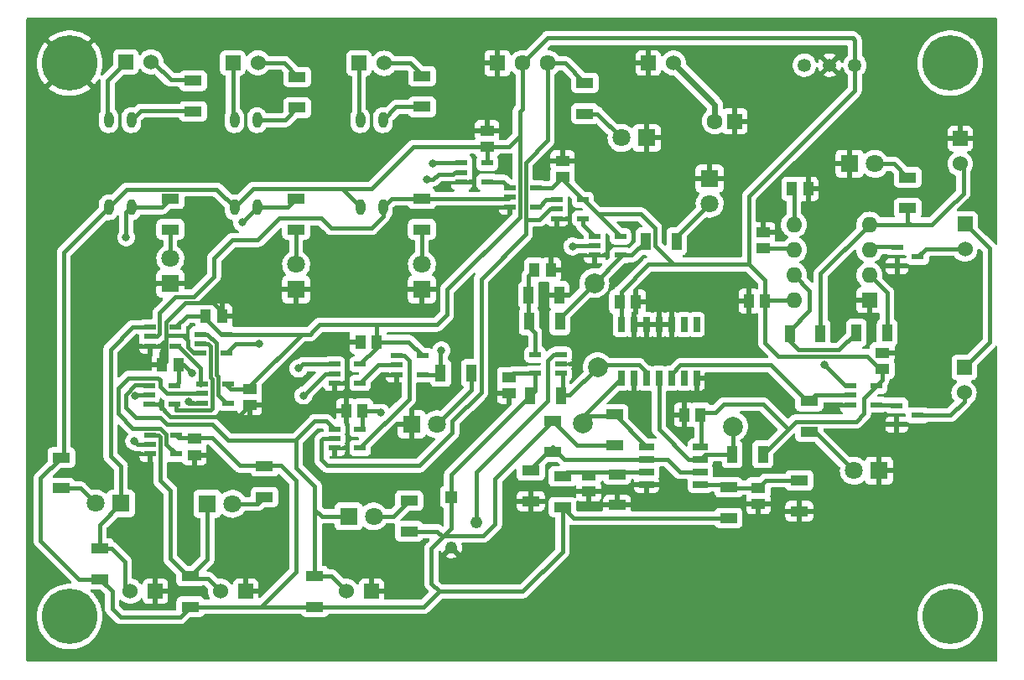
<source format=gbr>
%TF.GenerationSoftware,KiCad,Pcbnew,(6.0.8)*%
%TF.CreationDate,2023-01-11T11:43:19+01:00*%
%TF.ProjectId,TSAL,5453414c-2e6b-4696-9361-645f70636258,V1.0*%
%TF.SameCoordinates,Original*%
%TF.FileFunction,Copper,L1,Top*%
%TF.FilePolarity,Positive*%
%FSLAX46Y46*%
G04 Gerber Fmt 4.6, Leading zero omitted, Abs format (unit mm)*
G04 Created by KiCad (PCBNEW (6.0.8)) date 2023-01-11 11:43:19*
%MOMM*%
%LPD*%
G01*
G04 APERTURE LIST*
%TA.AperFunction,SMDPad,CuDef*%
%ADD10R,1.800000X1.050000*%
%TD*%
%TA.AperFunction,ComponentPad*%
%ADD11R,1.800000X1.800000*%
%TD*%
%TA.AperFunction,ComponentPad*%
%ADD12C,1.800000*%
%TD*%
%TA.AperFunction,SMDPad,CuDef*%
%ADD13C,2.000000*%
%TD*%
%TA.AperFunction,SMDPad,CuDef*%
%ADD14R,1.070000X1.470000*%
%TD*%
%TA.AperFunction,SMDPad,CuDef*%
%ADD15R,1.470000X1.070000*%
%TD*%
%TA.AperFunction,ComponentPad*%
%ADD16R,1.530000X1.530000*%
%TD*%
%TA.AperFunction,ComponentPad*%
%ADD17C,1.530000*%
%TD*%
%TA.AperFunction,ComponentPad*%
%ADD18C,5.600000*%
%TD*%
%TA.AperFunction,SMDPad,CuDef*%
%ADD19R,1.150000X0.600000*%
%TD*%
%TA.AperFunction,SMDPad,CuDef*%
%ADD20R,1.050000X1.800000*%
%TD*%
%TA.AperFunction,SMDPad,CuDef*%
%ADD21O,0.950000X1.600000*%
%TD*%
%TA.AperFunction,ComponentPad*%
%ADD22C,1.350000*%
%TD*%
%TA.AperFunction,SMDPad,CuDef*%
%ADD23R,1.300000X0.600000*%
%TD*%
%TA.AperFunction,SMDPad,CuDef*%
%ADD24R,0.650000X1.525000*%
%TD*%
%TA.AperFunction,SMDPad,CuDef*%
%ADD25R,1.528000X0.650000*%
%TD*%
%TA.AperFunction,ComponentPad*%
%ADD26R,1.600000X1.600000*%
%TD*%
%TA.AperFunction,ComponentPad*%
%ADD27O,1.600000X1.600000*%
%TD*%
%TA.AperFunction,ComponentPad*%
%ADD28C,1.600000*%
%TD*%
%TA.AperFunction,ComponentPad*%
%ADD29R,1.610000X1.610000*%
%TD*%
%TA.AperFunction,ComponentPad*%
%ADD30C,1.610000*%
%TD*%
%TA.AperFunction,ComponentPad*%
%ADD31R,1.217000X1.217000*%
%TD*%
%TA.AperFunction,ComponentPad*%
%ADD32C,1.217000*%
%TD*%
%TA.AperFunction,ViaPad*%
%ADD33C,0.800000*%
%TD*%
%TA.AperFunction,Conductor*%
%ADD34C,0.400000*%
%TD*%
%TA.AperFunction,Conductor*%
%ADD35C,0.250000*%
%TD*%
%TA.AperFunction,Conductor*%
%ADD36C,0.600000*%
%TD*%
G04 APERTURE END LIST*
D10*
%TO.P,R12,1*%
%TO.N,0*%
X129540000Y-75715346D03*
%TO.P,R12,2*%
%TO.N,Net-(C3-Pad2)*%
X129540000Y-72615346D03*
%TD*%
D11*
%TO.P,D6,1,K*%
%TO.N,0*%
X90406399Y-66943603D03*
D12*
%TO.P,D6,2,A*%
%TO.N,Net-(D6-Pad2)*%
X92946399Y-66943603D03*
%TD*%
D13*
%TO.P,TP4,1,1*%
%TO.N,SCS del*%
X109199826Y-61195494D03*
%TD*%
D10*
%TO.P,R2,1*%
%TO.N,0*%
X102429958Y-74713812D03*
%TO.P,R2,2*%
%TO.N,mid Pot*%
X102429958Y-71613812D03*
%TD*%
D13*
%TO.P,TP2,1,1*%
%TO.N,PRE*%
X122846804Y-67166801D03*
%TD*%
D14*
%TO.P,C19,1*%
%TO.N,0*%
X65220000Y-60960000D03*
%TO.P,C19,2*%
%TO.N,+5V*%
X66860000Y-60960000D03*
%TD*%
D15*
%TO.P,C7,1*%
%TO.N,0*%
X74052647Y-64996814D03*
%TO.P,C7,2*%
%TO.N,+5V*%
X74052647Y-63356814D03*
%TD*%
D10*
%TO.P,R28,1*%
%TO.N,Net-(D1-Pad2)*%
X55043256Y-73400787D03*
%TO.P,R28,2*%
%TO.N,+5V*%
X55043256Y-70300787D03*
%TD*%
D15*
%TO.P,C1,1*%
%TO.N,0*%
X108293122Y-73728477D03*
%TO.P,C1,2*%
%TO.N,Net-(C1-Pad2)*%
X108293122Y-72088477D03*
%TD*%
D16*
%TO.P,J10,1,1*%
%TO.N,+12V*%
X146263833Y-46719090D03*
D17*
%TO.P,J10,2,2*%
%TO.N,Net-(J10-Pad2)*%
X146263833Y-49259090D03*
%TD*%
D18*
%TO.P,,1*%
%TO.N,N/C*%
X144780000Y-86360000D03*
%TD*%
D14*
%TO.P,C8,1*%
%TO.N,0*%
X85220889Y-58608377D03*
%TO.P,C8,2*%
%TO.N,+5V*%
X86860889Y-58608377D03*
%TD*%
D18*
%TO.P,,1*%
%TO.N,N/C*%
X55880000Y-86360000D03*
%TD*%
D19*
%TO.P,G12,1,A*%
%TO.N,Net-(G12-Pad1)*%
X105104703Y-44265032D03*
%TO.P,G12,2,B*%
%TO.N,VoltageAIR*%
X105104703Y-45215032D03*
%TO.P,G12,3,GND*%
%TO.N,0*%
X105104703Y-46165032D03*
%TO.P,G12,4,Y*%
%TO.N,Net-(G12-Pad4)*%
X107704703Y-46165032D03*
%TO.P,G12,5,VCC*%
%TO.N,+5V*%
X107704703Y-44265032D03*
%TD*%
D16*
%TO.P,J7,1,1*%
%TO.N,Net-(J7-Pad1)*%
X61558894Y-30351579D03*
D17*
%TO.P,J7,2,2*%
%TO.N,Net-(J7-Pad2)*%
X64098894Y-30351579D03*
%TD*%
D11*
%TO.P,D4,1,K*%
%TO.N,PreCharge*%
X84030846Y-76238995D03*
D12*
%TO.P,D4,2,A*%
%TO.N,Net-(D4-Pad2)*%
X86570846Y-76238995D03*
%TD*%
D20*
%TO.P,R23,1*%
%TO.N,Net-(R23-Pad1)*%
X128573440Y-57785826D03*
%TO.P,R23,2*%
%TO.N,DC-Link In*%
X131673440Y-57785826D03*
%TD*%
D19*
%TO.P,G2,1,A*%
%TO.N,PreCharge*%
X82606656Y-67437441D03*
%TO.P,G2,2,B*%
%TO.N,VoltageAIR*%
X82606656Y-68387441D03*
%TO.P,G2,3,GND*%
%TO.N,0*%
X82606656Y-69337441D03*
%TO.P,G2,4,Y*%
%TO.N,Net-(G2-Pad4)*%
X85206656Y-69337441D03*
%TO.P,G2,5,VCC*%
%TO.N,+5V*%
X85206656Y-67437441D03*
%TD*%
D14*
%TO.P,C18,1*%
%TO.N,0*%
X71243736Y-56008037D03*
%TO.P,C18,2*%
%TO.N,+5V*%
X69603736Y-56008037D03*
%TD*%
D10*
%TO.P,R16,1*%
%TO.N,Net-(D8-Pad2)*%
X140492983Y-42010504D03*
%TO.P,R16,2*%
%TO.N,DC-Link In*%
X140492983Y-45110504D03*
%TD*%
D19*
%TO.P,G6,1,A*%
%TO.N,Lightning cond*%
X134718753Y-63063947D03*
%TO.P,G6,2,B*%
%TO.N,SCS*%
X134718753Y-64013947D03*
%TO.P,G6,3,GND*%
%TO.N,0*%
X134718753Y-64963947D03*
%TO.P,G6,4,Y*%
%TO.N,Net-(G6-Pad4)*%
X137318753Y-64963947D03*
%TO.P,G6,5,VCC*%
%TO.N,+5V*%
X137318753Y-63063947D03*
%TD*%
D10*
%TO.P,R11,1*%
%TO.N,Net-(D5-Pad2)*%
X107901251Y-35576853D03*
%TO.P,R11,2*%
%TO.N,VoltageAIR*%
X107901251Y-32476853D03*
%TD*%
D16*
%TO.P,J1,1,1*%
%TO.N,0*%
X64546653Y-83810620D03*
D17*
%TO.P,J1,2,2*%
%TO.N,AIR 1*%
X62006653Y-83810620D03*
%TD*%
D11*
%TO.P,D10,1,K*%
%TO.N,0*%
X66044862Y-52755890D03*
D12*
%TO.P,D10,2,A*%
%TO.N,Net-(D10-Pad2)*%
X66044862Y-50215890D03*
%TD*%
D10*
%TO.P,R29,1*%
%TO.N,Net-(D3-Pad2)*%
X75557783Y-74292395D03*
%TO.P,R29,2*%
%TO.N,+5V*%
X75557783Y-71192395D03*
%TD*%
D19*
%TO.P,G1,1,A*%
%TO.N,AIR 1*%
X82600451Y-60888242D03*
%TO.P,G1,2,B*%
%TO.N,AIR 2*%
X82600451Y-61838242D03*
%TO.P,G1,3,GND*%
%TO.N,0*%
X82600451Y-62788242D03*
%TO.P,G1,4,Y*%
%TO.N,Net-(G1-Pad4)*%
X85200451Y-62788242D03*
%TO.P,G1,5,VCC*%
%TO.N,+5V*%
X85200451Y-60888242D03*
%TD*%
D10*
%TO.P,R6,1*%
%TO.N,AIR 2*%
X68071700Y-82270000D03*
%TO.P,R6,2*%
%TO.N,+5V*%
X68071700Y-85370000D03*
%TD*%
D21*
%TO.P,K3,1,+_CONTROL*%
%TO.N,Net-(K3-Pad1)*%
X74803000Y-36240000D03*
%TO.P,K3,2,-_CONTROL*%
%TO.N,Net-(J8-Pad1)*%
X72517000Y-36240000D03*
%TO.P,K3,3,LOAD_1*%
%TO.N,+5V*%
X72517000Y-45040000D03*
%TO.P,K3,4,LOAD_2*%
%TO.N,Int PreCharge*%
X74803000Y-45040000D03*
%TD*%
D11*
%TO.P,D8,1,K*%
%TO.N,0*%
X134620000Y-40640000D03*
D12*
%TO.P,D8,2,A*%
%TO.N,Net-(D8-Pad2)*%
X137160000Y-40640000D03*
%TD*%
D10*
%TO.P,R27,1*%
%TO.N,Int PreCharge*%
X78740000Y-44170000D03*
%TO.P,R27,2*%
%TO.N,Net-(D11-Pad2)*%
X78740000Y-47270000D03*
%TD*%
D19*
%TO.P,G11,1,A*%
%TO.N,Net-(G11-Pad1)*%
X69086769Y-57852609D03*
%TO.P,G11,2,B*%
%TO.N,Net-(G11-Pad2)*%
X69086769Y-58802609D03*
%TO.P,G11,3,GND*%
%TO.N,0*%
X69086769Y-59752609D03*
%TO.P,G11,4,Y*%
%TO.N,Net-(G11-Pad4)*%
X71686769Y-59752609D03*
%TO.P,G11,5,VCC*%
%TO.N,+5V*%
X71686769Y-57852609D03*
%TD*%
D20*
%TO.P,R19,1*%
%TO.N,+5V*%
X102350997Y-64042618D03*
%TO.P,R19,2*%
%TO.N,SCS del*%
X105450997Y-64042618D03*
%TD*%
D15*
%TO.P,C12,1*%
%TO.N,0*%
X68457723Y-70045087D03*
%TO.P,C12,2*%
%TO.N,+5V*%
X68457723Y-68405087D03*
%TD*%
D19*
%TO.P,G9,1,A*%
%TO.N,Net-(G10-Pad4)*%
X100315442Y-43086774D03*
%TO.P,G9,2,B*%
%TO.N,Int AIR 1*%
X100315442Y-44036774D03*
%TO.P,G9,3,GND*%
%TO.N,0*%
X100315442Y-44986774D03*
%TO.P,G9,4,Y*%
%TO.N,Net-(G12-Pad1)*%
X102915442Y-44986774D03*
%TO.P,G9,5,VCC*%
%TO.N,+5V*%
X102915442Y-43086774D03*
%TD*%
D10*
%TO.P,R17,1*%
%TO.N,Net-(J5-Pad2)*%
X91450664Y-31793333D03*
%TO.P,R17,2*%
%TO.N,Net-(K1-Pad1)*%
X91450664Y-34893333D03*
%TD*%
%TO.P,R25,1*%
%TO.N,Int AIR 1*%
X91440000Y-44170000D03*
%TO.P,R25,2*%
%TO.N,Net-(D9-Pad2)*%
X91440000Y-47270000D03*
%TD*%
D16*
%TO.P,J5,1,1*%
%TO.N,Net-(J5-Pad1)*%
X85084997Y-30487668D03*
D17*
%TO.P,J5,2,2*%
%TO.N,Net-(J5-Pad2)*%
X87624997Y-30487668D03*
%TD*%
D10*
%TO.P,R5,1*%
%TO.N,0*%
X111144182Y-75112693D03*
%TO.P,R5,2*%
%TO.N,Net-(C1-Pad2)*%
X111144182Y-72012693D03*
%TD*%
D19*
%TO.P,G8,1,A*%
%TO.N,Net-(G3-Pad4)*%
X69280707Y-62889806D03*
%TO.P,G8,2,B*%
%TO.N,Net-(G4-Pad4)*%
X69280707Y-63839806D03*
%TO.P,G8,3,GND*%
%TO.N,0*%
X69280707Y-64789806D03*
%TO.P,G8,4,Y*%
%TO.N,Net-(G11-Pad1)*%
X71880707Y-64789806D03*
%TO.P,G8,5,VCC*%
%TO.N,+5V*%
X71880707Y-62889806D03*
%TD*%
D15*
%TO.P,C9,1*%
%TO.N,0*%
X100268412Y-63832896D03*
%TO.P,C9,2*%
%TO.N,+5V*%
X100268412Y-62192896D03*
%TD*%
D16*
%TO.P,J9,1,1*%
%TO.N,0*%
X145788070Y-38100266D03*
D17*
%TO.P,J9,2,2*%
%TO.N,DC-Link In*%
X145788070Y-40640266D03*
%TD*%
D22*
%TO.P,PS1,1,+VIN*%
%TO.N,+12V*%
X130057680Y-30681500D03*
%TO.P,PS1,2,GND*%
%TO.N,0*%
X132597680Y-30681500D03*
%TO.P,PS1,3,+VOUT*%
%TO.N,+5V*%
X135137680Y-30681500D03*
%TD*%
D20*
%TO.P,R24,1*%
%TO.N,Net-(C5-Pad2)*%
X138396350Y-57706687D03*
%TO.P,R24,2*%
%TO.N,Net-(R23-Pad1)*%
X135296350Y-57706687D03*
%TD*%
D10*
%TO.P,R3,1*%
%TO.N,AIR 1*%
X58905009Y-79473292D03*
%TO.P,R3,2*%
%TO.N,+5V*%
X58905009Y-82573292D03*
%TD*%
D23*
%TO.P,Q4,1*%
%TO.N,Clign*%
X139398900Y-49064885D03*
%TO.P,Q4,2*%
%TO.N,0*%
X139398900Y-50964885D03*
%TO.P,Q4,3*%
%TO.N,Net-(J10-Pad2)*%
X141498900Y-50014885D03*
%TD*%
D16*
%TO.P,J3,1,1*%
%TO.N,0*%
X86360000Y-83820000D03*
D17*
%TO.P,J3,2,2*%
%TO.N,PreCharge*%
X83820000Y-83820000D03*
%TD*%
D10*
%TO.P,R1,1*%
%TO.N,mid Pot*%
X104635077Y-69741025D03*
%TO.P,R1,2*%
%TO.N,+5V*%
X104635077Y-66641025D03*
%TD*%
D19*
%TO.P,G10,1,A*%
%TO.N,Int AIR 2*%
X95441739Y-40554425D03*
%TO.P,G10,2,B*%
%TO.N,Int PreCharge*%
X95441739Y-41504425D03*
%TO.P,G10,3,GND*%
%TO.N,0*%
X95441739Y-42454425D03*
%TO.P,G10,4,Y*%
%TO.N,Net-(G10-Pad4)*%
X98041739Y-42454425D03*
%TO.P,G10,5,VCC*%
%TO.N,+5V*%
X98041739Y-40554425D03*
%TD*%
D15*
%TO.P,C5,1*%
%TO.N,0*%
X125859152Y-47554284D03*
%TO.P,C5,2*%
%TO.N,Net-(C5-Pad2)*%
X125859152Y-49194284D03*
%TD*%
D24*
%TO.P,DL1,1,1~{CLR}*%
%TO.N,CLR*%
X111544878Y-62296497D03*
%TO.P,DL1,2,1D*%
%TO.N,0*%
X112814878Y-62296497D03*
%TO.P,DL1,3,1~{CLK}*%
%TO.N,SCS del*%
X114084878Y-62296497D03*
%TO.P,DL1,4,1~{PRE}*%
%TO.N,PRE*%
X115354878Y-62296497D03*
%TO.P,DL1,5,1Q*%
%TO.N,SCS*%
X116624878Y-62296497D03*
%TO.P,DL1,6,1~{Q}*%
%TO.N,unconnected-(DL1-Pad6)*%
X117894878Y-62296497D03*
%TO.P,DL1,7,GND*%
%TO.N,0*%
X119164878Y-62296497D03*
%TO.P,DL1,8,2~{Q}*%
%TO.N,unconnected-(DL1-Pad8)*%
X119164878Y-56872497D03*
%TO.P,DL1,9,2Q*%
%TO.N,unconnected-(DL1-Pad9)*%
X117894878Y-56872497D03*
%TO.P,DL1,10,2~{PRE}*%
%TO.N,0*%
X116624878Y-56872497D03*
%TO.P,DL1,11,2~{CLK}*%
X115354878Y-56872497D03*
%TO.P,DL1,12,2D*%
X114084878Y-56872497D03*
%TO.P,DL1,13,2~{CLR}*%
X112814878Y-56872497D03*
%TO.P,DL1,14,VCC*%
%TO.N,+5V*%
X111544878Y-56872497D03*
%TD*%
D20*
%TO.P,R13,1*%
%TO.N,Lightning cond*%
X93331230Y-61757242D03*
%TO.P,R13,2*%
%TO.N,Net-(D6-Pad2)*%
X96431230Y-61757242D03*
%TD*%
D19*
%TO.P,G13,1,A*%
%TO.N,Net-(G12-Pad4)*%
X108876237Y-47975639D03*
%TO.P,G13,2,B*%
%TO.N,Net-(G11-Pad4)*%
X108876237Y-48925639D03*
%TO.P,G13,3,GND*%
%TO.N,0*%
X108876237Y-49875639D03*
%TO.P,G13,4,Y*%
%TO.N,SCS log*%
X111476237Y-49875639D03*
%TO.P,G13,5,VCC*%
%TO.N,+5V*%
X111476237Y-47975639D03*
%TD*%
D16*
%TO.P,J11,1,1*%
%TO.N,0*%
X114300000Y-30480000D03*
D17*
%TO.P,J11,2,2*%
%TO.N,+12V*%
X116840000Y-30480000D03*
%TD*%
D16*
%TO.P,J6,1,1*%
%TO.N,+12V*%
X146178220Y-61207727D03*
D17*
%TO.P,J6,2,2*%
%TO.N,Net-(J6-Pad2)*%
X146178220Y-63747727D03*
%TD*%
D10*
%TO.P,R18,1*%
%TO.N,Net-(J7-Pad2)*%
X68342051Y-32259679D03*
%TO.P,R18,2*%
%TO.N,Net-(K2-Pad1)*%
X68342051Y-35359679D03*
%TD*%
D15*
%TO.P,C13,1*%
%TO.N,0*%
X98020118Y-37275803D03*
%TO.P,C13,2*%
%TO.N,+5V*%
X98020118Y-38915803D03*
%TD*%
D21*
%TO.P,K2,1,+_CONTROL*%
%TO.N,Net-(K2-Pad1)*%
X62103000Y-36240000D03*
%TO.P,K2,2,-_CONTROL*%
%TO.N,Net-(J7-Pad1)*%
X59817000Y-36240000D03*
%TO.P,K2,3,LOAD_1*%
%TO.N,+5V*%
X59817000Y-45040000D03*
%TO.P,K2,4,LOAD_2*%
%TO.N,Int AIR 2*%
X62103000Y-45040000D03*
%TD*%
D10*
%TO.P,R7,1*%
%TO.N,CLR*%
X110876888Y-65966000D03*
%TO.P,R7,2*%
%TO.N,+5V*%
X110876888Y-69066000D03*
%TD*%
D13*
%TO.P,TP1,1,1*%
%TO.N,CLR*%
X107691422Y-66893908D03*
%TD*%
D10*
%TO.P,R22,1*%
%TO.N,Net-(J8-Pad2)*%
X78856444Y-31882000D03*
%TO.P,R22,2*%
%TO.N,Net-(K3-Pad1)*%
X78856444Y-34982000D03*
%TD*%
D19*
%TO.P,G5,1,A*%
%TO.N,PreCharge*%
X63886071Y-63049141D03*
%TO.P,G5,2,B*%
%TO.N,Int PreCharge*%
X63886071Y-63999141D03*
%TO.P,G5,3,GND*%
%TO.N,0*%
X63886071Y-64949141D03*
%TO.P,G5,4,Y*%
%TO.N,Net-(G11-Pad2)*%
X66486071Y-64949141D03*
%TO.P,G5,5,VCC*%
%TO.N,+5V*%
X66486071Y-63049141D03*
%TD*%
D10*
%TO.P,R14,1*%
%TO.N,Net-(C3-Pad2)*%
X122401448Y-73318622D03*
%TO.P,R14,2*%
%TO.N,+5V*%
X122401448Y-76418622D03*
%TD*%
D14*
%TO.P,C15,1*%
%TO.N,0*%
X83813616Y-65579762D03*
%TO.P,C15,2*%
%TO.N,+5V*%
X85453616Y-65579762D03*
%TD*%
D11*
%TO.P,D2,1,K*%
%TO.N,0*%
X137581681Y-71632042D03*
D12*
%TO.P,D2,2,A*%
%TO.N,Net-(D2-Pad2)*%
X135041681Y-71632042D03*
%TD*%
D21*
%TO.P,K1,1,+_CONTROL*%
%TO.N,Net-(K1-Pad1)*%
X87503000Y-36240000D03*
%TO.P,K1,2,-_CONTROL*%
%TO.N,Net-(J5-Pad1)*%
X85217000Y-36240000D03*
%TO.P,K1,3,LOAD_1*%
%TO.N,+5V*%
X85217000Y-45040000D03*
%TO.P,K1,4,LOAD_2*%
%TO.N,Int AIR 1*%
X87503000Y-45040000D03*
%TD*%
D15*
%TO.P,C10,1*%
%TO.N,0*%
X137902963Y-59715034D03*
%TO.P,C10,2*%
%TO.N,+5V*%
X137902963Y-61355034D03*
%TD*%
D10*
%TO.P,R26,1*%
%TO.N,Int AIR 2*%
X66040000Y-44170000D03*
%TO.P,R26,2*%
%TO.N,Net-(D10-Pad2)*%
X66040000Y-47270000D03*
%TD*%
D15*
%TO.P,C14,1*%
%TO.N,0*%
X105639460Y-40331278D03*
%TO.P,C14,2*%
%TO.N,+5V*%
X105639460Y-41971278D03*
%TD*%
D25*
%TO.P,CP1,1,OUT1*%
%TO.N,CLR*%
X114129000Y-69215000D03*
%TO.P,CP1,2,IN1-*%
%TO.N,mid Pot*%
X114129000Y-70485000D03*
%TO.P,CP1,3,IN1+*%
%TO.N,Net-(C1-Pad2)*%
X114129000Y-71755000D03*
%TO.P,CP1,4,GND*%
%TO.N,0*%
X114129000Y-73025000D03*
%TO.P,CP1,5,IN2+*%
%TO.N,Net-(C3-Pad2)*%
X119551000Y-73025000D03*
%TO.P,CP1,6,IN2-*%
%TO.N,mid Pot*%
X119551000Y-71755000D03*
%TO.P,CP1,7,OUT2*%
%TO.N,PRE*%
X119551000Y-70485000D03*
%TO.P,CP1,8,V+*%
%TO.N,+5V*%
X119551000Y-69215000D03*
%TD*%
D26*
%TO.P,TI1,1,GND*%
%TO.N,0*%
X136625790Y-54400453D03*
D27*
%TO.P,TI1,2,TRIGGER*%
%TO.N,Net-(C5-Pad2)*%
X136625790Y-51860453D03*
%TO.P,TI1,3,OUTPUT*%
%TO.N,Clign*%
X136625790Y-49320453D03*
%TO.P,TI1,4,RESET*%
%TO.N,DC-Link In*%
X136625790Y-46780453D03*
%TO.P,TI1,5,CONTROL_VOLTAGE*%
%TO.N,Net-(C6-Pad2)*%
X129005790Y-46780453D03*
%TO.P,TI1,6,THRESHOLD*%
%TO.N,Net-(C5-Pad2)*%
X129005790Y-49320453D03*
%TO.P,TI1,7,DISCHARGE*%
%TO.N,Net-(R23-Pad1)*%
X129005790Y-51860453D03*
%TO.P,TI1,8,+VCC*%
%TO.N,+5V*%
X129005790Y-54400453D03*
%TD*%
D10*
%TO.P,R9,1*%
%TO.N,PreCharge*%
X80637656Y-82270000D03*
%TO.P,R9,2*%
%TO.N,+5V*%
X80637656Y-85370000D03*
%TD*%
D19*
%TO.P,CP2,1,OUT*%
%TO.N,SCS del*%
X105474143Y-61817294D03*
%TO.P,CP2,2,VCC-*%
%TO.N,0*%
X105474143Y-60867294D03*
%TO.P,CP2,3,IN-*%
%TO.N,Net-(CP2-Pad3)*%
X105474143Y-59917294D03*
%TO.P,CP2,4,IN+*%
%TO.N,Net-(C4-Pad1)*%
X102874143Y-59917294D03*
%TO.P,CP2,5,VCC+*%
%TO.N,+5V*%
X102874143Y-61817294D03*
%TD*%
D18*
%TO.P,REF\u002A\u002A,1*%
%TO.N,0*%
X55880000Y-30480000D03*
%TD*%
D23*
%TO.P,Q2,1*%
%TO.N,Net-(G6-Pad4)*%
X139378991Y-65071107D03*
%TO.P,Q2,2*%
%TO.N,0*%
X139378991Y-66971107D03*
%TO.P,Q2,3*%
%TO.N,Net-(J6-Pad2)*%
X141478991Y-66021107D03*
%TD*%
D19*
%TO.P,G7,1,A*%
%TO.N,Net-(G2-Pad4)*%
X88890484Y-60023844D03*
%TO.P,G7,2,B*%
%TO.N,Net-(G1-Pad4)*%
X88890484Y-60973844D03*
%TO.P,G7,3,GND*%
%TO.N,0*%
X88890484Y-61923844D03*
%TO.P,G7,4,Y*%
%TO.N,Lightning cond*%
X91490484Y-61923844D03*
%TO.P,G7,5,VCC*%
%TO.N,+5V*%
X91490484Y-60023844D03*
%TD*%
D10*
%TO.P,R4,1*%
%TO.N,Net-(C1-Pad2)*%
X105627868Y-72215502D03*
%TO.P,R4,2*%
%TO.N,+5V*%
X105627868Y-75315502D03*
%TD*%
D13*
%TO.P,TP3,1,1*%
%TO.N,SCS log*%
X108845380Y-52681731D03*
%TD*%
D26*
%TO.P,C16,1*%
%TO.N,0*%
X123006657Y-36344142D03*
D28*
%TO.P,C16,2*%
%TO.N,+12V*%
X121006657Y-36344142D03*
%TD*%
D18*
%TO.P,,1*%
%TO.N,N/C*%
X144780000Y-30480000D03*
%TD*%
D10*
%TO.P,R30,1*%
%TO.N,Net-(D4-Pad2)*%
X90153147Y-74649999D03*
%TO.P,R30,2*%
%TO.N,+5V*%
X90153147Y-77749999D03*
%TD*%
D20*
%TO.P,R20,1*%
%TO.N,SCS log*%
X105368656Y-56560801D03*
%TO.P,R20,2*%
%TO.N,Net-(C4-Pad1)*%
X102268656Y-56560801D03*
%TD*%
D11*
%TO.P,D1,1,K*%
%TO.N,AIR 1*%
X61048570Y-74944433D03*
D12*
%TO.P,D1,2,A*%
%TO.N,Net-(D1-Pad2)*%
X58508570Y-74944433D03*
%TD*%
D15*
%TO.P,C3,1*%
%TO.N,0*%
X125423392Y-74985346D03*
%TO.P,C3,2*%
%TO.N,Net-(C3-Pad2)*%
X125423392Y-73345346D03*
%TD*%
D11*
%TO.P,D9,1,K*%
%TO.N,0*%
X91440000Y-53340000D03*
D12*
%TO.P,D9,2,A*%
%TO.N,Net-(D9-Pad2)*%
X91440000Y-50800000D03*
%TD*%
D14*
%TO.P,C4,1*%
%TO.N,Net-(C4-Pad1)*%
X102807957Y-51342162D03*
%TO.P,C4,2*%
%TO.N,0*%
X104447957Y-51342162D03*
%TD*%
D11*
%TO.P,D5,1,K*%
%TO.N,0*%
X114129188Y-38029457D03*
D12*
%TO.P,D5,2,A*%
%TO.N,Net-(D5-Pad2)*%
X111589188Y-38029457D03*
%TD*%
D16*
%TO.P,J2,1,1*%
%TO.N,0*%
X73660000Y-83820000D03*
D17*
%TO.P,J2,2,2*%
%TO.N,AIR 2*%
X71120000Y-83820000D03*
%TD*%
D10*
%TO.P,R8,1*%
%TO.N,SCS*%
X130548603Y-64604151D03*
%TO.P,R8,2*%
%TO.N,Net-(D2-Pad2)*%
X130548603Y-67704151D03*
%TD*%
D14*
%TO.P,C2,1*%
%TO.N,+5V*%
X119570518Y-65973811D03*
%TO.P,C2,2*%
%TO.N,0*%
X117930518Y-65973811D03*
%TD*%
D11*
%TO.P,D7,1,K*%
%TO.N,0*%
X120478110Y-42131084D03*
D12*
%TO.P,D7,2,A*%
%TO.N,Net-(D7-Pad2)*%
X120478110Y-44671084D03*
%TD*%
D19*
%TO.P,G3,1,A*%
%TO.N,AIR 1*%
X63979483Y-57128660D03*
%TO.P,G3,2,B*%
%TO.N,Int AIR 1*%
X63979483Y-58078660D03*
%TO.P,G3,3,GND*%
%TO.N,0*%
X63979483Y-59028660D03*
%TO.P,G3,4,Y*%
%TO.N,Net-(G3-Pad4)*%
X66579483Y-59028660D03*
%TO.P,G3,5,VCC*%
%TO.N,+5V*%
X66579483Y-57128660D03*
%TD*%
D14*
%TO.P,C6,1*%
%TO.N,0*%
X130423929Y-43192103D03*
%TO.P,C6,2*%
%TO.N,Net-(C6-Pad2)*%
X128783929Y-43192103D03*
%TD*%
D20*
%TO.P,R21,1*%
%TO.N,Net-(C4-Pad1)*%
X102206325Y-53901202D03*
%TO.P,R21,2*%
%TO.N,0*%
X105306325Y-53901202D03*
%TD*%
D19*
%TO.P,G4,1,A*%
%TO.N,AIR 2*%
X64021166Y-68026712D03*
%TO.P,G4,2,B*%
%TO.N,Int AIR 2*%
X64021166Y-68976712D03*
%TO.P,G4,3,GND*%
%TO.N,0*%
X64021166Y-69926712D03*
%TO.P,G4,4,Y*%
%TO.N,Net-(G4-Pad4)*%
X66621166Y-69926712D03*
%TO.P,G4,5,VCC*%
%TO.N,+5V*%
X66621166Y-68026712D03*
%TD*%
D11*
%TO.P,D11,1,K*%
%TO.N,0*%
X78740000Y-53340000D03*
D12*
%TO.P,D11,2,A*%
%TO.N,Net-(D11-Pad2)*%
X78740000Y-50800000D03*
%TD*%
D20*
%TO.P,R15,1*%
%TO.N,SCS log*%
X114050534Y-48466577D03*
%TO.P,R15,2*%
%TO.N,Net-(D7-Pad2)*%
X117150534Y-48466577D03*
%TD*%
%TO.P,R10,1*%
%TO.N,PRE*%
X122760596Y-69965901D03*
%TO.P,R10,2*%
%TO.N,+5V*%
X125860596Y-69965901D03*
%TD*%
D29*
%TO.P,J4,1,1*%
%TO.N,0*%
X99060000Y-30480000D03*
D30*
%TO.P,J4,2,2*%
%TO.N,+5V*%
X101600000Y-30480000D03*
%TO.P,J4,3,3*%
%TO.N,VoltageAIR*%
X104140000Y-30480000D03*
%TD*%
D14*
%TO.P,C17,1*%
%TO.N,0*%
X113037822Y-54582555D03*
%TO.P,C17,2*%
%TO.N,+5V*%
X111397822Y-54582555D03*
%TD*%
D16*
%TO.P,J8,1,1*%
%TO.N,Net-(J8-Pad1)*%
X72343000Y-30443334D03*
D17*
%TO.P,J8,2,2*%
%TO.N,Net-(J8-Pad2)*%
X74883000Y-30443334D03*
%TD*%
D11*
%TO.P,D3,1,K*%
%TO.N,AIR 2*%
X69788861Y-74980558D03*
D12*
%TO.P,D3,2,A*%
%TO.N,Net-(D3-Pad2)*%
X72328861Y-74980558D03*
%TD*%
D31*
%TO.P,RV1,1,CCW*%
%TO.N,+5V*%
X94382464Y-74272704D03*
D32*
%TO.P,RV1,2,WIPER*%
%TO.N,Net-(CP2-Pad3)*%
X96922464Y-76812704D03*
%TO.P,RV1,3,CW*%
%TO.N,0*%
X94382464Y-79352704D03*
%TD*%
D14*
%TO.P,C11,1*%
%TO.N,0*%
X124439591Y-54500538D03*
%TO.P,C11,2*%
%TO.N,+5V*%
X126079591Y-54500538D03*
%TD*%
D33*
%TO.N,0*%
X142240000Y-55880000D03*
X93678614Y-42831459D03*
X67900141Y-64691927D03*
X127028804Y-63728435D03*
X118378663Y-54538733D03*
X112721890Y-64636160D03*
%TO.N,+5V*%
X68249948Y-61790819D03*
X87311310Y-65787738D03*
%TO.N,AIR 1*%
X78989429Y-61305700D03*
%TO.N,AIR 2*%
X79488774Y-64032894D03*
%TO.N,Int AIR 2*%
X61577784Y-48058471D03*
X92559892Y-40650773D03*
X62398502Y-68647411D03*
%TO.N,Int PreCharge*%
X62519821Y-64071934D03*
X91967500Y-42238923D03*
X73275888Y-46549162D03*
%TO.N,Lightning cond*%
X93408065Y-59486834D03*
X132080000Y-60960000D03*
%TO.N,Net-(G11-Pad4)*%
X75049145Y-58789722D03*
X106655527Y-48977283D03*
%TD*%
D34*
%TO.N,0*%
X65604483Y-60575517D02*
X65604483Y-56645768D01*
X67998020Y-64789806D02*
X67900141Y-64691927D01*
X64861071Y-64949141D02*
X66058642Y-66146712D01*
X70321589Y-54655890D02*
X71243736Y-55578037D01*
X63886071Y-64949141D02*
X64861071Y-64949141D01*
X65220000Y-60960000D02*
X65604483Y-60575517D01*
X67594361Y-54655890D02*
X70321589Y-54655890D01*
X67833795Y-58497991D02*
X67320287Y-57984483D01*
X68426960Y-59752609D02*
X67833795Y-59159444D01*
X66058642Y-66146712D02*
X72902749Y-66146712D01*
X67833795Y-59159444D02*
X67833795Y-58497991D01*
X67320287Y-57984483D02*
X65604483Y-57984483D01*
X65604483Y-56645768D02*
X67594361Y-54655890D01*
X72902749Y-66146712D02*
X74052647Y-64996814D01*
X69086769Y-59752609D02*
X68426960Y-59752609D01*
X69280707Y-64789806D02*
X67998020Y-64789806D01*
%TO.N,Net-(C1-Pad2)*%
X114129000Y-71755000D02*
X106088370Y-71755000D01*
X106088370Y-71755000D02*
X105627868Y-72215502D01*
%TO.N,+5V*%
X77211014Y-71120000D02*
X78740000Y-72648986D01*
X98834395Y-76985402D02*
X97656452Y-78163345D01*
X124460000Y-43899180D02*
X124460000Y-50800000D01*
X70269254Y-68294911D02*
X73094343Y-71120000D01*
X92989999Y-77749999D02*
X93548643Y-78308643D01*
X105639460Y-42199789D02*
X107704703Y-44265032D01*
X80434264Y-57574264D02*
X81122353Y-56886175D01*
X93980000Y-53340000D02*
X101308423Y-46011577D01*
X128393248Y-67433248D02*
X125873346Y-64913346D01*
X78740000Y-72648986D02*
X78740000Y-81840000D01*
X94382464Y-72011151D02*
X94382464Y-74272704D01*
X78740000Y-81840000D02*
X75210000Y-85370000D01*
X60151717Y-85551717D02*
X61016942Y-86416942D01*
X105627868Y-75315502D02*
X105627868Y-79792132D01*
X86360000Y-43180000D02*
X83357000Y-43180000D01*
X90153147Y-77749999D02*
X92989999Y-77749999D01*
X109220299Y-45719701D02*
X113528658Y-45719701D01*
X101308423Y-46011577D02*
X101308423Y-37808423D01*
X74252647Y-63356814D02*
X74252647Y-62907353D01*
X110876888Y-69066000D02*
X107060052Y-69066000D01*
X125860596Y-69965901D02*
X129161497Y-66665000D01*
X135137680Y-33221500D02*
X124460000Y-43899180D01*
X83357000Y-43180000D02*
X85217000Y-45040000D01*
X119570518Y-65973811D02*
X119630490Y-66033783D01*
X73094343Y-71120000D02*
X77211014Y-71120000D01*
X85438693Y-65594685D02*
X85438693Y-67205404D01*
X129161497Y-66665000D02*
X135279734Y-66665000D01*
X101600000Y-35073764D02*
X101308423Y-35365341D01*
X59817000Y-45040000D02*
X55281105Y-49575895D01*
X87103334Y-65579762D02*
X85453616Y-65579762D01*
X86860889Y-56913892D02*
X86888606Y-56886175D01*
X98041739Y-40554425D02*
X98041739Y-38937424D01*
X135279734Y-66665000D02*
X136075828Y-65868906D01*
X126096701Y-54517648D02*
X126079591Y-54500538D01*
X60151717Y-83820000D02*
X60151717Y-85551717D01*
X66860000Y-60960000D02*
X67419129Y-60960000D01*
X106730988Y-76418622D02*
X122401448Y-76418622D01*
X86860889Y-59227804D02*
X85200451Y-60888242D01*
X66889365Y-68294911D02*
X70269254Y-68294911D01*
X86860889Y-58608377D02*
X86860889Y-56913892D01*
X55281105Y-70062938D02*
X55043256Y-70300787D01*
X121924936Y-64913346D02*
X121106948Y-65731334D01*
X137902963Y-62479737D02*
X137318753Y-63063947D01*
X126079591Y-52419591D02*
X126079591Y-54500538D01*
X114975534Y-47166577D02*
X114975534Y-48935534D01*
X74052647Y-63356814D02*
X72111268Y-63356814D01*
X136423921Y-60047537D02*
X127413227Y-60047537D01*
X74252647Y-62907353D02*
X79293422Y-57866578D01*
X90075017Y-58608377D02*
X91490484Y-60023844D01*
X97656452Y-78163345D02*
X93693942Y-78163345D01*
X75210000Y-85370000D02*
X80637656Y-85370000D01*
X136075828Y-65868906D02*
X136075828Y-64306872D01*
X101600000Y-30480000D02*
X104140000Y-27940000D01*
X72517000Y-45040000D02*
X74377000Y-43180000D01*
X79293422Y-57866578D02*
X80141950Y-57866578D01*
X101600000Y-30480000D02*
X101600000Y-35073764D01*
X66860000Y-60960000D02*
X66860000Y-62707878D01*
X137902963Y-61355034D02*
X137902963Y-62479737D01*
X114300000Y-50800000D02*
X124460000Y-50800000D01*
X102874143Y-61817294D02*
X102874143Y-63519472D01*
X137902963Y-61355034D02*
X137702963Y-61355034D01*
X67024758Y-86416942D02*
X68071700Y-85370000D01*
X114975534Y-48935534D02*
X116840000Y-50800000D01*
X101600000Y-83820000D02*
X93173135Y-83820000D01*
X107765630Y-44265032D02*
X109220299Y-45719701D01*
X52940470Y-72403573D02*
X52940470Y-78739600D01*
X52940470Y-78739600D02*
X56774162Y-82573292D01*
X136423921Y-60075992D02*
X136423921Y-60047537D01*
X98020118Y-38915803D02*
X100201043Y-38915803D01*
X56774162Y-82573292D02*
X58905009Y-82573292D01*
X102874143Y-63519472D02*
X102350997Y-64042618D01*
X107060052Y-69066000D02*
X104635077Y-66641025D01*
X80141950Y-57866578D02*
X80434264Y-57574264D01*
X113528658Y-45719701D02*
X114975534Y-47166577D01*
X111544878Y-56872497D02*
X111544878Y-53555122D01*
X55043256Y-70300787D02*
X52940470Y-72403573D01*
X93980000Y-55880000D02*
X93980000Y-53340000D01*
X93173135Y-83820000D02*
X92393224Y-83040089D01*
X127413227Y-60047537D02*
X126096701Y-58731011D01*
X66860000Y-62707878D02*
X66621166Y-62946712D01*
X74377000Y-43180000D02*
X83357000Y-43180000D01*
X58905009Y-82573292D02*
X60151717Y-83820000D01*
X87311310Y-65787738D02*
X87103334Y-65579762D01*
X100644014Y-61817294D02*
X100268412Y-62192896D01*
X119812995Y-65731334D02*
X119570518Y-65973811D01*
X92973825Y-56886175D02*
X93980000Y-55880000D01*
X86888606Y-56886175D02*
X81122353Y-56886175D01*
X111544878Y-53555122D02*
X114300000Y-50800000D01*
X68071700Y-85370000D02*
X75210000Y-85370000D01*
X119630490Y-66033783D02*
X119630490Y-69135510D01*
X90624197Y-38915803D02*
X86360000Y-43180000D01*
D35*
X80155919Y-57852609D02*
X80434264Y-57574264D01*
D34*
X136075828Y-64306872D02*
X137318753Y-63063947D01*
X71182411Y-57866712D02*
X71701166Y-57866712D01*
X94382464Y-77474823D02*
X94382464Y-74272704D01*
X100201043Y-38915803D02*
X101308423Y-37808423D01*
X92973825Y-56886175D02*
X86888606Y-56886175D01*
X135137680Y-28141500D02*
X135137680Y-33221500D01*
X126096701Y-58731011D02*
X126096701Y-54517648D01*
X104635077Y-66641025D02*
X98834395Y-72441707D01*
X104140000Y-27940000D02*
X134936180Y-27940000D01*
X98834395Y-72441707D02*
X98834395Y-76985402D01*
X69603736Y-56288037D02*
X71182411Y-57866712D01*
X105627868Y-79792132D02*
X101600000Y-83820000D01*
X93548643Y-78308643D02*
X94382464Y-77474823D01*
X92393224Y-83040089D02*
X92393224Y-79464062D01*
X66621166Y-68026712D02*
X66889365Y-68294911D01*
X102350997Y-64042618D02*
X94382464Y-72011151D01*
X86860889Y-58608377D02*
X86860889Y-59227804D01*
X72111268Y-63356814D02*
X71701166Y-62946712D01*
X126079591Y-54500538D02*
X126179676Y-54400453D01*
X98020118Y-38915803D02*
X90624197Y-38915803D01*
X101308423Y-35365341D02*
X101308423Y-37808423D01*
X124460000Y-50800000D02*
X126079591Y-52419591D01*
X70722000Y-43245000D02*
X72517000Y-45040000D01*
X105627868Y-75315502D02*
X106730988Y-76418622D01*
X59817000Y-45040000D02*
X61612000Y-43245000D01*
X61016942Y-86416942D02*
X67024758Y-86416942D01*
X92393224Y-79464062D02*
X93548643Y-78308643D01*
X80637656Y-85370000D02*
X91640466Y-85370000D01*
X134936180Y-27940000D02*
X135137680Y-28141500D01*
X67419129Y-60960000D02*
X68249948Y-61790819D01*
X121106948Y-65731334D02*
X119812995Y-65731334D01*
X69603736Y-56008037D02*
X67700106Y-56008037D01*
X85438693Y-67205404D02*
X85206656Y-67437441D01*
X102915442Y-43086774D02*
X104523964Y-43086774D01*
X71686769Y-57852609D02*
X80155919Y-57852609D01*
X137702963Y-61355034D02*
X136423921Y-60075992D01*
X102874143Y-61817294D02*
X100644014Y-61817294D01*
X67700106Y-56008037D02*
X66579483Y-57128660D01*
X55281105Y-49575895D02*
X55281105Y-70062938D01*
X126179676Y-54400453D02*
X129005790Y-54400453D01*
X61612000Y-43245000D02*
X70722000Y-43245000D01*
X86860889Y-58608377D02*
X90075017Y-58608377D01*
X104523964Y-43086774D02*
X105639460Y-41971278D01*
X109220299Y-45719701D02*
X111476237Y-47975639D01*
X91640466Y-85370000D02*
X93207798Y-83802668D01*
X125873346Y-64913346D02*
X121924936Y-64913346D01*
%TO.N,Net-(C3-Pad2)*%
X129540000Y-72615346D02*
X126153392Y-72615346D01*
X125423392Y-73345346D02*
X122428172Y-73345346D01*
X126153392Y-72615346D02*
X125423392Y-73345346D01*
X119551000Y-73025000D02*
X122107826Y-73025000D01*
%TO.N,Net-(C4-Pad1)*%
X102874143Y-57731424D02*
X101990976Y-56848257D01*
X102874143Y-59917294D02*
X102874143Y-57731424D01*
X102206325Y-53901202D02*
X102206325Y-56632908D01*
X102206325Y-51943794D02*
X102807957Y-51342162D01*
X102206325Y-53901202D02*
X102206325Y-51943794D01*
%TO.N,Net-(C5-Pad2)*%
X128887144Y-49201807D02*
X129005790Y-49320453D01*
X126227728Y-49201807D02*
X128887144Y-49201807D01*
X138396350Y-57706687D02*
X138396350Y-53631013D01*
X138396350Y-53631013D02*
X136625790Y-51860453D01*
%TO.N,Net-(C6-Pad2)*%
X129005790Y-46780453D02*
X129005790Y-43413964D01*
X129005790Y-43413964D02*
X128783929Y-43192103D01*
%TO.N,CLR*%
X111544878Y-62296497D02*
X107691422Y-66149953D01*
X110876888Y-65966000D02*
X114125888Y-69215000D01*
X107923744Y-66076628D02*
X110766260Y-66076628D01*
%TO.N,mid Pot*%
X114129000Y-70485000D02*
X116205000Y-70485000D01*
X114129000Y-70485000D02*
X105855210Y-70485000D01*
X117475000Y-71755000D02*
X119551000Y-71755000D01*
X116205000Y-70485000D02*
X117475000Y-71755000D01*
X102429958Y-71440086D02*
X104620127Y-69249917D01*
X105855210Y-70485000D02*
X104620127Y-69249917D01*
%TO.N,PRE*%
X115354878Y-67452878D02*
X118387000Y-70485000D01*
X115354878Y-62296497D02*
X115354878Y-67452878D01*
X122760596Y-69965901D02*
X120070099Y-69965901D01*
X122844750Y-67168855D02*
X122844750Y-69881747D01*
X118387000Y-70485000D02*
X119551000Y-70485000D01*
X120070099Y-69965901D02*
X119551000Y-70485000D01*
%TO.N,SCS del*%
X114084878Y-61678997D02*
X114084878Y-62296497D01*
X105807190Y-64022719D02*
X106372601Y-64022719D01*
X113365881Y-60960000D02*
X114084878Y-61678997D01*
X109220000Y-60960000D02*
X113365881Y-60960000D01*
X106372601Y-64022719D02*
X109199826Y-61195494D01*
X105641344Y-63856873D02*
X105807190Y-64022719D01*
X105641344Y-61840226D02*
X105641344Y-63856873D01*
%TO.N,Net-(CP2-Pad3)*%
X96922464Y-71772580D02*
X104140000Y-64555044D01*
X104140000Y-60526437D02*
X104749143Y-59917294D01*
X96922464Y-76812704D02*
X96922464Y-71772580D01*
X104749143Y-59917294D02*
X105474143Y-59917294D01*
X104140000Y-64555044D02*
X104140000Y-60526437D01*
%TO.N,SCS*%
X131138807Y-64013947D02*
X134718753Y-64013947D01*
X116624878Y-61858997D02*
X117523875Y-60960000D01*
X130548603Y-64604151D02*
X131138807Y-64013947D01*
X126648167Y-60960000D02*
X130292318Y-64604151D01*
X117523875Y-60960000D02*
X126648167Y-60960000D01*
X130292318Y-64604151D02*
X130548603Y-64604151D01*
%TO.N,AIR 1*%
X61048570Y-74944433D02*
X61048570Y-71208570D01*
X61444876Y-83248843D02*
X61444876Y-80852065D01*
X59989444Y-70149444D02*
X59989444Y-59390556D01*
X62251340Y-57128660D02*
X63979483Y-57128660D01*
X61444876Y-80852065D02*
X60066103Y-79473292D01*
X79406887Y-60888242D02*
X78989429Y-61305700D01*
X59989444Y-59390556D02*
X62251340Y-57128660D01*
X82600451Y-60888242D02*
X79406887Y-60888242D01*
X58905009Y-77087994D02*
X61048570Y-74944433D01*
X58905009Y-79473292D02*
X58905009Y-77087994D01*
X62006653Y-83810620D02*
X61444876Y-83248843D01*
X61048570Y-71208570D02*
X59989444Y-70149444D01*
X60066103Y-79473292D02*
X58905009Y-79473292D01*
%TO.N,AIR 2*%
X65026115Y-72646115D02*
X65026115Y-68205189D01*
X69788861Y-80552839D02*
X68071700Y-82270000D01*
X69788861Y-74980558D02*
X69788861Y-80552839D01*
X71120000Y-83820000D02*
X69828026Y-82528026D01*
X66040000Y-73660000D02*
X65026115Y-72646115D01*
X82600451Y-61838242D02*
X81683426Y-61838242D01*
X64847638Y-68026712D02*
X64021166Y-68026712D01*
X68071700Y-82528026D02*
X66040000Y-80496326D01*
X69828026Y-82528026D02*
X68071700Y-82528026D01*
X81683426Y-61838242D02*
X79488774Y-64032894D01*
X65026115Y-68205189D02*
X64847638Y-68026712D01*
X66040000Y-80496326D02*
X66040000Y-73660000D01*
%TO.N,PreCharge*%
X82606656Y-67437441D02*
X81797679Y-66628464D01*
X78630270Y-68580000D02*
X73660000Y-68580000D01*
X80581806Y-66628464D02*
X78630270Y-68580000D01*
X78740000Y-68580000D02*
X78740000Y-71320267D01*
X81797679Y-66628464D02*
X80581806Y-66628464D01*
X70297197Y-66961868D02*
X65704389Y-66961868D01*
X84030846Y-76238995D02*
X81318995Y-76238995D01*
X73660000Y-68580000D02*
X71915329Y-68580000D01*
X71915329Y-68580000D02*
X70297197Y-66961868D01*
X61509110Y-65210310D02*
X61509110Y-63951274D01*
X80637656Y-75557656D02*
X80637656Y-82270000D01*
X65025159Y-66282638D02*
X62581438Y-66282638D01*
X61509110Y-63951274D02*
X62513672Y-62946712D01*
X62513672Y-62946712D02*
X64021166Y-62946712D01*
X62581438Y-66282638D02*
X61509110Y-65210310D01*
X82270000Y-82270000D02*
X83820000Y-83820000D01*
X78740000Y-71320267D02*
X80637656Y-73217923D01*
X73660000Y-68580000D02*
X78740000Y-68580000D01*
X80637656Y-73217923D02*
X80637656Y-75557656D01*
X81318995Y-76238995D02*
X80637656Y-75557656D01*
X80637656Y-82270000D02*
X82270000Y-82270000D01*
X65704389Y-66961868D02*
X65025159Y-66282638D01*
%TO.N,VoltageAIR*%
X101908423Y-40510685D02*
X104140000Y-38279108D01*
X104140000Y-38279108D02*
X104140000Y-30480000D01*
X82606656Y-68387441D02*
X81472559Y-68387441D01*
X81272291Y-68587709D02*
X81272291Y-70501866D01*
X105104703Y-45215032D02*
X104379703Y-45215032D01*
X94520648Y-66640801D02*
X97411607Y-63749842D01*
X94520648Y-67762230D02*
X94520648Y-66640801D01*
X104140000Y-30480000D02*
X105904398Y-30480000D01*
X81472559Y-68387441D02*
X81272291Y-68587709D01*
X81890425Y-71120000D02*
X91162878Y-71120000D01*
X97411607Y-52259660D02*
X101908423Y-47762844D01*
X103310802Y-46283933D02*
X101908423Y-46283933D01*
X105904398Y-30480000D02*
X107901251Y-32476853D01*
X97411607Y-63749842D02*
X97411607Y-52259660D01*
X101908423Y-47762844D02*
X101908423Y-46283933D01*
X81272291Y-70501866D02*
X81890425Y-71120000D01*
X91162878Y-71120000D02*
X94520648Y-67762230D01*
X104379703Y-45215032D02*
X103310802Y-46283933D01*
X101908423Y-46283933D02*
X101908423Y-40510685D01*
%TO.N,Int AIR 1*%
X68427473Y-54055890D02*
X70455743Y-52027620D01*
X87503000Y-45974000D02*
X87503000Y-45040000D01*
X64704483Y-58078660D02*
X64954483Y-57828660D01*
X86360000Y-47117000D02*
X87503000Y-45974000D01*
X88373000Y-44170000D02*
X87503000Y-45040000D01*
X91440000Y-44170000D02*
X100182216Y-44170000D01*
X70455743Y-52027620D02*
X70455743Y-50183883D01*
X74879433Y-48335526D02*
X77081674Y-46133285D01*
X63979483Y-58078660D02*
X64704483Y-58078660D01*
X70455743Y-50183883D02*
X72304100Y-48335526D01*
X82263715Y-47117000D02*
X86360000Y-47117000D01*
X66583736Y-54055890D02*
X68427473Y-54055890D01*
X77081674Y-46133285D02*
X81280000Y-46133285D01*
X64954483Y-57828660D02*
X64954483Y-55685143D01*
X72304100Y-48335526D02*
X74879433Y-48335526D01*
X81280000Y-46133285D02*
X82263715Y-47117000D01*
X64954483Y-55685143D02*
X66583736Y-54055890D01*
X91440000Y-44170000D02*
X88373000Y-44170000D01*
X100182216Y-44170000D02*
X100315442Y-44036774D01*
%TO.N,Net-(G3-Pad4)*%
X69101166Y-61275343D02*
X69101166Y-62946712D01*
X66854483Y-59028660D02*
X69101166Y-61275343D01*
%TO.N,Int AIR 2*%
X92656240Y-40554425D02*
X95441739Y-40554425D01*
X62727803Y-68976712D02*
X64021166Y-68976712D01*
X62103000Y-45040000D02*
X65170000Y-45040000D01*
X61577784Y-45565216D02*
X62103000Y-45040000D01*
X65170000Y-45040000D02*
X66040000Y-44170000D01*
X92559892Y-40650773D02*
X92656240Y-40554425D01*
X61577784Y-48058471D02*
X61577784Y-45565216D01*
X62398502Y-68647411D02*
X62727803Y-68976712D01*
%TO.N,Net-(G4-Pad4)*%
X64996166Y-67326712D02*
X65646166Y-67976712D01*
X65731887Y-63838924D02*
X64996166Y-63103203D01*
X69279825Y-63838924D02*
X65731887Y-63838924D01*
X64996166Y-63103203D02*
X64996166Y-62456166D01*
X65646166Y-68951712D02*
X66621166Y-69926712D01*
X64786712Y-62246712D02*
X61814666Y-62246712D01*
X62246712Y-67326712D02*
X64996166Y-67326712D01*
X60769355Y-65849355D02*
X62246712Y-67326712D01*
X64996166Y-62456166D02*
X64786712Y-62246712D01*
X61814666Y-62246712D02*
X60769355Y-63292023D01*
X60769355Y-63292023D02*
X60769355Y-65849355D01*
X65646166Y-67976712D02*
X65646166Y-68951712D01*
%TO.N,Int PreCharge*%
X91967500Y-42238923D02*
X92547157Y-42238923D01*
X62592614Y-63999141D02*
X63918737Y-63999141D01*
X73293838Y-46549162D02*
X74803000Y-45040000D01*
X94716739Y-41504425D02*
X95441739Y-41504425D01*
X77870000Y-45040000D02*
X78740000Y-44170000D01*
X74803000Y-45040000D02*
X77870000Y-45040000D01*
X93098030Y-41688050D02*
X94533114Y-41688050D01*
X94533114Y-41688050D02*
X94716739Y-41504425D01*
X73275888Y-46549162D02*
X73293838Y-46549162D01*
X92547157Y-42238923D02*
X93098030Y-41688050D01*
X62519821Y-64071934D02*
X62592614Y-63999141D01*
%TO.N,Net-(G11-Pad2)*%
X70255707Y-65352774D02*
X70255707Y-62383744D01*
X70061769Y-65546712D02*
X70255707Y-65352774D01*
X69826166Y-58816712D02*
X69101166Y-58816712D01*
X70061769Y-62189806D02*
X70061769Y-59052315D01*
X70255707Y-62383744D02*
X70061769Y-62189806D01*
X66621166Y-65468122D02*
X66699756Y-65546712D01*
X70061769Y-59052315D02*
X69826166Y-58816712D01*
X66621166Y-64846712D02*
X66621166Y-65468122D01*
X66699756Y-65546712D02*
X70061769Y-65546712D01*
%TO.N,Lightning cond*%
X91490484Y-61923844D02*
X93164628Y-61923844D01*
X93408065Y-59486834D02*
X93331230Y-59563669D01*
X134183947Y-63063947D02*
X134718753Y-63063947D01*
X132080000Y-60960000D02*
X134183947Y-63063947D01*
X93331230Y-59563669D02*
X93331230Y-61757242D01*
%TO.N,Net-(G11-Pad1)*%
X70661769Y-58757336D02*
X70661769Y-61941278D01*
X70855707Y-62135216D02*
X70855707Y-64001253D01*
X70855707Y-64001253D02*
X71701166Y-64846712D01*
X69101166Y-57866712D02*
X69771145Y-57866712D01*
X70661769Y-61941278D02*
X70855707Y-62135216D01*
X69771145Y-57866712D02*
X70661769Y-58757336D01*
%TO.N,SCS log*%
X111476237Y-49875639D02*
X112641472Y-49875639D01*
X108845380Y-52681731D02*
X105368656Y-56158455D01*
X111476237Y-50050874D02*
X108845380Y-52681731D01*
X112641472Y-49875639D02*
X114050534Y-48466577D01*
X111476237Y-49875639D02*
X111476237Y-50050874D01*
%TO.N,Clign*%
X139398900Y-49064885D02*
X139353430Y-49019415D01*
X136926828Y-49019415D02*
X136625790Y-49320453D01*
X139353430Y-49019415D02*
X136926828Y-49019415D01*
%TO.N,Net-(J5-Pad2)*%
X91450664Y-31651303D02*
X91450664Y-31793333D01*
X90279361Y-30480000D02*
X91450664Y-31651303D01*
X87632665Y-30480000D02*
X90279361Y-30480000D01*
X87624997Y-30487668D02*
X87632665Y-30480000D01*
%TO.N,Net-(J7-Pad2)*%
X64295115Y-30354668D02*
X66080952Y-32140505D01*
X66080952Y-32140505D02*
X67680259Y-32140505D01*
%TO.N,Net-(J8-Pad2)*%
X78856444Y-31882000D02*
X78856444Y-31769631D01*
X78856444Y-31769631D02*
X77530147Y-30443334D01*
X77530147Y-30443334D02*
X74883000Y-30443334D01*
%TO.N,DC-Link In*%
X140492983Y-45110504D02*
X140492983Y-46512983D01*
X143423841Y-46278916D02*
X143398122Y-46278916D01*
X131689960Y-58134754D02*
X131689960Y-51716283D01*
X140492983Y-46512983D02*
X140760453Y-46780453D01*
X140760453Y-46780453D02*
X136625790Y-46780453D01*
X131689960Y-51716283D02*
X136625790Y-46780453D01*
X144450704Y-45252053D02*
X143423841Y-46278916D01*
X142896585Y-46780453D02*
X140760453Y-46780453D01*
X146092873Y-43620112D02*
X144441483Y-45271502D01*
X143398122Y-46278916D02*
X142896585Y-46780453D01*
X146092873Y-40669070D02*
X146092873Y-43620112D01*
%TO.N,+12V*%
X148746754Y-58639193D02*
X148746754Y-49202011D01*
D36*
X121006657Y-36344142D02*
X121006657Y-34646657D01*
X121006657Y-34646657D02*
X116840000Y-30480000D01*
D34*
X146178220Y-61207727D02*
X148746754Y-58639193D01*
X148746754Y-49202011D02*
X146263833Y-46719090D01*
%TO.N,Net-(D1-Pad2)*%
X56964924Y-73400787D02*
X58508570Y-74944433D01*
X55043256Y-73400787D02*
X56964924Y-73400787D01*
%TO.N,Net-(R23-Pad1)*%
X135296350Y-57706687D02*
X133555676Y-59447361D01*
X128573440Y-57445987D02*
X130587851Y-55431576D01*
X128573440Y-58556903D02*
X128573440Y-57785826D01*
X128573440Y-57785826D02*
X128573440Y-57445987D01*
X129463898Y-59447361D02*
X128573440Y-58556903D01*
X130587851Y-53442514D02*
X129005790Y-51860453D01*
X133555676Y-59447361D02*
X129463898Y-59447361D01*
X130587851Y-55431576D02*
X130587851Y-53442514D01*
%TO.N,Net-(D2-Pad2)*%
X135041681Y-71632042D02*
X131113790Y-67704151D01*
X131113790Y-67704151D02*
X130548603Y-67704151D01*
%TO.N,Net-(D3-Pad2)*%
X74869620Y-74980558D02*
X75557783Y-74292395D01*
X72328861Y-74980558D02*
X74869620Y-74980558D01*
%TO.N,Net-(D4-Pad2)*%
X86570846Y-76238995D02*
X88564151Y-76238995D01*
X88564151Y-76238995D02*
X90153147Y-74649999D01*
%TO.N,Net-(D5-Pad2)*%
X109136584Y-35576853D02*
X111589188Y-38029457D01*
X107901251Y-35576853D02*
X109136584Y-35576853D01*
%TO.N,Net-(D6-Pad2)*%
X96431230Y-61757242D02*
X96431230Y-63458772D01*
X96431230Y-63458772D02*
X92946399Y-66943603D01*
%TO.N,Net-(D7-Pad2)*%
X117150534Y-47998660D02*
X120478110Y-44671084D01*
%TO.N,Net-(D8-Pad2)*%
X140412974Y-41930495D02*
X139122479Y-40640000D01*
X139122479Y-40640000D02*
X137160000Y-40640000D01*
%TO.N,Net-(D9-Pad2)*%
X91440000Y-47270000D02*
X91440000Y-50800000D01*
%TO.N,Net-(D10-Pad2)*%
X66040000Y-47270000D02*
X66040000Y-50800000D01*
%TO.N,Net-(D11-Pad2)*%
X78740000Y-47270000D02*
X78740000Y-50800000D01*
%TO.N,Net-(G1-Pad4)*%
X87014849Y-60973844D02*
X88890484Y-60973844D01*
X85200451Y-62788242D02*
X87014849Y-60973844D01*
%TO.N,Net-(G2-Pad4)*%
X90134019Y-60542379D02*
X89615484Y-60023844D01*
X90134019Y-64410078D02*
X90134019Y-60542379D01*
X85206656Y-69337441D02*
X90134019Y-64410078D01*
X89615484Y-60023844D02*
X88890484Y-60023844D01*
%TO.N,Net-(G6-Pad4)*%
X139378991Y-65071107D02*
X139271831Y-64963947D01*
X139271831Y-64963947D02*
X137318753Y-64963947D01*
%TO.N,Net-(J5-Pad1)*%
X85084997Y-30487668D02*
X85084997Y-36107997D01*
%TO.N,Net-(G10-Pad4)*%
X98041739Y-42454425D02*
X99683093Y-42454425D01*
X99683093Y-42454425D02*
X100315442Y-43086774D01*
%TO.N,Net-(J7-Pad1)*%
X61558894Y-30351579D02*
X59708002Y-32202471D01*
X59708002Y-32202471D02*
X59708002Y-36131002D01*
%TO.N,Net-(J8-Pad1)*%
X72343000Y-30443334D02*
X72343000Y-36066000D01*
%TO.N,Net-(G12-Pad1)*%
X103988532Y-44265032D02*
X105104703Y-44265032D01*
X103266790Y-44986774D02*
X103988532Y-44265032D01*
%TO.N,Net-(K1-Pad1)*%
X91450664Y-34893333D02*
X88849667Y-34893333D01*
X88849667Y-34893333D02*
X87503000Y-36240000D01*
%TO.N,Net-(K2-Pad1)*%
X67680259Y-35240505D02*
X67643209Y-35277555D01*
X63065445Y-35277555D02*
X62103000Y-36240000D01*
X67643209Y-35277555D02*
X63065445Y-35277555D01*
%TO.N,Net-(K3-Pad1)*%
X77598444Y-36240000D02*
X78856444Y-34982000D01*
X74803000Y-36240000D02*
X77598444Y-36240000D01*
%TO.N,Net-(G11-Pad4)*%
X108876237Y-48925639D02*
X106707171Y-48925639D01*
X106707171Y-48925639D02*
X106655527Y-48977283D01*
X75049145Y-58789722D02*
X72649656Y-58789722D01*
X72649656Y-58789722D02*
X71686769Y-59752609D01*
%TO.N,Net-(G12-Pad4)*%
X107704703Y-46804105D02*
X108876237Y-47975639D01*
X107704703Y-46165032D02*
X107704703Y-46804105D01*
%TO.N,Net-(J6-Pad2)*%
X141478991Y-66021107D02*
X144798893Y-66021107D01*
X146178220Y-64641780D02*
X146178220Y-63747727D01*
X144798893Y-66021107D02*
X146178220Y-64641780D01*
%TO.N,Net-(J10-Pad2)*%
X146263833Y-49259090D02*
X146241759Y-49237016D01*
X142276769Y-49237016D02*
X141498900Y-50014885D01*
X146241759Y-49237016D02*
X142276769Y-49237016D01*
%TD*%
%TA.AperFunction,Conductor*%
%TO.N,0*%
G36*
X149493621Y-25928502D02*
G01*
X149540114Y-25982158D01*
X149551500Y-26034500D01*
X149551500Y-48715694D01*
X149531498Y-48783815D01*
X149477842Y-48830308D01*
X149407568Y-48840412D01*
X149342988Y-48810918D01*
X149325546Y-48792409D01*
X149322169Y-48788009D01*
X149318283Y-48782661D01*
X149317195Y-48781077D01*
X149282111Y-48730030D01*
X149263395Y-48713354D01*
X149235593Y-48688584D01*
X149230317Y-48683603D01*
X148403919Y-47857205D01*
X147574238Y-47027525D01*
X147540213Y-46965213D01*
X147537333Y-46938430D01*
X147537333Y-45905956D01*
X147530578Y-45843774D01*
X147479448Y-45707385D01*
X147392094Y-45590829D01*
X147275538Y-45503475D01*
X147139149Y-45452345D01*
X147076967Y-45445590D01*
X145573555Y-45445590D01*
X145505434Y-45425588D01*
X145458941Y-45371932D01*
X145448837Y-45301658D01*
X145478331Y-45237078D01*
X145484460Y-45230495D01*
X145743682Y-44971274D01*
X146573401Y-44141555D01*
X146579666Y-44135701D01*
X146617537Y-44102664D01*
X146617538Y-44102663D01*
X146623258Y-44097673D01*
X146660009Y-44045383D01*
X146663901Y-44040141D01*
X146703349Y-43989830D01*
X146706473Y-43982911D01*
X146707861Y-43980619D01*
X146716230Y-43965947D01*
X146717495Y-43963587D01*
X146721863Y-43957373D01*
X146726150Y-43946379D01*
X146745075Y-43897837D01*
X146747632Y-43891754D01*
X146748970Y-43888792D01*
X146773918Y-43833539D01*
X146775303Y-43826066D01*
X146776107Y-43823500D01*
X146780728Y-43807277D01*
X146781393Y-43804685D01*
X146784155Y-43797603D01*
X146792495Y-43734251D01*
X146793527Y-43727735D01*
X146803784Y-43672393D01*
X146805168Y-43664926D01*
X146801582Y-43602732D01*
X146801373Y-43595479D01*
X146801373Y-41453127D01*
X146824160Y-41380856D01*
X146846816Y-41348500D01*
X146895167Y-41279448D01*
X146897490Y-41274466D01*
X146897493Y-41274461D01*
X146987017Y-41082475D01*
X146987018Y-41082474D01*
X146989340Y-41077493D01*
X147047014Y-40862252D01*
X147066435Y-40640266D01*
X147047014Y-40418280D01*
X146989340Y-40203039D01*
X146966099Y-40153198D01*
X146897493Y-40006071D01*
X146897490Y-40006066D01*
X146895167Y-40001084D01*
X146796137Y-39859655D01*
X146770513Y-39823060D01*
X146770511Y-39823057D01*
X146767354Y-39818549D01*
X146609787Y-39660982D01*
X146575888Y-39637245D01*
X146561495Y-39627167D01*
X146526234Y-39602477D01*
X146481907Y-39547021D01*
X146474598Y-39476401D01*
X146506629Y-39413041D01*
X146567830Y-39377056D01*
X146594360Y-39373777D01*
X146594342Y-39373449D01*
X146604560Y-39372895D01*
X146655422Y-39367371D01*
X146670674Y-39363745D01*
X146791124Y-39318590D01*
X146806719Y-39310052D01*
X146908794Y-39233551D01*
X146921355Y-39220990D01*
X146997856Y-39118915D01*
X147006394Y-39103320D01*
X147051548Y-38982872D01*
X147055175Y-38967617D01*
X147060701Y-38916752D01*
X147061070Y-38909938D01*
X147061070Y-38372381D01*
X147056595Y-38357142D01*
X147055205Y-38355937D01*
X147047522Y-38354266D01*
X144533186Y-38354266D01*
X144517947Y-38358741D01*
X144516742Y-38360131D01*
X144515071Y-38367814D01*
X144515071Y-38909935D01*
X144515441Y-38916756D01*
X144520965Y-38967618D01*
X144524591Y-38982870D01*
X144569746Y-39103320D01*
X144578284Y-39118915D01*
X144654785Y-39220990D01*
X144667346Y-39233551D01*
X144769421Y-39310052D01*
X144785016Y-39318590D01*
X144905464Y-39363744D01*
X144920719Y-39367371D01*
X144971584Y-39372897D01*
X144981795Y-39373450D01*
X144981740Y-39374472D01*
X145045754Y-39393268D01*
X145092247Y-39446924D01*
X145102351Y-39517198D01*
X145072857Y-39581778D01*
X145049906Y-39602478D01*
X145021462Y-39622394D01*
X144996820Y-39639649D01*
X144966353Y-39660982D01*
X144808786Y-39818549D01*
X144805629Y-39823057D01*
X144805627Y-39823060D01*
X144780003Y-39859655D01*
X144680973Y-40001084D01*
X144678650Y-40006066D01*
X144678647Y-40006071D01*
X144610041Y-40153198D01*
X144586800Y-40203039D01*
X144529126Y-40418280D01*
X144509705Y-40640266D01*
X144529126Y-40862252D01*
X144586800Y-41077493D01*
X144589122Y-41082474D01*
X144589123Y-41082475D01*
X144678647Y-41274461D01*
X144678650Y-41274466D01*
X144680973Y-41279448D01*
X144729324Y-41348500D01*
X144791552Y-41437370D01*
X144808786Y-41461983D01*
X144966353Y-41619550D01*
X144970862Y-41622707D01*
X144970864Y-41622709D01*
X145020699Y-41657604D01*
X145148887Y-41747363D01*
X145153869Y-41749686D01*
X145153874Y-41749689D01*
X145311623Y-41823248D01*
X145364908Y-41870165D01*
X145384373Y-41937443D01*
X145384373Y-43274452D01*
X145364371Y-43342573D01*
X145347468Y-43363547D01*
X144032553Y-44678462D01*
X144020163Y-44689329D01*
X143982745Y-44718041D01*
X143511471Y-45189316D01*
X143046542Y-45654245D01*
X143034152Y-45665111D01*
X143015835Y-45679167D01*
X142984120Y-45703503D01*
X142978790Y-45707375D01*
X142932402Y-45739255D01*
X142932397Y-45739260D01*
X142926141Y-45743559D01*
X142921090Y-45749229D01*
X142921088Y-45749230D01*
X142884687Y-45790086D01*
X142879706Y-45795362D01*
X142640020Y-46035048D01*
X142577708Y-46069074D01*
X142550925Y-46071953D01*
X141950896Y-46071953D01*
X141882775Y-46051951D01*
X141836282Y-45998295D01*
X141826178Y-45928021D01*
X141839738Y-45887360D01*
X141843598Y-45882209D01*
X141894728Y-45745820D01*
X141901483Y-45683638D01*
X141901483Y-44537370D01*
X141894728Y-44475188D01*
X141843598Y-44338799D01*
X141756244Y-44222243D01*
X141639688Y-44134889D01*
X141503299Y-44083759D01*
X141441117Y-44077004D01*
X139544849Y-44077004D01*
X139482667Y-44083759D01*
X139346278Y-44134889D01*
X139229722Y-44222243D01*
X139142368Y-44338799D01*
X139091238Y-44475188D01*
X139084483Y-44537370D01*
X139084483Y-45683638D01*
X139091238Y-45745820D01*
X139142368Y-45882209D01*
X139145918Y-45886945D01*
X139160759Y-45954800D01*
X139136023Y-46021348D01*
X139079235Y-46063959D01*
X139035070Y-46071953D01*
X137792668Y-46071953D01*
X137724547Y-46051951D01*
X137689455Y-46018224D01*
X137635147Y-45940664D01*
X137635145Y-45940661D01*
X137631988Y-45936153D01*
X137470090Y-45774255D01*
X137465582Y-45771098D01*
X137465579Y-45771096D01*
X137371905Y-45705505D01*
X137282539Y-45642930D01*
X137277557Y-45640607D01*
X137277552Y-45640604D01*
X137080015Y-45548492D01*
X137080014Y-45548492D01*
X137075033Y-45546169D01*
X137069725Y-45544747D01*
X137069723Y-45544746D01*
X136859192Y-45488334D01*
X136859190Y-45488334D01*
X136853877Y-45486910D01*
X136625790Y-45466955D01*
X136397703Y-45486910D01*
X136392390Y-45488334D01*
X136392388Y-45488334D01*
X136181857Y-45544746D01*
X136181855Y-45544747D01*
X136176547Y-45546169D01*
X136171566Y-45548492D01*
X136171565Y-45548492D01*
X135974028Y-45640604D01*
X135974023Y-45640607D01*
X135969041Y-45642930D01*
X135879675Y-45705505D01*
X135786001Y-45771096D01*
X135785998Y-45771098D01*
X135781490Y-45774255D01*
X135619592Y-45936153D01*
X135616435Y-45940661D01*
X135616433Y-45940664D01*
X135563138Y-46016777D01*
X135488267Y-46123704D01*
X135485944Y-46128686D01*
X135485941Y-46128691D01*
X135398980Y-46315182D01*
X135391506Y-46331210D01*
X135390084Y-46336518D01*
X135390083Y-46336520D01*
X135339625Y-46524832D01*
X135332247Y-46552366D01*
X135312292Y-46780453D01*
X135331208Y-46996658D01*
X135332234Y-47008388D01*
X135318245Y-47077993D01*
X135295808Y-47108465D01*
X131209440Y-51194833D01*
X131203175Y-51200687D01*
X131159575Y-51238722D01*
X131155208Y-51244936D01*
X131122832Y-51291002D01*
X131118899Y-51296297D01*
X131079484Y-51346565D01*
X131076361Y-51353481D01*
X131074977Y-51355767D01*
X131066603Y-51370448D01*
X131065338Y-51372808D01*
X131060970Y-51379022D01*
X131058210Y-51386101D01*
X131058209Y-51386103D01*
X131037758Y-51438558D01*
X131035207Y-51444627D01*
X131008915Y-51502856D01*
X131007531Y-51510323D01*
X131006730Y-51512878D01*
X131002101Y-51529131D01*
X131001438Y-51531711D01*
X130998678Y-51538792D01*
X130990747Y-51599038D01*
X130990339Y-51602135D01*
X130989308Y-51608642D01*
X130977664Y-51671469D01*
X130978101Y-51679049D01*
X130978101Y-51679050D01*
X130981251Y-51733675D01*
X130981460Y-51740929D01*
X130981460Y-52529963D01*
X130961458Y-52598084D01*
X130907802Y-52644577D01*
X130837528Y-52654681D01*
X130772948Y-52625187D01*
X130766365Y-52619058D01*
X130335772Y-52188465D01*
X130301746Y-52126153D01*
X130299346Y-52088388D01*
X130300736Y-52072508D01*
X130319288Y-51860453D01*
X130299333Y-51632366D01*
X130294486Y-51614277D01*
X130241497Y-51416520D01*
X130241496Y-51416518D01*
X130240074Y-51411210D01*
X130234671Y-51399623D01*
X130145639Y-51208691D01*
X130145636Y-51208686D01*
X130143313Y-51203704D01*
X130049725Y-51070047D01*
X130015147Y-51020664D01*
X130015145Y-51020661D01*
X130011988Y-51016153D01*
X129850090Y-50854255D01*
X129845582Y-50851098D01*
X129845579Y-50851096D01*
X129730654Y-50770625D01*
X129662539Y-50722930D01*
X129657557Y-50720607D01*
X129657552Y-50720604D01*
X129623333Y-50704648D01*
X129570048Y-50657731D01*
X129550587Y-50589454D01*
X129571129Y-50521494D01*
X129623333Y-50476258D01*
X129657552Y-50460302D01*
X129657557Y-50460299D01*
X129662539Y-50457976D01*
X129793627Y-50366187D01*
X129845579Y-50329810D01*
X129845582Y-50329808D01*
X129850090Y-50326651D01*
X130011988Y-50164753D01*
X130016327Y-50158557D01*
X130077286Y-50071498D01*
X130143313Y-49977202D01*
X130145636Y-49972220D01*
X130145639Y-49972215D01*
X130237751Y-49774678D01*
X130237751Y-49774677D01*
X130240074Y-49769696D01*
X130242326Y-49761294D01*
X130297909Y-49553855D01*
X130297909Y-49553853D01*
X130299333Y-49548540D01*
X130319288Y-49320453D01*
X130299333Y-49092366D01*
X130294697Y-49075064D01*
X130241497Y-48876520D01*
X130241496Y-48876518D01*
X130240074Y-48871210D01*
X130211960Y-48810918D01*
X130145639Y-48668691D01*
X130145636Y-48668686D01*
X130143313Y-48663704D01*
X130044916Y-48523179D01*
X130015147Y-48480664D01*
X130015145Y-48480661D01*
X130011988Y-48476153D01*
X129850090Y-48314255D01*
X129845582Y-48311098D01*
X129845579Y-48311096D01*
X129746665Y-48241836D01*
X129662539Y-48182930D01*
X129657557Y-48180607D01*
X129657552Y-48180604D01*
X129623333Y-48164648D01*
X129570048Y-48117731D01*
X129550587Y-48049454D01*
X129571129Y-47981494D01*
X129623333Y-47936258D01*
X129657552Y-47920302D01*
X129657557Y-47920299D01*
X129662539Y-47917976D01*
X129805639Y-47817776D01*
X129845579Y-47789810D01*
X129845582Y-47789808D01*
X129850090Y-47786651D01*
X130011988Y-47624753D01*
X130028057Y-47601805D01*
X130105032Y-47491873D01*
X130143313Y-47437202D01*
X130145636Y-47432220D01*
X130145639Y-47432215D01*
X130237751Y-47234678D01*
X130237751Y-47234677D01*
X130240074Y-47229696D01*
X130242171Y-47221872D01*
X130297909Y-47013855D01*
X130297909Y-47013853D01*
X130299333Y-47008540D01*
X130319288Y-46780453D01*
X130299333Y-46552366D01*
X130291955Y-46524832D01*
X130241497Y-46336520D01*
X130241496Y-46336518D01*
X130240074Y-46331210D01*
X130232600Y-46315182D01*
X130145639Y-46128691D01*
X130145636Y-46128686D01*
X130143313Y-46123704D01*
X130068442Y-46016777D01*
X130015147Y-45940664D01*
X130015145Y-45940661D01*
X130011988Y-45936153D01*
X129850090Y-45774255D01*
X129845582Y-45771098D01*
X129845579Y-45771096D01*
X129768019Y-45716788D01*
X129723691Y-45661331D01*
X129714290Y-45613575D01*
X129714290Y-44561073D01*
X129734292Y-44492952D01*
X129787948Y-44446459D01*
X129840840Y-44436454D01*
X129840840Y-44435103D01*
X130151814Y-44435103D01*
X130167053Y-44430628D01*
X130168258Y-44429238D01*
X130169929Y-44421555D01*
X130169929Y-44416987D01*
X130677929Y-44416987D01*
X130682404Y-44432226D01*
X130683794Y-44433431D01*
X130691477Y-44435102D01*
X131003598Y-44435102D01*
X131010419Y-44434732D01*
X131061281Y-44429208D01*
X131076533Y-44425582D01*
X131196983Y-44380427D01*
X131212578Y-44371889D01*
X131314653Y-44295388D01*
X131327214Y-44282827D01*
X131403715Y-44180752D01*
X131412253Y-44165157D01*
X131457407Y-44044709D01*
X131461034Y-44029454D01*
X131466560Y-43978589D01*
X131466929Y-43971775D01*
X131466929Y-43464218D01*
X131462454Y-43448979D01*
X131461064Y-43447774D01*
X131453381Y-43446103D01*
X130696044Y-43446103D01*
X130680805Y-43450578D01*
X130679600Y-43451968D01*
X130677929Y-43459651D01*
X130677929Y-44416987D01*
X130169929Y-44416987D01*
X130169929Y-42919988D01*
X130677929Y-42919988D01*
X130682404Y-42935227D01*
X130683794Y-42936432D01*
X130691477Y-42938103D01*
X131448813Y-42938103D01*
X131464052Y-42933628D01*
X131465257Y-42932238D01*
X131466928Y-42924555D01*
X131466928Y-42412434D01*
X131466558Y-42405613D01*
X131461034Y-42354751D01*
X131457408Y-42339499D01*
X131412253Y-42219049D01*
X131403715Y-42203454D01*
X131327214Y-42101379D01*
X131314653Y-42088818D01*
X131212578Y-42012317D01*
X131196983Y-42003779D01*
X131076535Y-41958625D01*
X131061280Y-41954998D01*
X131010415Y-41949472D01*
X131003601Y-41949103D01*
X130696044Y-41949103D01*
X130680805Y-41953578D01*
X130679600Y-41954968D01*
X130677929Y-41962651D01*
X130677929Y-42919988D01*
X130169929Y-42919988D01*
X130169929Y-41967219D01*
X130165454Y-41951980D01*
X130164064Y-41950775D01*
X130156381Y-41949104D01*
X129844260Y-41949104D01*
X129837439Y-41949474D01*
X129786577Y-41954998D01*
X129771325Y-41958624D01*
X129648871Y-42004530D01*
X129578063Y-42009713D01*
X129560411Y-42004530D01*
X129557226Y-42003336D01*
X129429245Y-41955358D01*
X129367063Y-41948603D01*
X128200795Y-41948603D01*
X128138613Y-41955358D01*
X128002224Y-42006488D01*
X127885668Y-42093842D01*
X127798314Y-42210398D01*
X127747184Y-42346787D01*
X127740429Y-42408969D01*
X127740429Y-43975237D01*
X127747184Y-44037419D01*
X127798314Y-44173808D01*
X127885668Y-44290364D01*
X128002224Y-44377718D01*
X128138613Y-44428848D01*
X128146466Y-44429701D01*
X128146470Y-44429702D01*
X128184897Y-44433876D01*
X128250460Y-44461118D01*
X128290886Y-44519481D01*
X128297290Y-44559139D01*
X128297290Y-45613575D01*
X128277288Y-45681696D01*
X128243561Y-45716788D01*
X128166001Y-45771096D01*
X128165998Y-45771098D01*
X128161490Y-45774255D01*
X127999592Y-45936153D01*
X127996435Y-45940661D01*
X127996433Y-45940664D01*
X127943138Y-46016777D01*
X127868267Y-46123704D01*
X127865944Y-46128686D01*
X127865941Y-46128691D01*
X127778980Y-46315182D01*
X127771506Y-46331210D01*
X127770084Y-46336518D01*
X127770083Y-46336520D01*
X127719625Y-46524832D01*
X127712247Y-46552366D01*
X127692292Y-46780453D01*
X127712247Y-47008540D01*
X127713671Y-47013853D01*
X127713671Y-47013855D01*
X127769410Y-47221872D01*
X127771506Y-47229696D01*
X127773829Y-47234677D01*
X127773829Y-47234678D01*
X127865941Y-47432215D01*
X127865944Y-47432220D01*
X127868267Y-47437202D01*
X127906548Y-47491873D01*
X127983524Y-47601805D01*
X127999592Y-47624753D01*
X128161490Y-47786651D01*
X128165998Y-47789808D01*
X128166001Y-47789810D01*
X128205941Y-47817776D01*
X128349041Y-47917976D01*
X128354023Y-47920299D01*
X128354028Y-47920302D01*
X128388247Y-47936258D01*
X128441532Y-47983175D01*
X128460993Y-48051452D01*
X128440451Y-48119412D01*
X128388247Y-48164648D01*
X128354028Y-48180604D01*
X128354023Y-48180607D01*
X128349041Y-48182930D01*
X128264915Y-48241836D01*
X128166001Y-48311096D01*
X128165998Y-48311098D01*
X128161490Y-48314255D01*
X128019343Y-48456402D01*
X127957031Y-48490428D01*
X127930248Y-48493307D01*
X127167055Y-48493307D01*
X127098934Y-48473305D01*
X127052441Y-48419649D01*
X127042337Y-48349375D01*
X127049073Y-48323077D01*
X127092630Y-48206890D01*
X127096257Y-48191635D01*
X127101783Y-48140770D01*
X127102152Y-48133956D01*
X127102152Y-47826399D01*
X127097677Y-47811160D01*
X127096287Y-47809955D01*
X127088604Y-47808284D01*
X125731152Y-47808284D01*
X125663031Y-47788282D01*
X125616538Y-47734626D01*
X125605152Y-47682284D01*
X125605152Y-47282169D01*
X126113152Y-47282169D01*
X126117627Y-47297408D01*
X126119017Y-47298613D01*
X126126700Y-47300284D01*
X127084036Y-47300284D01*
X127099275Y-47295809D01*
X127100480Y-47294419D01*
X127102151Y-47286736D01*
X127102151Y-46974615D01*
X127101781Y-46967785D01*
X127096257Y-46916932D01*
X127092631Y-46901680D01*
X127047476Y-46781230D01*
X127038938Y-46765635D01*
X126962437Y-46663560D01*
X126949876Y-46650999D01*
X126847801Y-46574498D01*
X126832206Y-46565960D01*
X126711758Y-46520806D01*
X126696503Y-46517179D01*
X126645638Y-46511653D01*
X126638824Y-46511284D01*
X126131267Y-46511284D01*
X126116028Y-46515759D01*
X126114823Y-46517149D01*
X126113152Y-46524832D01*
X126113152Y-47282169D01*
X125605152Y-47282169D01*
X125605152Y-46529400D01*
X125600677Y-46514161D01*
X125599287Y-46512956D01*
X125591604Y-46511285D01*
X125294500Y-46511285D01*
X125226379Y-46491283D01*
X125179886Y-46437627D01*
X125168500Y-46385285D01*
X125168500Y-44244840D01*
X125188502Y-44176719D01*
X125205405Y-44155745D01*
X127776481Y-41584669D01*
X133212001Y-41584669D01*
X133212371Y-41591490D01*
X133217895Y-41642352D01*
X133221521Y-41657604D01*
X133266676Y-41778054D01*
X133275214Y-41793649D01*
X133351715Y-41895724D01*
X133364276Y-41908285D01*
X133466351Y-41984786D01*
X133481946Y-41993324D01*
X133602394Y-42038478D01*
X133617649Y-42042105D01*
X133668514Y-42047631D01*
X133675328Y-42048000D01*
X134347885Y-42048000D01*
X134363124Y-42043525D01*
X134364329Y-42042135D01*
X134366000Y-42034452D01*
X134366000Y-42029884D01*
X134874000Y-42029884D01*
X134878475Y-42045123D01*
X134879865Y-42046328D01*
X134887548Y-42047999D01*
X135564669Y-42047999D01*
X135571490Y-42047629D01*
X135622352Y-42042105D01*
X135637604Y-42038479D01*
X135758054Y-41993324D01*
X135773649Y-41984786D01*
X135875724Y-41908285D01*
X135888285Y-41895724D01*
X135964786Y-41793649D01*
X135973324Y-41778054D01*
X135994773Y-41720840D01*
X136037415Y-41664075D01*
X136103977Y-41639376D01*
X136173325Y-41654584D01*
X136193240Y-41668126D01*
X136286950Y-41745925D01*
X136349349Y-41797730D01*
X136549322Y-41914584D01*
X136554147Y-41916426D01*
X136554148Y-41916427D01*
X136589077Y-41929765D01*
X136765694Y-41997209D01*
X136770760Y-41998240D01*
X136770761Y-41998240D01*
X136801678Y-42004530D01*
X136992656Y-42043385D01*
X137123324Y-42048176D01*
X137218949Y-42051683D01*
X137218953Y-42051683D01*
X137224113Y-42051872D01*
X137229233Y-42051216D01*
X137229235Y-42051216D01*
X137328668Y-42038478D01*
X137453847Y-42022442D01*
X137458795Y-42020957D01*
X137458802Y-42020956D01*
X137670747Y-41957369D01*
X137675690Y-41955886D01*
X137680324Y-41953616D01*
X137879049Y-41856262D01*
X137879052Y-41856260D01*
X137883684Y-41853991D01*
X138072243Y-41719494D01*
X138236303Y-41556005D01*
X138347704Y-41400974D01*
X138403699Y-41357326D01*
X138450027Y-41348500D01*
X138776819Y-41348500D01*
X138844940Y-41368502D01*
X138865914Y-41385405D01*
X139047578Y-41567069D01*
X139081604Y-41629381D01*
X139084483Y-41656164D01*
X139084483Y-42583638D01*
X139091238Y-42645820D01*
X139142368Y-42782209D01*
X139229722Y-42898765D01*
X139346278Y-42986119D01*
X139482667Y-43037249D01*
X139544849Y-43044004D01*
X141441117Y-43044004D01*
X141503299Y-43037249D01*
X141639688Y-42986119D01*
X141756244Y-42898765D01*
X141843598Y-42782209D01*
X141894728Y-42645820D01*
X141901483Y-42583638D01*
X141901483Y-41437370D01*
X141894728Y-41375188D01*
X141843598Y-41238799D01*
X141756244Y-41122243D01*
X141639688Y-41034889D01*
X141503299Y-40983759D01*
X141447423Y-40977689D01*
X141444514Y-40977373D01*
X141441117Y-40977004D01*
X140513645Y-40977004D01*
X140445524Y-40957002D01*
X140424550Y-40940100D01*
X139643914Y-40159465D01*
X139638060Y-40153198D01*
X139605035Y-40115340D01*
X139605032Y-40115337D01*
X139600040Y-40109615D01*
X139547759Y-40072871D01*
X139542465Y-40068939D01*
X139498172Y-40034209D01*
X139492197Y-40029524D01*
X139485281Y-40026401D01*
X139482995Y-40025017D01*
X139468314Y-40016643D01*
X139465954Y-40015378D01*
X139459740Y-40011010D01*
X139452661Y-40008250D01*
X139452659Y-40008249D01*
X139400204Y-39987798D01*
X139394135Y-39985247D01*
X139335906Y-39958955D01*
X139328439Y-39957571D01*
X139325884Y-39956770D01*
X139309631Y-39952141D01*
X139307051Y-39951478D01*
X139299970Y-39948718D01*
X139292439Y-39947727D01*
X139292437Y-39947726D01*
X139262818Y-39943827D01*
X139236618Y-39940378D01*
X139230120Y-39939348D01*
X139167293Y-39927704D01*
X139159713Y-39928141D01*
X139159712Y-39928141D01*
X139105087Y-39931291D01*
X139097833Y-39931500D01*
X138447840Y-39931500D01*
X138379719Y-39911498D01*
X138342048Y-39873941D01*
X138309132Y-39823060D01*
X138279764Y-39777665D01*
X138271184Y-39768235D01*
X138203568Y-39693927D01*
X138123887Y-39606358D01*
X138119836Y-39603159D01*
X138119832Y-39603155D01*
X137946177Y-39466011D01*
X137946172Y-39466008D01*
X137942123Y-39462810D01*
X137937607Y-39460317D01*
X137937604Y-39460315D01*
X137743879Y-39353373D01*
X137743875Y-39353371D01*
X137739355Y-39350876D01*
X137734486Y-39349152D01*
X137734482Y-39349150D01*
X137525903Y-39275288D01*
X137525899Y-39275287D01*
X137521028Y-39273562D01*
X137515935Y-39272655D01*
X137515932Y-39272654D01*
X137298095Y-39233851D01*
X137298089Y-39233850D01*
X137293006Y-39232945D01*
X137215644Y-39232000D01*
X137066581Y-39230179D01*
X137066579Y-39230179D01*
X137061411Y-39230116D01*
X136832464Y-39265150D01*
X136612314Y-39337106D01*
X136607726Y-39339494D01*
X136607722Y-39339496D01*
X136413363Y-39440673D01*
X136406872Y-39444052D01*
X136402739Y-39447155D01*
X136402736Y-39447157D01*
X136225790Y-39580012D01*
X136221655Y-39583117D01*
X136209352Y-39595992D01*
X136203787Y-39601815D01*
X136142263Y-39637245D01*
X136071351Y-39633788D01*
X136013564Y-39592543D01*
X135994711Y-39558994D01*
X135973324Y-39501946D01*
X135964786Y-39486351D01*
X135888285Y-39384276D01*
X135875724Y-39371715D01*
X135773649Y-39295214D01*
X135758054Y-39286676D01*
X135637606Y-39241522D01*
X135622351Y-39237895D01*
X135571486Y-39232369D01*
X135564672Y-39232000D01*
X134892115Y-39232000D01*
X134876876Y-39236475D01*
X134875671Y-39237865D01*
X134874000Y-39245548D01*
X134874000Y-42029884D01*
X134366000Y-42029884D01*
X134366000Y-40912115D01*
X134361525Y-40896876D01*
X134360135Y-40895671D01*
X134352452Y-40894000D01*
X133230116Y-40894000D01*
X133214877Y-40898475D01*
X133213672Y-40899865D01*
X133212001Y-40907548D01*
X133212001Y-41584669D01*
X127776481Y-41584669D01*
X128993265Y-40367885D01*
X133212000Y-40367885D01*
X133216475Y-40383124D01*
X133217865Y-40384329D01*
X133225548Y-40386000D01*
X134347885Y-40386000D01*
X134363124Y-40381525D01*
X134364329Y-40380135D01*
X134366000Y-40372452D01*
X134366000Y-39250116D01*
X134361525Y-39234877D01*
X134360135Y-39233672D01*
X134352452Y-39232001D01*
X133675331Y-39232001D01*
X133668510Y-39232371D01*
X133617648Y-39237895D01*
X133602396Y-39241521D01*
X133481946Y-39286676D01*
X133466351Y-39295214D01*
X133364276Y-39371715D01*
X133351715Y-39384276D01*
X133275214Y-39486351D01*
X133266676Y-39501946D01*
X133221522Y-39622394D01*
X133217895Y-39637649D01*
X133212369Y-39688514D01*
X133212000Y-39695328D01*
X133212000Y-40367885D01*
X128993265Y-40367885D01*
X131532999Y-37828151D01*
X144515070Y-37828151D01*
X144519545Y-37843390D01*
X144520935Y-37844595D01*
X144528618Y-37846266D01*
X145515955Y-37846266D01*
X145531194Y-37841791D01*
X145532399Y-37840401D01*
X145534070Y-37832718D01*
X145534070Y-37828151D01*
X146042070Y-37828151D01*
X146046545Y-37843390D01*
X146047935Y-37844595D01*
X146055618Y-37846266D01*
X147042954Y-37846266D01*
X147058193Y-37841791D01*
X147059398Y-37840401D01*
X147061069Y-37832718D01*
X147061069Y-37290597D01*
X147060699Y-37283776D01*
X147055175Y-37232914D01*
X147051549Y-37217662D01*
X147006394Y-37097212D01*
X146997856Y-37081617D01*
X146921355Y-36979542D01*
X146908794Y-36966981D01*
X146806719Y-36890480D01*
X146791124Y-36881942D01*
X146670676Y-36836788D01*
X146655421Y-36833161D01*
X146604556Y-36827635D01*
X146597742Y-36827266D01*
X146060185Y-36827266D01*
X146044946Y-36831741D01*
X146043741Y-36833131D01*
X146042070Y-36840814D01*
X146042070Y-37828151D01*
X145534070Y-37828151D01*
X145534070Y-36845382D01*
X145529595Y-36830143D01*
X145528205Y-36828938D01*
X145520522Y-36827267D01*
X144978401Y-36827267D01*
X144971580Y-36827637D01*
X144920718Y-36833161D01*
X144905466Y-36836787D01*
X144785016Y-36881942D01*
X144769421Y-36890480D01*
X144667346Y-36966981D01*
X144654785Y-36979542D01*
X144578284Y-37081617D01*
X144569746Y-37097212D01*
X144524592Y-37217660D01*
X144520965Y-37232915D01*
X144515439Y-37283780D01*
X144515070Y-37290594D01*
X144515070Y-37828151D01*
X131532999Y-37828151D01*
X135618200Y-33742950D01*
X135624465Y-33737096D01*
X135624918Y-33736701D01*
X135668065Y-33699061D01*
X135704809Y-33646780D01*
X135708741Y-33641486D01*
X135743471Y-33597193D01*
X135748156Y-33591218D01*
X135751279Y-33584302D01*
X135752663Y-33582016D01*
X135761037Y-33567335D01*
X135762302Y-33564975D01*
X135766670Y-33558761D01*
X135789883Y-33499223D01*
X135792439Y-33493142D01*
X135809382Y-33455620D01*
X135818725Y-33434927D01*
X135820109Y-33427460D01*
X135820910Y-33424905D01*
X135825539Y-33408652D01*
X135826202Y-33406072D01*
X135828962Y-33398991D01*
X135837302Y-33335639D01*
X135838333Y-33329132D01*
X135846091Y-33287277D01*
X135849976Y-33266314D01*
X135849367Y-33255744D01*
X135846389Y-33204108D01*
X135846180Y-33196854D01*
X135846180Y-31690774D01*
X135866182Y-31622653D01*
X135891611Y-31593900D01*
X135973688Y-31525637D01*
X135978126Y-31521946D01*
X136117212Y-31354713D01*
X136205031Y-31197901D01*
X136220669Y-31169978D01*
X136220670Y-31169976D01*
X136223493Y-31164935D01*
X136225349Y-31159468D01*
X136225351Y-31159463D01*
X136291554Y-30964435D01*
X136291555Y-30964430D01*
X136293410Y-30958966D01*
X136324621Y-30743705D01*
X136326250Y-30681500D01*
X136306672Y-30468434D01*
X141466661Y-30468434D01*
X141466833Y-30471829D01*
X141466833Y-30471830D01*
X141481032Y-30752115D01*
X141484792Y-30826340D01*
X141485329Y-30829695D01*
X141485330Y-30829701D01*
X141510743Y-30988358D01*
X141541470Y-31180195D01*
X141636033Y-31525859D01*
X141767374Y-31859288D01*
X141788917Y-31900322D01*
X141907011Y-32125257D01*
X141933957Y-32176582D01*
X141935858Y-32179411D01*
X141935864Y-32179421D01*
X142098061Y-32420793D01*
X142133834Y-32474029D01*
X142364665Y-32748150D01*
X142623751Y-32995738D01*
X142908061Y-33213897D01*
X142942932Y-33235099D01*
X143211355Y-33398303D01*
X143211360Y-33398306D01*
X143214270Y-33400075D01*
X143217358Y-33401521D01*
X143217357Y-33401521D01*
X143535710Y-33550649D01*
X143535720Y-33550653D01*
X143538794Y-33552093D01*
X143542012Y-33553195D01*
X143542015Y-33553196D01*
X143874615Y-33667071D01*
X143874623Y-33667073D01*
X143877838Y-33668174D01*
X144227435Y-33746959D01*
X144279728Y-33752917D01*
X144580114Y-33787142D01*
X144580122Y-33787142D01*
X144583497Y-33787527D01*
X144586901Y-33787545D01*
X144586904Y-33787545D01*
X144779678Y-33788554D01*
X144941857Y-33789403D01*
X144945243Y-33789053D01*
X144945245Y-33789053D01*
X145294932Y-33752917D01*
X145294941Y-33752916D01*
X145298324Y-33752566D01*
X145301657Y-33751852D01*
X145301660Y-33751851D01*
X145474186Y-33714864D01*
X145648727Y-33677446D01*
X145988968Y-33564922D01*
X146315066Y-33416311D01*
X146450918Y-33335648D01*
X146620262Y-33235099D01*
X146620267Y-33235096D01*
X146623207Y-33233350D01*
X146626492Y-33230884D01*
X146774750Y-33119568D01*
X146909786Y-33018180D01*
X147171451Y-32773319D01*
X147405140Y-32501630D01*
X147511750Y-32346512D01*
X147606190Y-32209101D01*
X147606195Y-32209094D01*
X147608120Y-32206292D01*
X147609732Y-32203298D01*
X147609737Y-32203290D01*
X147776395Y-31893772D01*
X147778017Y-31890760D01*
X147878913Y-31642281D01*
X147911562Y-31561877D01*
X147911564Y-31561872D01*
X147912842Y-31558724D01*
X147915205Y-31550431D01*
X147962679Y-31383770D01*
X148011020Y-31214070D01*
X148018876Y-31168110D01*
X148070829Y-30864175D01*
X148070829Y-30864173D01*
X148071401Y-30860828D01*
X148072133Y-30848869D01*
X148093168Y-30504928D01*
X148093168Y-30504925D01*
X148093278Y-30503131D01*
X148093316Y-30492265D01*
X148093353Y-30481819D01*
X148093353Y-30481806D01*
X148093359Y-30480000D01*
X148073979Y-30122159D01*
X148016066Y-29768505D01*
X147920297Y-29423173D01*
X147917307Y-29415658D01*
X147789052Y-29093369D01*
X147787793Y-29090205D01*
X147746978Y-29013119D01*
X147621702Y-28776513D01*
X147621698Y-28776506D01*
X147620103Y-28773494D01*
X147419190Y-28476746D01*
X147187403Y-28203432D01*
X146938110Y-27966862D01*
X146929921Y-27959091D01*
X146929920Y-27959090D01*
X146927454Y-27956750D01*
X146642384Y-27739585D01*
X146639472Y-27737828D01*
X146639467Y-27737825D01*
X146338443Y-27556236D01*
X146338437Y-27556233D01*
X146335528Y-27554478D01*
X146112971Y-27451170D01*
X146013571Y-27405030D01*
X146013569Y-27405029D01*
X146010475Y-27403593D01*
X145780305Y-27325685D01*
X145674255Y-27289789D01*
X145674250Y-27289788D01*
X145671028Y-27288697D01*
X145453082Y-27240379D01*
X145324493Y-27211871D01*
X145324487Y-27211870D01*
X145321158Y-27211132D01*
X145317769Y-27210758D01*
X145317764Y-27210757D01*
X144968338Y-27172180D01*
X144968333Y-27172180D01*
X144964957Y-27171807D01*
X144961558Y-27171801D01*
X144961557Y-27171801D01*
X144792080Y-27171505D01*
X144606592Y-27171182D01*
X144493413Y-27183277D01*
X144253639Y-27208901D01*
X144253631Y-27208902D01*
X144250256Y-27209263D01*
X143900117Y-27285606D01*
X143560271Y-27399317D01*
X143557178Y-27400739D01*
X143557177Y-27400740D01*
X143375090Y-27484491D01*
X143234694Y-27549066D01*
X143231760Y-27550822D01*
X143231758Y-27550823D01*
X142936537Y-27727509D01*
X142927193Y-27733101D01*
X142924467Y-27735163D01*
X142924465Y-27735164D01*
X142659950Y-27935216D01*
X142641367Y-27949270D01*
X142638882Y-27951612D01*
X142638877Y-27951616D01*
X142550737Y-28034675D01*
X142380559Y-28195043D01*
X142147819Y-28467546D01*
X142145900Y-28470358D01*
X142145897Y-28470363D01*
X142052624Y-28607097D01*
X141945871Y-28763591D01*
X141777077Y-29079714D01*
X141643411Y-29412218D01*
X141642491Y-29415492D01*
X141642489Y-29415497D01*
X141547888Y-29752052D01*
X141546437Y-29757213D01*
X141545875Y-29760570D01*
X141545875Y-29760571D01*
X141497951Y-30046958D01*
X141487290Y-30110663D01*
X141466661Y-30468434D01*
X136306672Y-30468434D01*
X136306347Y-30464900D01*
X136247306Y-30255555D01*
X136151103Y-30060474D01*
X136020960Y-29886191D01*
X135905377Y-29779347D01*
X135886651Y-29762037D01*
X135850206Y-29701108D01*
X135846180Y-29669512D01*
X135846180Y-28170412D01*
X135846472Y-28161842D01*
X135849889Y-28111724D01*
X135849889Y-28111720D01*
X135850405Y-28104148D01*
X135839418Y-28041197D01*
X135838456Y-28034675D01*
X135831694Y-27978798D01*
X135830782Y-27971258D01*
X135828099Y-27964157D01*
X135827458Y-27961548D01*
X135822995Y-27945238D01*
X135822230Y-27942702D01*
X135820923Y-27935216D01*
X135795236Y-27876700D01*
X135792745Y-27870596D01*
X135772853Y-27817952D01*
X135772852Y-27817951D01*
X135770167Y-27810844D01*
X135765863Y-27804581D01*
X135764626Y-27802215D01*
X135756381Y-27787403D01*
X135755048Y-27785149D01*
X135751995Y-27778195D01*
X135713093Y-27727498D01*
X135709221Y-27722168D01*
X135677341Y-27675780D01*
X135677336Y-27675775D01*
X135673037Y-27669519D01*
X135626509Y-27628064D01*
X135621234Y-27623084D01*
X135457630Y-27459480D01*
X135451776Y-27453215D01*
X135449992Y-27451170D01*
X135413741Y-27409615D01*
X135361460Y-27372871D01*
X135356166Y-27368939D01*
X135311873Y-27334209D01*
X135305898Y-27329524D01*
X135298982Y-27326401D01*
X135296696Y-27325017D01*
X135282015Y-27316643D01*
X135279655Y-27315378D01*
X135273441Y-27311010D01*
X135266362Y-27308250D01*
X135266360Y-27308249D01*
X135213905Y-27287798D01*
X135207836Y-27285247D01*
X135149607Y-27258955D01*
X135142140Y-27257571D01*
X135139585Y-27256770D01*
X135123332Y-27252141D01*
X135120752Y-27251478D01*
X135113671Y-27248718D01*
X135106140Y-27247727D01*
X135106138Y-27247726D01*
X135076519Y-27243827D01*
X135050319Y-27240378D01*
X135043821Y-27239348D01*
X134980994Y-27227704D01*
X134973414Y-27228141D01*
X134973413Y-27228141D01*
X134918788Y-27231291D01*
X134911534Y-27231500D01*
X104168911Y-27231500D01*
X104160342Y-27231208D01*
X104110223Y-27227791D01*
X104110219Y-27227791D01*
X104102647Y-27227275D01*
X104039685Y-27238264D01*
X104033195Y-27239221D01*
X103969758Y-27246898D01*
X103962649Y-27249584D01*
X103960078Y-27250216D01*
X103943772Y-27254676D01*
X103941204Y-27255451D01*
X103933716Y-27256758D01*
X103898722Y-27272119D01*
X103875212Y-27282439D01*
X103869105Y-27284931D01*
X103861518Y-27287798D01*
X103809344Y-27307513D01*
X103803083Y-27311816D01*
X103800717Y-27313053D01*
X103785937Y-27321280D01*
X103783652Y-27322631D01*
X103776695Y-27325685D01*
X103770675Y-27330305D01*
X103770669Y-27330308D01*
X103739542Y-27354194D01*
X103725998Y-27364587D01*
X103720668Y-27368459D01*
X103674280Y-27400339D01*
X103674275Y-27400344D01*
X103668019Y-27404643D01*
X103662968Y-27410313D01*
X103662966Y-27410314D01*
X103626565Y-27451170D01*
X103621584Y-27456446D01*
X101932356Y-29145674D01*
X101870044Y-29179700D01*
X101829046Y-29180511D01*
X101828958Y-29181514D01*
X101605475Y-29161962D01*
X101600000Y-29161483D01*
X101371042Y-29181514D01*
X101235110Y-29217937D01*
X101154351Y-29239576D01*
X101154349Y-29239577D01*
X101149041Y-29240999D01*
X101144061Y-29243321D01*
X101144059Y-29243322D01*
X100945723Y-29335808D01*
X100945720Y-29335810D01*
X100940742Y-29338131D01*
X100752474Y-29469957D01*
X100589957Y-29632474D01*
X100587873Y-29635450D01*
X100529247Y-29674455D01*
X100458260Y-29675581D01*
X100397932Y-29638150D01*
X100371871Y-29579633D01*
X100368932Y-29580332D01*
X100363479Y-29557396D01*
X100318324Y-29436946D01*
X100309786Y-29421351D01*
X100233285Y-29319276D01*
X100220724Y-29306715D01*
X100118649Y-29230214D01*
X100103054Y-29221676D01*
X99982606Y-29176522D01*
X99967351Y-29172895D01*
X99916486Y-29167369D01*
X99909672Y-29167000D01*
X99332115Y-29167000D01*
X99316876Y-29171475D01*
X99315671Y-29172865D01*
X99314000Y-29180548D01*
X99314000Y-31774884D01*
X99318475Y-31790123D01*
X99319865Y-31791328D01*
X99327548Y-31792999D01*
X99909669Y-31792999D01*
X99916490Y-31792629D01*
X99967352Y-31787105D01*
X99982604Y-31783479D01*
X100103054Y-31738324D01*
X100118649Y-31729786D01*
X100220724Y-31653285D01*
X100233285Y-31640724D01*
X100309786Y-31538649D01*
X100318324Y-31523054D01*
X100363478Y-31402606D01*
X100368932Y-31379669D01*
X100371542Y-31380290D01*
X100393826Y-31326680D01*
X100452195Y-31286262D01*
X100523149Y-31283817D01*
X100587897Y-31324584D01*
X100589957Y-31327526D01*
X100752474Y-31490043D01*
X100756982Y-31493200D01*
X100756985Y-31493202D01*
X100837771Y-31549769D01*
X100882099Y-31605226D01*
X100891500Y-31652982D01*
X100891500Y-34728104D01*
X100871498Y-34796225D01*
X100854595Y-34817199D01*
X100827903Y-34843891D01*
X100821638Y-34849745D01*
X100778038Y-34887780D01*
X100773671Y-34893994D01*
X100741295Y-34940060D01*
X100737362Y-34945355D01*
X100697947Y-34995623D01*
X100694824Y-35002539D01*
X100693440Y-35004825D01*
X100685066Y-35019506D01*
X100683801Y-35021866D01*
X100679433Y-35028080D01*
X100676673Y-35035159D01*
X100676672Y-35035161D01*
X100656221Y-35087616D01*
X100653670Y-35093685D01*
X100627378Y-35151914D01*
X100625994Y-35159381D01*
X100625193Y-35161936D01*
X100620564Y-35178189D01*
X100619901Y-35180769D01*
X100617141Y-35187850D01*
X100616150Y-35195381D01*
X100616149Y-35195383D01*
X100608802Y-35251193D01*
X100607771Y-35257700D01*
X100596127Y-35320527D01*
X100596564Y-35328107D01*
X100596564Y-35328108D01*
X100599714Y-35382733D01*
X100599923Y-35389987D01*
X100599923Y-37462763D01*
X100579921Y-37530884D01*
X100563018Y-37551858D01*
X99944478Y-38170398D01*
X99882166Y-38204424D01*
X99855383Y-38207303D01*
X99330842Y-38207303D01*
X99262721Y-38187301D01*
X99216228Y-38133645D01*
X99206124Y-38063371D01*
X99212860Y-38037074D01*
X99253596Y-37928412D01*
X99257223Y-37913154D01*
X99262749Y-37862289D01*
X99263118Y-37855475D01*
X99263118Y-37547918D01*
X99258643Y-37532679D01*
X99257253Y-37531474D01*
X99249570Y-37529803D01*
X96795234Y-37529803D01*
X96779995Y-37534278D01*
X96778790Y-37535668D01*
X96777119Y-37543351D01*
X96777119Y-37855472D01*
X96777489Y-37862293D01*
X96783013Y-37913155D01*
X96786640Y-37928409D01*
X96827376Y-38037074D01*
X96832559Y-38107881D01*
X96798638Y-38170250D01*
X96736383Y-38204379D01*
X96709394Y-38207303D01*
X90653109Y-38207303D01*
X90644539Y-38207011D01*
X90594421Y-38203594D01*
X90594417Y-38203594D01*
X90586845Y-38203078D01*
X90579368Y-38204383D01*
X90579367Y-38204383D01*
X90564310Y-38207011D01*
X90523900Y-38214064D01*
X90517383Y-38215025D01*
X90453955Y-38222701D01*
X90446847Y-38225387D01*
X90444253Y-38226024D01*
X90427947Y-38230485D01*
X90425396Y-38231255D01*
X90417913Y-38232561D01*
X90410961Y-38235613D01*
X90410960Y-38235613D01*
X90359409Y-38258242D01*
X90353302Y-38260734D01*
X90300649Y-38280630D01*
X90293541Y-38283316D01*
X90287280Y-38287619D01*
X90284914Y-38288856D01*
X90270134Y-38297083D01*
X90267849Y-38298434D01*
X90260892Y-38301488D01*
X90254872Y-38306108D01*
X90254866Y-38306111D01*
X90231656Y-38323922D01*
X90210195Y-38340390D01*
X90204865Y-38344262D01*
X90158477Y-38376142D01*
X90158472Y-38376147D01*
X90152216Y-38380446D01*
X90147165Y-38386116D01*
X90147163Y-38386117D01*
X90110762Y-38426973D01*
X90105781Y-38432249D01*
X86103435Y-42434595D01*
X86041123Y-42468621D01*
X86014340Y-42471500D01*
X83433873Y-42471500D01*
X83410912Y-42469390D01*
X83409282Y-42469088D01*
X83409281Y-42469088D01*
X83401814Y-42467704D01*
X83394234Y-42468141D01*
X83394233Y-42468141D01*
X83339608Y-42471291D01*
X83332354Y-42471500D01*
X74405912Y-42471500D01*
X74397342Y-42471208D01*
X74347224Y-42467791D01*
X74347220Y-42467791D01*
X74339648Y-42467275D01*
X74332171Y-42468580D01*
X74332170Y-42468580D01*
X74315440Y-42471500D01*
X74276703Y-42478261D01*
X74270186Y-42479222D01*
X74206758Y-42486898D01*
X74199650Y-42489584D01*
X74197056Y-42490221D01*
X74180750Y-42494682D01*
X74178199Y-42495452D01*
X74170716Y-42496758D01*
X74163764Y-42499810D01*
X74163763Y-42499810D01*
X74112212Y-42522439D01*
X74106105Y-42524931D01*
X74053452Y-42544827D01*
X74046344Y-42547513D01*
X74040083Y-42551816D01*
X74037717Y-42553053D01*
X74022937Y-42561280D01*
X74020652Y-42562631D01*
X74013695Y-42565685D01*
X74007675Y-42570305D01*
X74007669Y-42570308D01*
X73979921Y-42591601D01*
X73962998Y-42604587D01*
X73957668Y-42608459D01*
X73911280Y-42640339D01*
X73911275Y-42640344D01*
X73905019Y-42644643D01*
X73899968Y-42650313D01*
X73899966Y-42650314D01*
X73863565Y-42691170D01*
X73858584Y-42696446D01*
X72837256Y-43717774D01*
X72774944Y-43751800D01*
X72716402Y-43750611D01*
X72668238Y-43738065D01*
X72574744Y-43733165D01*
X72475089Y-43727942D01*
X72475085Y-43727942D01*
X72468708Y-43727608D01*
X72426572Y-43733981D01*
X72303944Y-43752526D01*
X72233599Y-43742936D01*
X72196008Y-43717038D01*
X71243450Y-42764480D01*
X71237596Y-42758215D01*
X71211022Y-42727753D01*
X71199561Y-42714615D01*
X71147280Y-42677871D01*
X71141986Y-42673939D01*
X71097693Y-42639209D01*
X71091718Y-42634524D01*
X71084802Y-42631401D01*
X71082516Y-42630017D01*
X71067835Y-42621643D01*
X71065475Y-42620378D01*
X71059261Y-42616010D01*
X71052182Y-42613250D01*
X71052180Y-42613249D01*
X70999725Y-42592798D01*
X70993656Y-42590247D01*
X70935427Y-42563955D01*
X70927960Y-42562571D01*
X70925405Y-42561770D01*
X70909152Y-42557141D01*
X70906572Y-42556478D01*
X70899491Y-42553718D01*
X70891960Y-42552727D01*
X70891958Y-42552726D01*
X70862339Y-42548827D01*
X70836139Y-42545378D01*
X70829641Y-42544348D01*
X70766814Y-42532704D01*
X70759234Y-42533141D01*
X70759233Y-42533141D01*
X70704608Y-42536291D01*
X70697354Y-42536500D01*
X61640912Y-42536500D01*
X61632342Y-42536208D01*
X61582224Y-42532791D01*
X61582220Y-42532791D01*
X61574648Y-42532275D01*
X61567171Y-42533580D01*
X61567170Y-42533580D01*
X61550440Y-42536500D01*
X61511703Y-42543261D01*
X61505186Y-42544222D01*
X61441758Y-42551898D01*
X61434650Y-42554584D01*
X61432056Y-42555221D01*
X61415750Y-42559682D01*
X61413199Y-42560452D01*
X61405716Y-42561758D01*
X61398764Y-42564810D01*
X61398763Y-42564810D01*
X61347212Y-42587439D01*
X61341105Y-42589931D01*
X61288452Y-42609827D01*
X61281344Y-42612513D01*
X61275083Y-42616816D01*
X61272717Y-42618053D01*
X61257937Y-42626280D01*
X61255652Y-42627631D01*
X61248695Y-42630685D01*
X61242675Y-42635305D01*
X61242669Y-42635308D01*
X61211542Y-42659194D01*
X61197998Y-42669587D01*
X61192668Y-42673459D01*
X61146280Y-42705339D01*
X61146275Y-42705344D01*
X61140019Y-42709643D01*
X61134968Y-42715313D01*
X61134966Y-42715314D01*
X61098565Y-42756170D01*
X61093584Y-42761446D01*
X60137256Y-43717774D01*
X60074944Y-43751800D01*
X60016402Y-43750611D01*
X59968238Y-43738065D01*
X59874744Y-43733165D01*
X59775089Y-43727942D01*
X59775085Y-43727942D01*
X59768708Y-43727608D01*
X59571152Y-43757486D01*
X59565165Y-43759689D01*
X59565164Y-43759689D01*
X59392149Y-43823346D01*
X59383639Y-43826477D01*
X59278359Y-43891754D01*
X59224086Y-43925405D01*
X59213828Y-43931765D01*
X59209195Y-43936146D01*
X59209194Y-43936147D01*
X59165284Y-43977671D01*
X59068656Y-44069047D01*
X58954054Y-44232716D01*
X58874702Y-44416086D01*
X58833844Y-44611666D01*
X58833500Y-44618229D01*
X58833500Y-44969340D01*
X58813498Y-45037461D01*
X58796595Y-45058435D01*
X54800585Y-49054445D01*
X54794320Y-49060299D01*
X54750720Y-49098334D01*
X54746353Y-49104548D01*
X54713977Y-49150614D01*
X54710049Y-49155902D01*
X54670629Y-49206177D01*
X54667506Y-49213093D01*
X54666122Y-49215379D01*
X54657748Y-49230060D01*
X54656483Y-49232420D01*
X54652115Y-49238634D01*
X54649355Y-49245713D01*
X54649354Y-49245715D01*
X54628903Y-49298170D01*
X54626352Y-49304239D01*
X54600060Y-49362468D01*
X54598676Y-49369935D01*
X54597875Y-49372490D01*
X54593246Y-49388743D01*
X54592583Y-49391323D01*
X54589823Y-49398404D01*
X54581973Y-49458036D01*
X54581484Y-49461747D01*
X54580453Y-49468254D01*
X54568809Y-49531081D01*
X54569246Y-49538661D01*
X54569246Y-49538662D01*
X54572396Y-49593287D01*
X54572605Y-49600541D01*
X54572605Y-69141287D01*
X54552603Y-69209408D01*
X54498947Y-69255901D01*
X54446605Y-69267287D01*
X54095122Y-69267287D01*
X54032940Y-69274042D01*
X53896551Y-69325172D01*
X53779995Y-69412526D01*
X53692641Y-69529082D01*
X53641511Y-69665471D01*
X53634756Y-69727653D01*
X53634756Y-70655127D01*
X53614754Y-70723248D01*
X53597851Y-70744222D01*
X52459950Y-71882123D01*
X52453685Y-71887977D01*
X52410085Y-71926012D01*
X52383316Y-71964100D01*
X52373342Y-71978292D01*
X52369409Y-71983587D01*
X52329994Y-72033855D01*
X52326871Y-72040771D01*
X52325487Y-72043057D01*
X52317113Y-72057738D01*
X52315848Y-72060098D01*
X52311480Y-72066312D01*
X52308720Y-72073391D01*
X52308719Y-72073393D01*
X52288268Y-72125848D01*
X52285717Y-72131917D01*
X52259425Y-72190146D01*
X52258041Y-72197613D01*
X52257240Y-72200168D01*
X52252611Y-72216421D01*
X52251948Y-72219001D01*
X52249188Y-72226082D01*
X52248197Y-72233613D01*
X52248196Y-72233615D01*
X52240849Y-72289425D01*
X52239818Y-72295932D01*
X52228174Y-72358759D01*
X52228611Y-72366339D01*
X52228611Y-72366340D01*
X52231761Y-72420965D01*
X52231970Y-72428219D01*
X52231970Y-78710688D01*
X52231678Y-78719258D01*
X52229681Y-78748556D01*
X52227745Y-78776952D01*
X52234981Y-78818410D01*
X52238731Y-78839899D01*
X52239693Y-78846421D01*
X52247368Y-78909842D01*
X52250051Y-78916943D01*
X52250692Y-78919552D01*
X52255155Y-78935862D01*
X52255920Y-78938398D01*
X52257227Y-78945884D01*
X52275060Y-78986507D01*
X52282912Y-79004395D01*
X52285405Y-79010504D01*
X52298091Y-79044076D01*
X52307983Y-79070256D01*
X52312287Y-79076519D01*
X52313524Y-79078885D01*
X52321769Y-79093697D01*
X52323102Y-79095951D01*
X52326155Y-79102905D01*
X52344492Y-79126801D01*
X52365049Y-79153591D01*
X52368929Y-79158932D01*
X52400809Y-79205320D01*
X52400814Y-79205325D01*
X52405113Y-79211581D01*
X52410783Y-79216632D01*
X52410784Y-79216634D01*
X52451640Y-79253035D01*
X52456916Y-79258016D01*
X56035404Y-82836505D01*
X56069430Y-82898817D01*
X56064365Y-82969633D01*
X56021818Y-83026468D01*
X55955298Y-83051279D01*
X55946097Y-83051600D01*
X55706592Y-83051182D01*
X55593413Y-83063277D01*
X55353639Y-83088901D01*
X55353631Y-83088902D01*
X55350256Y-83089263D01*
X55000117Y-83165606D01*
X54660271Y-83279317D01*
X54657178Y-83280739D01*
X54657177Y-83280740D01*
X54517473Y-83344997D01*
X54334694Y-83429066D01*
X54331760Y-83430822D01*
X54331758Y-83430823D01*
X54033292Y-83609451D01*
X54027193Y-83613101D01*
X54024467Y-83615163D01*
X54024465Y-83615164D01*
X53746385Y-83825475D01*
X53741367Y-83829270D01*
X53738882Y-83831612D01*
X53738877Y-83831616D01*
X53737970Y-83832471D01*
X53480559Y-84075043D01*
X53247819Y-84347546D01*
X53245900Y-84350358D01*
X53245897Y-84350363D01*
X53159131Y-84477558D01*
X53045871Y-84643591D01*
X52877077Y-84959714D01*
X52743411Y-85292218D01*
X52742491Y-85295492D01*
X52742489Y-85295497D01*
X52657868Y-85596547D01*
X52646437Y-85637213D01*
X52645875Y-85640570D01*
X52645875Y-85640571D01*
X52591028Y-85968328D01*
X52587290Y-85990663D01*
X52566661Y-86348434D01*
X52584792Y-86706340D01*
X52585329Y-86709695D01*
X52585330Y-86709701D01*
X52615892Y-86900507D01*
X52641470Y-87060195D01*
X52736033Y-87405859D01*
X52867374Y-87739288D01*
X53033957Y-88056582D01*
X53035858Y-88059411D01*
X53035864Y-88059421D01*
X53219569Y-88332800D01*
X53233834Y-88354029D01*
X53464665Y-88628150D01*
X53723751Y-88875738D01*
X54008061Y-89093897D01*
X54040056Y-89113350D01*
X54311355Y-89278303D01*
X54311360Y-89278306D01*
X54314270Y-89280075D01*
X54317358Y-89281521D01*
X54317357Y-89281521D01*
X54635710Y-89430649D01*
X54635720Y-89430653D01*
X54638794Y-89432093D01*
X54642012Y-89433195D01*
X54642015Y-89433196D01*
X54974615Y-89547071D01*
X54974623Y-89547073D01*
X54977838Y-89548174D01*
X55327435Y-89626959D01*
X55379728Y-89632917D01*
X55680114Y-89667142D01*
X55680122Y-89667142D01*
X55683497Y-89667527D01*
X55686901Y-89667545D01*
X55686904Y-89667545D01*
X55881227Y-89668562D01*
X56041857Y-89669403D01*
X56045243Y-89669053D01*
X56045245Y-89669053D01*
X56394932Y-89632917D01*
X56394941Y-89632916D01*
X56398324Y-89632566D01*
X56401657Y-89631852D01*
X56401660Y-89631851D01*
X56574186Y-89594864D01*
X56748727Y-89557446D01*
X57088968Y-89444922D01*
X57415066Y-89296311D01*
X57509052Y-89240506D01*
X57720262Y-89115099D01*
X57720267Y-89115096D01*
X57723207Y-89113350D01*
X58009786Y-88898180D01*
X58271451Y-88653319D01*
X58505140Y-88381630D01*
X58611750Y-88226512D01*
X58706190Y-88089101D01*
X58706195Y-88089094D01*
X58708120Y-88086292D01*
X58709732Y-88083298D01*
X58709737Y-88083290D01*
X58876395Y-87773772D01*
X58878017Y-87770760D01*
X59012842Y-87438724D01*
X59023142Y-87402568D01*
X59043527Y-87331006D01*
X59111020Y-87094070D01*
X59118651Y-87049429D01*
X59170829Y-86744175D01*
X59170829Y-86744173D01*
X59171401Y-86740828D01*
X59173511Y-86706340D01*
X59193168Y-86384928D01*
X59193278Y-86383131D01*
X59193359Y-86360000D01*
X59173979Y-86002159D01*
X59116066Y-85648505D01*
X59020297Y-85303173D01*
X59017243Y-85295497D01*
X58889052Y-84973369D01*
X58887793Y-84970205D01*
X58794001Y-84793063D01*
X58721702Y-84656513D01*
X58721698Y-84656506D01*
X58720103Y-84653494D01*
X58519190Y-84356746D01*
X58510102Y-84346029D01*
X58334425Y-84138879D01*
X58287403Y-84083432D01*
X58027454Y-83836750D01*
X58024761Y-83834698D01*
X58024751Y-83834690D01*
X58022563Y-83833024D01*
X58022178Y-83832501D01*
X58022143Y-83832471D01*
X58022150Y-83832463D01*
X57980495Y-83775834D01*
X57976023Y-83704978D01*
X58010569Y-83642953D01*
X58073164Y-83609451D01*
X58098915Y-83606792D01*
X58884348Y-83606792D01*
X58952469Y-83626794D01*
X58973444Y-83643697D01*
X59406313Y-84076567D01*
X59440338Y-84138879D01*
X59443217Y-84165662D01*
X59443217Y-85522805D01*
X59442925Y-85531375D01*
X59438992Y-85589069D01*
X59447981Y-85640571D01*
X59449978Y-85652016D01*
X59450940Y-85658538D01*
X59458615Y-85721959D01*
X59461298Y-85729060D01*
X59461939Y-85731669D01*
X59466402Y-85747979D01*
X59467167Y-85750515D01*
X59468474Y-85758001D01*
X59471528Y-85764958D01*
X59494159Y-85816512D01*
X59496650Y-85822616D01*
X59519230Y-85882373D01*
X59523534Y-85888636D01*
X59524771Y-85891002D01*
X59533016Y-85905814D01*
X59534349Y-85908068D01*
X59537402Y-85915022D01*
X59560729Y-85945421D01*
X59576296Y-85965708D01*
X59580176Y-85971049D01*
X59612056Y-86017437D01*
X59612061Y-86017442D01*
X59616360Y-86023698D01*
X59622030Y-86028749D01*
X59622031Y-86028751D01*
X59662887Y-86065152D01*
X59668163Y-86070133D01*
X60495492Y-86897462D01*
X60501346Y-86903727D01*
X60539381Y-86947327D01*
X60591661Y-86984070D01*
X60596956Y-86988003D01*
X60647224Y-87027418D01*
X60654140Y-87030541D01*
X60656426Y-87031925D01*
X60671107Y-87040299D01*
X60673467Y-87041564D01*
X60679681Y-87045932D01*
X60686760Y-87048692D01*
X60686762Y-87048693D01*
X60739217Y-87069144D01*
X60745286Y-87071695D01*
X60803515Y-87097987D01*
X60810982Y-87099371D01*
X60813537Y-87100172D01*
X60829790Y-87104801D01*
X60832370Y-87105464D01*
X60839451Y-87108224D01*
X60846982Y-87109215D01*
X60846984Y-87109216D01*
X60876603Y-87113115D01*
X60902803Y-87116564D01*
X60909301Y-87117594D01*
X60972128Y-87129238D01*
X60979708Y-87128801D01*
X60979709Y-87128801D01*
X61034334Y-87125651D01*
X61041588Y-87125442D01*
X66995846Y-87125442D01*
X67004416Y-87125734D01*
X67054534Y-87129151D01*
X67054538Y-87129151D01*
X67062110Y-87129667D01*
X67069587Y-87128362D01*
X67069588Y-87128362D01*
X67096066Y-87123741D01*
X67125061Y-87118680D01*
X67131579Y-87117719D01*
X67195000Y-87110044D01*
X67202101Y-87107361D01*
X67204710Y-87106720D01*
X67221020Y-87102257D01*
X67223556Y-87101492D01*
X67231042Y-87100185D01*
X67289558Y-87074498D01*
X67295662Y-87072007D01*
X67348306Y-87052115D01*
X67348307Y-87052114D01*
X67355414Y-87049429D01*
X67361677Y-87045125D01*
X67364043Y-87043888D01*
X67378855Y-87035643D01*
X67381109Y-87034310D01*
X67388063Y-87031257D01*
X67438760Y-86992355D01*
X67444090Y-86988483D01*
X67490478Y-86956603D01*
X67490483Y-86956598D01*
X67496739Y-86952299D01*
X67538194Y-86905771D01*
X67543174Y-86900496D01*
X68003265Y-86440405D01*
X68065577Y-86406379D01*
X68092360Y-86403500D01*
X69019834Y-86403500D01*
X69082016Y-86396745D01*
X69218405Y-86345615D01*
X69334961Y-86258261D01*
X69422315Y-86141705D01*
X69422561Y-86141049D01*
X69469875Y-86093843D01*
X69530133Y-86078500D01*
X75181088Y-86078500D01*
X75189658Y-86078792D01*
X75239775Y-86082209D01*
X75239779Y-86082209D01*
X75247352Y-86082725D01*
X75254829Y-86081420D01*
X75254832Y-86081420D01*
X75260812Y-86080376D01*
X75282474Y-86078500D01*
X79179223Y-86078500D01*
X79247344Y-86098502D01*
X79286656Y-86140678D01*
X79287041Y-86141705D01*
X79374395Y-86258261D01*
X79490951Y-86345615D01*
X79627340Y-86396745D01*
X79689522Y-86403500D01*
X81585790Y-86403500D01*
X81647972Y-86396745D01*
X81776841Y-86348434D01*
X141466661Y-86348434D01*
X141484792Y-86706340D01*
X141485329Y-86709695D01*
X141485330Y-86709701D01*
X141515892Y-86900507D01*
X141541470Y-87060195D01*
X141636033Y-87405859D01*
X141767374Y-87739288D01*
X141933957Y-88056582D01*
X141935858Y-88059411D01*
X141935864Y-88059421D01*
X142119569Y-88332800D01*
X142133834Y-88354029D01*
X142364665Y-88628150D01*
X142623751Y-88875738D01*
X142908061Y-89093897D01*
X142940056Y-89113350D01*
X143211355Y-89278303D01*
X143211360Y-89278306D01*
X143214270Y-89280075D01*
X143217358Y-89281521D01*
X143217357Y-89281521D01*
X143535710Y-89430649D01*
X143535720Y-89430653D01*
X143538794Y-89432093D01*
X143542012Y-89433195D01*
X143542015Y-89433196D01*
X143874615Y-89547071D01*
X143874623Y-89547073D01*
X143877838Y-89548174D01*
X144227435Y-89626959D01*
X144279728Y-89632917D01*
X144580114Y-89667142D01*
X144580122Y-89667142D01*
X144583497Y-89667527D01*
X144586901Y-89667545D01*
X144586904Y-89667545D01*
X144781227Y-89668562D01*
X144941857Y-89669403D01*
X144945243Y-89669053D01*
X144945245Y-89669053D01*
X145294932Y-89632917D01*
X145294941Y-89632916D01*
X145298324Y-89632566D01*
X145301657Y-89631852D01*
X145301660Y-89631851D01*
X145474186Y-89594864D01*
X145648727Y-89557446D01*
X145988968Y-89444922D01*
X146315066Y-89296311D01*
X146409052Y-89240506D01*
X146620262Y-89115099D01*
X146620267Y-89115096D01*
X146623207Y-89113350D01*
X146909786Y-88898180D01*
X147171451Y-88653319D01*
X147405140Y-88381630D01*
X147511750Y-88226512D01*
X147606190Y-88089101D01*
X147606195Y-88089094D01*
X147608120Y-88086292D01*
X147609732Y-88083298D01*
X147609737Y-88083290D01*
X147776395Y-87773772D01*
X147778017Y-87770760D01*
X147912842Y-87438724D01*
X147923142Y-87402568D01*
X147943527Y-87331006D01*
X148011020Y-87094070D01*
X148018651Y-87049429D01*
X148070829Y-86744175D01*
X148070829Y-86744173D01*
X148071401Y-86740828D01*
X148073511Y-86706340D01*
X148093168Y-86384928D01*
X148093278Y-86383131D01*
X148093359Y-86360000D01*
X148073979Y-86002159D01*
X148016066Y-85648505D01*
X147920297Y-85303173D01*
X147917243Y-85295497D01*
X147789052Y-84973369D01*
X147787793Y-84970205D01*
X147694001Y-84793063D01*
X147621702Y-84656513D01*
X147621698Y-84656506D01*
X147620103Y-84653494D01*
X147419190Y-84356746D01*
X147410102Y-84346029D01*
X147234425Y-84138879D01*
X147187403Y-84083432D01*
X146927454Y-83836750D01*
X146642384Y-83619585D01*
X146639472Y-83617828D01*
X146639467Y-83617825D01*
X146338443Y-83436236D01*
X146338437Y-83436233D01*
X146335528Y-83434478D01*
X146062851Y-83307905D01*
X146013571Y-83285030D01*
X146013569Y-83285029D01*
X146010475Y-83283593D01*
X145771755Y-83202791D01*
X145674255Y-83169789D01*
X145674250Y-83169788D01*
X145671028Y-83168697D01*
X145470213Y-83124177D01*
X145324493Y-83091871D01*
X145324487Y-83091870D01*
X145321158Y-83091132D01*
X145317769Y-83090758D01*
X145317764Y-83090757D01*
X144968338Y-83052180D01*
X144968333Y-83052180D01*
X144964957Y-83051807D01*
X144961558Y-83051801D01*
X144961557Y-83051801D01*
X144792080Y-83051505D01*
X144606592Y-83051182D01*
X144493413Y-83063277D01*
X144253639Y-83088901D01*
X144253631Y-83088902D01*
X144250256Y-83089263D01*
X143900117Y-83165606D01*
X143560271Y-83279317D01*
X143557178Y-83280739D01*
X143557177Y-83280740D01*
X143417473Y-83344997D01*
X143234694Y-83429066D01*
X143231760Y-83430822D01*
X143231758Y-83430823D01*
X142933292Y-83609451D01*
X142927193Y-83613101D01*
X142924467Y-83615163D01*
X142924465Y-83615164D01*
X142646385Y-83825475D01*
X142641367Y-83829270D01*
X142638882Y-83831612D01*
X142638877Y-83831616D01*
X142637970Y-83832471D01*
X142380559Y-84075043D01*
X142147819Y-84347546D01*
X142145900Y-84350358D01*
X142145897Y-84350363D01*
X142059131Y-84477558D01*
X141945871Y-84643591D01*
X141777077Y-84959714D01*
X141643411Y-85292218D01*
X141642491Y-85295492D01*
X141642489Y-85295497D01*
X141557868Y-85596547D01*
X141546437Y-85637213D01*
X141545875Y-85640570D01*
X141545875Y-85640571D01*
X141491028Y-85968328D01*
X141487290Y-85990663D01*
X141466661Y-86348434D01*
X81776841Y-86348434D01*
X81784361Y-86345615D01*
X81900917Y-86258261D01*
X81988271Y-86141705D01*
X81988517Y-86141049D01*
X82035831Y-86093843D01*
X82096089Y-86078500D01*
X91611554Y-86078500D01*
X91620124Y-86078792D01*
X91670242Y-86082209D01*
X91670246Y-86082209D01*
X91677818Y-86082725D01*
X91685295Y-86081420D01*
X91685296Y-86081420D01*
X91711774Y-86076799D01*
X91740769Y-86071738D01*
X91747287Y-86070777D01*
X91810708Y-86063102D01*
X91817809Y-86060419D01*
X91820418Y-86059778D01*
X91836728Y-86055315D01*
X91839264Y-86054550D01*
X91846750Y-86053243D01*
X91905266Y-86027556D01*
X91911370Y-86025065D01*
X91931558Y-86017437D01*
X91971122Y-86002487D01*
X91977385Y-85998183D01*
X91979751Y-85996946D01*
X91994563Y-85988701D01*
X91996817Y-85987368D01*
X92003771Y-85984315D01*
X92054468Y-85945413D01*
X92059798Y-85941541D01*
X92106186Y-85909661D01*
X92106191Y-85909656D01*
X92112447Y-85905357D01*
X92153902Y-85858829D01*
X92158882Y-85853554D01*
X93447032Y-84565405D01*
X93509344Y-84531379D01*
X93536127Y-84528500D01*
X101571088Y-84528500D01*
X101579658Y-84528792D01*
X101629776Y-84532209D01*
X101629780Y-84532209D01*
X101637352Y-84532725D01*
X101644829Y-84531420D01*
X101644830Y-84531420D01*
X101671308Y-84526799D01*
X101700303Y-84521738D01*
X101706821Y-84520777D01*
X101770242Y-84513102D01*
X101777343Y-84510419D01*
X101779952Y-84509778D01*
X101796262Y-84505315D01*
X101798798Y-84504550D01*
X101806284Y-84503243D01*
X101864800Y-84477556D01*
X101870904Y-84475065D01*
X101886728Y-84469086D01*
X101930656Y-84452487D01*
X101936919Y-84448183D01*
X101939285Y-84446946D01*
X101954097Y-84438701D01*
X101956351Y-84437368D01*
X101963305Y-84434315D01*
X102014002Y-84395413D01*
X102019332Y-84391541D01*
X102065720Y-84359661D01*
X102065725Y-84359656D01*
X102071981Y-84355357D01*
X102078941Y-84347546D01*
X102113435Y-84308830D01*
X102118416Y-84303554D01*
X106108388Y-80313582D01*
X106114653Y-80307728D01*
X106136373Y-80288780D01*
X106158253Y-80269693D01*
X106194982Y-80217432D01*
X106198914Y-80212137D01*
X106206191Y-80202856D01*
X106238345Y-80161850D01*
X106241470Y-80154928D01*
X106242832Y-80152680D01*
X106251236Y-80137947D01*
X106252490Y-80135608D01*
X106256858Y-80129393D01*
X106259617Y-80122317D01*
X106259619Y-80122313D01*
X106280070Y-80069858D01*
X106282626Y-80063778D01*
X106305786Y-80012483D01*
X106308913Y-80005558D01*
X106310297Y-79998087D01*
X106311098Y-79995533D01*
X106315735Y-79979254D01*
X106316391Y-79976699D01*
X106319150Y-79969623D01*
X106324377Y-79929915D01*
X106327489Y-79906281D01*
X106328521Y-79899765D01*
X106338780Y-79844412D01*
X106340164Y-79836945D01*
X106336577Y-79774734D01*
X106336368Y-79767481D01*
X106336368Y-77212994D01*
X106356370Y-77144873D01*
X106410026Y-77098380D01*
X106480300Y-77088276D01*
X106503178Y-77094942D01*
X106503389Y-77094269D01*
X106510635Y-77096540D01*
X106517561Y-77099667D01*
X106525034Y-77101052D01*
X106527600Y-77101856D01*
X106543823Y-77106477D01*
X106546415Y-77107142D01*
X106553497Y-77109904D01*
X106561032Y-77110896D01*
X106616849Y-77118244D01*
X106623365Y-77119276D01*
X106640949Y-77122535D01*
X106686174Y-77130917D01*
X106693754Y-77130480D01*
X106693755Y-77130480D01*
X106748368Y-77127331D01*
X106755621Y-77127122D01*
X120943015Y-77127122D01*
X121011136Y-77147124D01*
X121050448Y-77189300D01*
X121050833Y-77190327D01*
X121138187Y-77306883D01*
X121254743Y-77394237D01*
X121391132Y-77445367D01*
X121453314Y-77452122D01*
X123349582Y-77452122D01*
X123411764Y-77445367D01*
X123548153Y-77394237D01*
X123664709Y-77306883D01*
X123752063Y-77190327D01*
X123803193Y-77053938D01*
X123809948Y-76991756D01*
X123809948Y-76285015D01*
X128132001Y-76285015D01*
X128132371Y-76291836D01*
X128137895Y-76342698D01*
X128141521Y-76357950D01*
X128186676Y-76478400D01*
X128195214Y-76493995D01*
X128271715Y-76596070D01*
X128284276Y-76608631D01*
X128386351Y-76685132D01*
X128401946Y-76693670D01*
X128522394Y-76738824D01*
X128537649Y-76742451D01*
X128588514Y-76747977D01*
X128595328Y-76748346D01*
X129267885Y-76748346D01*
X129283124Y-76743871D01*
X129284329Y-76742481D01*
X129286000Y-76734798D01*
X129286000Y-76730230D01*
X129794000Y-76730230D01*
X129798475Y-76745469D01*
X129799865Y-76746674D01*
X129807548Y-76748345D01*
X130484669Y-76748345D01*
X130491490Y-76747975D01*
X130542352Y-76742451D01*
X130557604Y-76738825D01*
X130678054Y-76693670D01*
X130693649Y-76685132D01*
X130795724Y-76608631D01*
X130808285Y-76596070D01*
X130884786Y-76493995D01*
X130893324Y-76478400D01*
X130938478Y-76357952D01*
X130942105Y-76342697D01*
X130947631Y-76291832D01*
X130948000Y-76285018D01*
X130948000Y-75987461D01*
X130943525Y-75972222D01*
X130942135Y-75971017D01*
X130934452Y-75969346D01*
X129812115Y-75969346D01*
X129796876Y-75973821D01*
X129795671Y-75975211D01*
X129794000Y-75982894D01*
X129794000Y-76730230D01*
X129286000Y-76730230D01*
X129286000Y-75987461D01*
X129281525Y-75972222D01*
X129280135Y-75971017D01*
X129272452Y-75969346D01*
X128150116Y-75969346D01*
X128134877Y-75973821D01*
X128133672Y-75975211D01*
X128132001Y-75982894D01*
X128132001Y-76285015D01*
X123809948Y-76285015D01*
X123809948Y-75845488D01*
X123803193Y-75783306D01*
X123752063Y-75646917D01*
X123690681Y-75565015D01*
X124180393Y-75565015D01*
X124180763Y-75571836D01*
X124186287Y-75622698D01*
X124189913Y-75637950D01*
X124235068Y-75758400D01*
X124243606Y-75773995D01*
X124320107Y-75876070D01*
X124332668Y-75888631D01*
X124434743Y-75965132D01*
X124450338Y-75973670D01*
X124570786Y-76018824D01*
X124586041Y-76022451D01*
X124636906Y-76027977D01*
X124643720Y-76028346D01*
X125151277Y-76028346D01*
X125166516Y-76023871D01*
X125167721Y-76022481D01*
X125169392Y-76014798D01*
X125169392Y-76010230D01*
X125677392Y-76010230D01*
X125681867Y-76025469D01*
X125683257Y-76026674D01*
X125690940Y-76028345D01*
X126203061Y-76028345D01*
X126209882Y-76027975D01*
X126260744Y-76022451D01*
X126275996Y-76018825D01*
X126396446Y-75973670D01*
X126412041Y-75965132D01*
X126514116Y-75888631D01*
X126526677Y-75876070D01*
X126603178Y-75773995D01*
X126611716Y-75758400D01*
X126656870Y-75637952D01*
X126660497Y-75622697D01*
X126666023Y-75571832D01*
X126666392Y-75565018D01*
X126666392Y-75443231D01*
X128132000Y-75443231D01*
X128136475Y-75458470D01*
X128137865Y-75459675D01*
X128145548Y-75461346D01*
X129267885Y-75461346D01*
X129283124Y-75456871D01*
X129284329Y-75455481D01*
X129286000Y-75447798D01*
X129286000Y-75443231D01*
X129794000Y-75443231D01*
X129798475Y-75458470D01*
X129799865Y-75459675D01*
X129807548Y-75461346D01*
X130929884Y-75461346D01*
X130945123Y-75456871D01*
X130946328Y-75455481D01*
X130947999Y-75447798D01*
X130947999Y-75145677D01*
X130947629Y-75138856D01*
X130942105Y-75087994D01*
X130938479Y-75072742D01*
X130893324Y-74952292D01*
X130884786Y-74936697D01*
X130808285Y-74834622D01*
X130795724Y-74822061D01*
X130693649Y-74745560D01*
X130678054Y-74737022D01*
X130557606Y-74691868D01*
X130542351Y-74688241D01*
X130491486Y-74682715D01*
X130484672Y-74682346D01*
X129812115Y-74682346D01*
X129796876Y-74686821D01*
X129795671Y-74688211D01*
X129794000Y-74695894D01*
X129794000Y-75443231D01*
X129286000Y-75443231D01*
X129286000Y-74700462D01*
X129281525Y-74685223D01*
X129280135Y-74684018D01*
X129272452Y-74682347D01*
X128595331Y-74682347D01*
X128588510Y-74682717D01*
X128537648Y-74688241D01*
X128522396Y-74691867D01*
X128401946Y-74737022D01*
X128386351Y-74745560D01*
X128284276Y-74822061D01*
X128271715Y-74834622D01*
X128195214Y-74936697D01*
X128186676Y-74952292D01*
X128141522Y-75072740D01*
X128137895Y-75087995D01*
X128132369Y-75138860D01*
X128132000Y-75145674D01*
X128132000Y-75443231D01*
X126666392Y-75443231D01*
X126666392Y-75257461D01*
X126661917Y-75242222D01*
X126660527Y-75241017D01*
X126652844Y-75239346D01*
X125695507Y-75239346D01*
X125680268Y-75243821D01*
X125679063Y-75245211D01*
X125677392Y-75252894D01*
X125677392Y-76010230D01*
X125169392Y-76010230D01*
X125169392Y-75257461D01*
X125164917Y-75242222D01*
X125163527Y-75241017D01*
X125155844Y-75239346D01*
X124198508Y-75239346D01*
X124183269Y-75243821D01*
X124182064Y-75245211D01*
X124180393Y-75252894D01*
X124180393Y-75565015D01*
X123690681Y-75565015D01*
X123664709Y-75530361D01*
X123548153Y-75443007D01*
X123411764Y-75391877D01*
X123349582Y-75385122D01*
X121453314Y-75385122D01*
X121391132Y-75391877D01*
X121254743Y-75443007D01*
X121138187Y-75530361D01*
X121050833Y-75646917D01*
X121050587Y-75647573D01*
X121003273Y-75694779D01*
X120943015Y-75710122D01*
X112678182Y-75710122D01*
X112610061Y-75690120D01*
X112563568Y-75636464D01*
X112552182Y-75584122D01*
X112552182Y-75384808D01*
X112547707Y-75369569D01*
X112546317Y-75368364D01*
X112538634Y-75366693D01*
X109754298Y-75366693D01*
X109739059Y-75371168D01*
X109737854Y-75372558D01*
X109736183Y-75380241D01*
X109736183Y-75584122D01*
X109716181Y-75652243D01*
X109662525Y-75698736D01*
X109610183Y-75710122D01*
X107162368Y-75710122D01*
X107094247Y-75690120D01*
X107047754Y-75636464D01*
X107036368Y-75584122D01*
X107036368Y-74759220D01*
X107056370Y-74691099D01*
X107110026Y-74644606D01*
X107180300Y-74634502D01*
X107237933Y-74658394D01*
X107304473Y-74708263D01*
X107320068Y-74716801D01*
X107440516Y-74761955D01*
X107455771Y-74765582D01*
X107506636Y-74771108D01*
X107513450Y-74771477D01*
X108021007Y-74771477D01*
X108036246Y-74767002D01*
X108037451Y-74765612D01*
X108039122Y-74757929D01*
X108039122Y-74753361D01*
X108547122Y-74753361D01*
X108551597Y-74768600D01*
X108552987Y-74769805D01*
X108560670Y-74771476D01*
X109072791Y-74771476D01*
X109079612Y-74771106D01*
X109130474Y-74765582D01*
X109145726Y-74761956D01*
X109266176Y-74716801D01*
X109281771Y-74708263D01*
X109383846Y-74631762D01*
X109396407Y-74619201D01*
X109472908Y-74517126D01*
X109481447Y-74501529D01*
X109494602Y-74466438D01*
X109509119Y-74447112D01*
X109719929Y-74447112D01*
X109723272Y-74450466D01*
X109737847Y-74524273D01*
X109736551Y-74536202D01*
X109736182Y-74543021D01*
X109736182Y-74840578D01*
X109740657Y-74855817D01*
X109742047Y-74857022D01*
X109749730Y-74858693D01*
X110872067Y-74858693D01*
X110887306Y-74854218D01*
X110888511Y-74852828D01*
X110890182Y-74845145D01*
X110890182Y-74840578D01*
X111398182Y-74840578D01*
X111402657Y-74855817D01*
X111404047Y-74857022D01*
X111411730Y-74858693D01*
X112534066Y-74858693D01*
X112549305Y-74854218D01*
X112550510Y-74852828D01*
X112552181Y-74845145D01*
X112552181Y-74543024D01*
X112551811Y-74536203D01*
X112546287Y-74485341D01*
X112542661Y-74470089D01*
X112497506Y-74349639D01*
X112488968Y-74334044D01*
X112412467Y-74231969D01*
X112399906Y-74219408D01*
X112297831Y-74142907D01*
X112282236Y-74134369D01*
X112161788Y-74089215D01*
X112146533Y-74085588D01*
X112095668Y-74080062D01*
X112088854Y-74079693D01*
X111416297Y-74079693D01*
X111401058Y-74084168D01*
X111399853Y-74085558D01*
X111398182Y-74093241D01*
X111398182Y-74840578D01*
X110890182Y-74840578D01*
X110890182Y-74097809D01*
X110885707Y-74082570D01*
X110884317Y-74081365D01*
X110876634Y-74079694D01*
X110199513Y-74079694D01*
X110192692Y-74080064D01*
X110141830Y-74085588D01*
X110126578Y-74089214D01*
X110006128Y-74134369D01*
X109990533Y-74142907D01*
X109888458Y-74219408D01*
X109875897Y-74231969D01*
X109799396Y-74334044D01*
X109790857Y-74349641D01*
X109777702Y-74384732D01*
X109735061Y-74441497D01*
X109719929Y-74447112D01*
X109509119Y-74447112D01*
X109537243Y-74409673D01*
X109552375Y-74404058D01*
X109549032Y-74400704D01*
X109534457Y-74326897D01*
X109535753Y-74314968D01*
X109536122Y-74308149D01*
X109536122Y-74000592D01*
X109531647Y-73985353D01*
X109530257Y-73984148D01*
X109522574Y-73982477D01*
X108565237Y-73982477D01*
X108549998Y-73986952D01*
X108548793Y-73988342D01*
X108547122Y-73996025D01*
X108547122Y-74753361D01*
X108039122Y-74753361D01*
X108039122Y-74000592D01*
X108034647Y-73985353D01*
X108033257Y-73984148D01*
X108025574Y-73982477D01*
X107068238Y-73982477D01*
X107052999Y-73986952D01*
X107051794Y-73988342D01*
X107050123Y-73996025D01*
X107050123Y-74294510D01*
X107030121Y-74362631D01*
X106976465Y-74409124D01*
X106906191Y-74419228D01*
X106848558Y-74395336D01*
X106774573Y-74339887D01*
X106638184Y-74288757D01*
X106576002Y-74282002D01*
X104679734Y-74282002D01*
X104617552Y-74288757D01*
X104481163Y-74339887D01*
X104364607Y-74427241D01*
X104277253Y-74543797D01*
X104226123Y-74680186D01*
X104219368Y-74742368D01*
X104219368Y-75888636D01*
X104226123Y-75950818D01*
X104277253Y-76087207D01*
X104364607Y-76203763D01*
X104481163Y-76291117D01*
X104617552Y-76342247D01*
X104679734Y-76349002D01*
X104793368Y-76349002D01*
X104861489Y-76369004D01*
X104907982Y-76422660D01*
X104919368Y-76475002D01*
X104919368Y-79446471D01*
X104899366Y-79514592D01*
X104882463Y-79535566D01*
X101343435Y-83074595D01*
X101281123Y-83108621D01*
X101254340Y-83111500D01*
X93518795Y-83111500D01*
X93450674Y-83091498D01*
X93429700Y-83074595D01*
X93138629Y-82783524D01*
X93104603Y-82721212D01*
X93101724Y-82694429D01*
X93101724Y-80300126D01*
X93799402Y-80300126D01*
X93809284Y-80312616D01*
X93842630Y-80334897D01*
X93852740Y-80340387D01*
X94030667Y-80416830D01*
X94041599Y-80420382D01*
X94230468Y-80463118D01*
X94241882Y-80464621D01*
X94435379Y-80472223D01*
X94446861Y-80471621D01*
X94638508Y-80443834D01*
X94649691Y-80441150D01*
X94833063Y-80378903D01*
X94843566Y-80374227D01*
X94956742Y-80310846D01*
X94966604Y-80300771D01*
X94963649Y-80293099D01*
X94395276Y-79724726D01*
X94381332Y-79717112D01*
X94379499Y-79717243D01*
X94372884Y-79721494D01*
X93805598Y-80288780D01*
X93799402Y-80300126D01*
X93101724Y-80300126D01*
X93101724Y-79815872D01*
X93121726Y-79747751D01*
X93175382Y-79701258D01*
X93245656Y-79691154D01*
X93310236Y-79720648D01*
X93342150Y-79763121D01*
X93408987Y-79908103D01*
X93414736Y-79918060D01*
X93422153Y-79928555D01*
X93432742Y-79936943D01*
X93446043Y-79929915D01*
X94293369Y-79082589D01*
X94355681Y-79048563D01*
X94426496Y-79053628D01*
X94471559Y-79082589D01*
X95318944Y-79929974D01*
X95331324Y-79936734D01*
X95337904Y-79931808D01*
X95403987Y-79813806D01*
X95408663Y-79803303D01*
X95470910Y-79619931D01*
X95473594Y-79608748D01*
X95501677Y-79415061D01*
X95502307Y-79407679D01*
X95503650Y-79356408D01*
X95503407Y-79349009D01*
X95485500Y-79154123D01*
X95483402Y-79142805D01*
X95452165Y-79032047D01*
X95452925Y-78961054D01*
X95491946Y-78901743D01*
X95556839Y-78872943D01*
X95573434Y-78871845D01*
X97627540Y-78871845D01*
X97636110Y-78872137D01*
X97686228Y-78875554D01*
X97686232Y-78875554D01*
X97693804Y-78876070D01*
X97701281Y-78874765D01*
X97701282Y-78874765D01*
X97727760Y-78870144D01*
X97756755Y-78865083D01*
X97763273Y-78864122D01*
X97826694Y-78856447D01*
X97833795Y-78853764D01*
X97836404Y-78853123D01*
X97852714Y-78848660D01*
X97855250Y-78847895D01*
X97862736Y-78846588D01*
X97921252Y-78820901D01*
X97927356Y-78818410D01*
X97980000Y-78798518D01*
X97980001Y-78798517D01*
X97987108Y-78795832D01*
X97993371Y-78791528D01*
X97995737Y-78790291D01*
X98010549Y-78782046D01*
X98012803Y-78780713D01*
X98019757Y-78777660D01*
X98070454Y-78738758D01*
X98075784Y-78734886D01*
X98122172Y-78703006D01*
X98122177Y-78703001D01*
X98128433Y-78698702D01*
X98150804Y-78673594D01*
X98169887Y-78652175D01*
X98174868Y-78646899D01*
X99314915Y-77506852D01*
X99321180Y-77500998D01*
X99327968Y-77495076D01*
X99364780Y-77462963D01*
X99401524Y-77410682D01*
X99405456Y-77405388D01*
X99440186Y-77361095D01*
X99444871Y-77355120D01*
X99447994Y-77348204D01*
X99449378Y-77345918D01*
X99457752Y-77331237D01*
X99459017Y-77328877D01*
X99463385Y-77322663D01*
X99467440Y-77312264D01*
X99486597Y-77263127D01*
X99489154Y-77257044D01*
X99490567Y-77253916D01*
X99515440Y-77198829D01*
X99516824Y-77191362D01*
X99517625Y-77188807D01*
X99522254Y-77172554D01*
X99522917Y-77169974D01*
X99525677Y-77162893D01*
X99528050Y-77144873D01*
X99532293Y-77112640D01*
X99534017Y-77099541D01*
X99535048Y-77093034D01*
X99536704Y-77084103D01*
X99546691Y-77030216D01*
X99546169Y-77021153D01*
X99543104Y-76968010D01*
X99542895Y-76960756D01*
X99542895Y-75283481D01*
X101021959Y-75283481D01*
X101022329Y-75290302D01*
X101027853Y-75341164D01*
X101031479Y-75356416D01*
X101076634Y-75476866D01*
X101085172Y-75492461D01*
X101161673Y-75594536D01*
X101174234Y-75607097D01*
X101276309Y-75683598D01*
X101291904Y-75692136D01*
X101412352Y-75737290D01*
X101427607Y-75740917D01*
X101478472Y-75746443D01*
X101485286Y-75746812D01*
X102157843Y-75746812D01*
X102173082Y-75742337D01*
X102174287Y-75740947D01*
X102175958Y-75733264D01*
X102175958Y-75728696D01*
X102683958Y-75728696D01*
X102688433Y-75743935D01*
X102689823Y-75745140D01*
X102697506Y-75746811D01*
X103374627Y-75746811D01*
X103381448Y-75746441D01*
X103432310Y-75740917D01*
X103447562Y-75737291D01*
X103568012Y-75692136D01*
X103583607Y-75683598D01*
X103685682Y-75607097D01*
X103698243Y-75594536D01*
X103774744Y-75492461D01*
X103783282Y-75476866D01*
X103828436Y-75356418D01*
X103832063Y-75341163D01*
X103837589Y-75290298D01*
X103837958Y-75283484D01*
X103837958Y-74985927D01*
X103833483Y-74970688D01*
X103832093Y-74969483D01*
X103824410Y-74967812D01*
X102702073Y-74967812D01*
X102686834Y-74972287D01*
X102685629Y-74973677D01*
X102683958Y-74981360D01*
X102683958Y-75728696D01*
X102175958Y-75728696D01*
X102175958Y-74985927D01*
X102171483Y-74970688D01*
X102170093Y-74969483D01*
X102162410Y-74967812D01*
X101040074Y-74967812D01*
X101024835Y-74972287D01*
X101023630Y-74973677D01*
X101021959Y-74981360D01*
X101021959Y-75283481D01*
X99542895Y-75283481D01*
X99542895Y-74441697D01*
X101021958Y-74441697D01*
X101026433Y-74456936D01*
X101027823Y-74458141D01*
X101035506Y-74459812D01*
X102157843Y-74459812D01*
X102173082Y-74455337D01*
X102174287Y-74453947D01*
X102175958Y-74446264D01*
X102175958Y-74441697D01*
X102683958Y-74441697D01*
X102688433Y-74456936D01*
X102689823Y-74458141D01*
X102697506Y-74459812D01*
X103819842Y-74459812D01*
X103835081Y-74455337D01*
X103836286Y-74453947D01*
X103837957Y-74446264D01*
X103837957Y-74144143D01*
X103837587Y-74137322D01*
X103832063Y-74086460D01*
X103828437Y-74071208D01*
X103783282Y-73950758D01*
X103774744Y-73935163D01*
X103698243Y-73833088D01*
X103685682Y-73820527D01*
X103583607Y-73744026D01*
X103568012Y-73735488D01*
X103447564Y-73690334D01*
X103432309Y-73686707D01*
X103381444Y-73681181D01*
X103374630Y-73680812D01*
X102702073Y-73680812D01*
X102686834Y-73685287D01*
X102685629Y-73686677D01*
X102683958Y-73694360D01*
X102683958Y-74441697D01*
X102175958Y-74441697D01*
X102175958Y-73698928D01*
X102171483Y-73683689D01*
X102170093Y-73682484D01*
X102162410Y-73680813D01*
X101485289Y-73680813D01*
X101478468Y-73681183D01*
X101427606Y-73686707D01*
X101412354Y-73690333D01*
X101291904Y-73735488D01*
X101276309Y-73744026D01*
X101174234Y-73820527D01*
X101161673Y-73833088D01*
X101085172Y-73935163D01*
X101076634Y-73950758D01*
X101031480Y-74071206D01*
X101027853Y-74086461D01*
X101022327Y-74137326D01*
X101021958Y-74144140D01*
X101021958Y-74441697D01*
X99542895Y-74441697D01*
X99542895Y-72787367D01*
X99562897Y-72719246D01*
X99579800Y-72698272D01*
X100806363Y-71471709D01*
X100868675Y-71437683D01*
X100939490Y-71442748D01*
X100996326Y-71485295D01*
X101021137Y-71551815D01*
X101021458Y-71560804D01*
X101021458Y-72186946D01*
X101028213Y-72249128D01*
X101079343Y-72385517D01*
X101166697Y-72502073D01*
X101283253Y-72589427D01*
X101419642Y-72640557D01*
X101481824Y-72647312D01*
X103378092Y-72647312D01*
X103440274Y-72640557D01*
X103576663Y-72589427D01*
X103693219Y-72502073D01*
X103780573Y-72385517D01*
X103831703Y-72249128D01*
X103838458Y-72186946D01*
X103838458Y-71085746D01*
X103858460Y-71017625D01*
X103875363Y-70996651D01*
X104060584Y-70811430D01*
X104122896Y-70777404D01*
X104149679Y-70774525D01*
X105090574Y-70774525D01*
X105158695Y-70794527D01*
X105179669Y-70811430D01*
X105333767Y-70965528D01*
X105339620Y-70971793D01*
X105340823Y-70973172D01*
X105370532Y-71037654D01*
X105360663Y-71107961D01*
X105314349Y-71161772D01*
X105245875Y-71182002D01*
X104679734Y-71182002D01*
X104617552Y-71188757D01*
X104481163Y-71239887D01*
X104364607Y-71327241D01*
X104277253Y-71443797D01*
X104226123Y-71580186D01*
X104219368Y-71642368D01*
X104219368Y-72788636D01*
X104226123Y-72850818D01*
X104277253Y-72987207D01*
X104364607Y-73103763D01*
X104481163Y-73191117D01*
X104617552Y-73242247D01*
X104679734Y-73249002D01*
X106576002Y-73249002D01*
X106638184Y-73242247D01*
X106774573Y-73191117D01*
X106848557Y-73135669D01*
X106915063Y-73110821D01*
X106984446Y-73125874D01*
X107034676Y-73176048D01*
X107050122Y-73236495D01*
X107050122Y-73456362D01*
X107054597Y-73471601D01*
X107055987Y-73472806D01*
X107063670Y-73474477D01*
X109518006Y-73474477D01*
X109533245Y-73470002D01*
X109534450Y-73468612D01*
X109536121Y-73460929D01*
X109536121Y-73394669D01*
X112857001Y-73394669D01*
X112857371Y-73401490D01*
X112862895Y-73452352D01*
X112866521Y-73467604D01*
X112911676Y-73588054D01*
X112920214Y-73603649D01*
X112996715Y-73705724D01*
X113009276Y-73718285D01*
X113111351Y-73794786D01*
X113126946Y-73803324D01*
X113247394Y-73848478D01*
X113262649Y-73852105D01*
X113313514Y-73857631D01*
X113320328Y-73858000D01*
X113856885Y-73858000D01*
X113872124Y-73853525D01*
X113873329Y-73852135D01*
X113875000Y-73844452D01*
X113875000Y-73839884D01*
X114383000Y-73839884D01*
X114387475Y-73855123D01*
X114388865Y-73856328D01*
X114396548Y-73857999D01*
X114937669Y-73857999D01*
X114944490Y-73857629D01*
X114995352Y-73852105D01*
X115010604Y-73848479D01*
X115131054Y-73803324D01*
X115146649Y-73794786D01*
X115248724Y-73718285D01*
X115261285Y-73705724D01*
X115337786Y-73603649D01*
X115346324Y-73588054D01*
X115391478Y-73467606D01*
X115395105Y-73452351D01*
X115400631Y-73401486D01*
X115401000Y-73394672D01*
X115401000Y-73297115D01*
X115396525Y-73281876D01*
X115395135Y-73280671D01*
X115387452Y-73279000D01*
X114401115Y-73279000D01*
X114385876Y-73283475D01*
X114384671Y-73284865D01*
X114383000Y-73292548D01*
X114383000Y-73839884D01*
X113875000Y-73839884D01*
X113875000Y-73297115D01*
X113870525Y-73281876D01*
X113869135Y-73280671D01*
X113861452Y-73279000D01*
X112875116Y-73279000D01*
X112859877Y-73283475D01*
X112858672Y-73284865D01*
X112857001Y-73292548D01*
X112857001Y-73394669D01*
X109536121Y-73394669D01*
X109536121Y-73148808D01*
X109535751Y-73141987D01*
X109530227Y-73091125D01*
X109526601Y-73075873D01*
X109480695Y-72953419D01*
X109475512Y-72882611D01*
X109480695Y-72864959D01*
X109489161Y-72842377D01*
X109529867Y-72733793D01*
X109530044Y-72732161D01*
X109563887Y-72672922D01*
X109626843Y-72640103D01*
X109697548Y-72646530D01*
X109753554Y-72690163D01*
X109769233Y-72719487D01*
X109786346Y-72765135D01*
X109793567Y-72784398D01*
X109880921Y-72900954D01*
X109997477Y-72988308D01*
X110133866Y-73039438D01*
X110196048Y-73046193D01*
X112092316Y-73046193D01*
X112154498Y-73039438D01*
X112290887Y-72988308D01*
X112407443Y-72900954D01*
X112494797Y-72784398D01*
X112545927Y-72648009D01*
X112552682Y-72585827D01*
X112552682Y-72582645D01*
X112576324Y-72515747D01*
X112632415Y-72472224D01*
X112678483Y-72463500D01*
X112737039Y-72463500D01*
X112805160Y-72483502D01*
X112851653Y-72537158D01*
X112862302Y-72603109D01*
X112857369Y-72648517D01*
X112857000Y-72655328D01*
X112857000Y-72752885D01*
X112861475Y-72768124D01*
X112862865Y-72769329D01*
X112870548Y-72771000D01*
X115382884Y-72771000D01*
X115398123Y-72766525D01*
X115399328Y-72765135D01*
X115400999Y-72757452D01*
X115400999Y-72655331D01*
X115400629Y-72648510D01*
X115395105Y-72597648D01*
X115391479Y-72582396D01*
X115346323Y-72461942D01*
X115340351Y-72451035D01*
X115325182Y-72381678D01*
X115339847Y-72331732D01*
X115343615Y-72326705D01*
X115352935Y-72301846D01*
X115383109Y-72221355D01*
X115394745Y-72190316D01*
X115401500Y-72128134D01*
X115401500Y-71381866D01*
X115396203Y-71333107D01*
X115408731Y-71263226D01*
X115457051Y-71211210D01*
X115521466Y-71193500D01*
X115859340Y-71193500D01*
X115927461Y-71213502D01*
X115948435Y-71230405D01*
X116451455Y-71733426D01*
X116953557Y-72235528D01*
X116959411Y-72241793D01*
X116987231Y-72273683D01*
X116997439Y-72285385D01*
X117049729Y-72322136D01*
X117054971Y-72326028D01*
X117105282Y-72365476D01*
X117112201Y-72368600D01*
X117114493Y-72369988D01*
X117129165Y-72378357D01*
X117131525Y-72379622D01*
X117137739Y-72383990D01*
X117144818Y-72386750D01*
X117144820Y-72386751D01*
X117197275Y-72407202D01*
X117203344Y-72409753D01*
X117261573Y-72436045D01*
X117269046Y-72437430D01*
X117271612Y-72438234D01*
X117287835Y-72442855D01*
X117290427Y-72443520D01*
X117297509Y-72446282D01*
X117305044Y-72447274D01*
X117360861Y-72454622D01*
X117367377Y-72455654D01*
X117385965Y-72459099D01*
X117430186Y-72467295D01*
X117437766Y-72466858D01*
X117437767Y-72466858D01*
X117492380Y-72463709D01*
X117499633Y-72463500D01*
X118158534Y-72463500D01*
X118226655Y-72483502D01*
X118273148Y-72537158D01*
X118283797Y-72603107D01*
X118278500Y-72651866D01*
X118278500Y-73398134D01*
X118285255Y-73460316D01*
X118336385Y-73596705D01*
X118423739Y-73713261D01*
X118540295Y-73800615D01*
X118676684Y-73851745D01*
X118738866Y-73858500D01*
X120363134Y-73858500D01*
X120425316Y-73851745D01*
X120561705Y-73800615D01*
X120568890Y-73795230D01*
X120568892Y-73795229D01*
X120617667Y-73758674D01*
X120684174Y-73733826D01*
X120693232Y-73733500D01*
X120866948Y-73733500D01*
X120935069Y-73753502D01*
X120981562Y-73807158D01*
X120992948Y-73859500D01*
X120992948Y-73891756D01*
X120999703Y-73953938D01*
X121050833Y-74090327D01*
X121138187Y-74206883D01*
X121254743Y-74294237D01*
X121391132Y-74345367D01*
X121453314Y-74352122D01*
X123349582Y-74352122D01*
X123411764Y-74345367D01*
X123548153Y-74294237D01*
X123664709Y-74206883D01*
X123741605Y-74104281D01*
X123798464Y-74061766D01*
X123842431Y-74053846D01*
X124112668Y-74053846D01*
X124180789Y-74073848D01*
X124227282Y-74127504D01*
X124237386Y-74197778D01*
X124230650Y-74224075D01*
X124189914Y-74332737D01*
X124186287Y-74347995D01*
X124180761Y-74398860D01*
X124180392Y-74405674D01*
X124180392Y-74713231D01*
X124184867Y-74728470D01*
X124186257Y-74729675D01*
X124193940Y-74731346D01*
X126648276Y-74731346D01*
X126663515Y-74726871D01*
X126664720Y-74725481D01*
X126666391Y-74717798D01*
X126666391Y-74405677D01*
X126666021Y-74398856D01*
X126660497Y-74347994D01*
X126656871Y-74332742D01*
X126610965Y-74210288D01*
X126605782Y-74139480D01*
X126610965Y-74121828D01*
X126623191Y-74089214D01*
X126660137Y-73990662D01*
X126666892Y-73928480D01*
X126666892Y-73449846D01*
X126686894Y-73381725D01*
X126740550Y-73335232D01*
X126792892Y-73323846D01*
X128081567Y-73323846D01*
X128149688Y-73343848D01*
X128189000Y-73386024D01*
X128189385Y-73387051D01*
X128276739Y-73503607D01*
X128393295Y-73590961D01*
X128529684Y-73642091D01*
X128591866Y-73648846D01*
X130488134Y-73648846D01*
X130550316Y-73642091D01*
X130686705Y-73590961D01*
X130803261Y-73503607D01*
X130890615Y-73387051D01*
X130941745Y-73250662D01*
X130948500Y-73188480D01*
X130948500Y-72042212D01*
X130941745Y-71980030D01*
X130890615Y-71843641D01*
X130803261Y-71727085D01*
X130686705Y-71639731D01*
X130550316Y-71588601D01*
X130488134Y-71581846D01*
X128591866Y-71581846D01*
X128529684Y-71588601D01*
X128393295Y-71639731D01*
X128276739Y-71727085D01*
X128189385Y-71843641D01*
X128189139Y-71844297D01*
X128141825Y-71891503D01*
X128081567Y-71906846D01*
X126182319Y-71906846D01*
X126173750Y-71906554D01*
X126123617Y-71903136D01*
X126123613Y-71903136D01*
X126116040Y-71902620D01*
X126053073Y-71913610D01*
X126046561Y-71914570D01*
X125983150Y-71922244D01*
X125976049Y-71924927D01*
X125973440Y-71925568D01*
X125957107Y-71930037D01*
X125954587Y-71930798D01*
X125947109Y-71932103D01*
X125940157Y-71935155D01*
X125940156Y-71935155D01*
X125888596Y-71957787D01*
X125882491Y-71960278D01*
X125829848Y-71980171D01*
X125829844Y-71980173D01*
X125822736Y-71982859D01*
X125816475Y-71987162D01*
X125814109Y-71988399D01*
X125799329Y-71996626D01*
X125797044Y-71997977D01*
X125790087Y-72001031D01*
X125784067Y-72005651D01*
X125784061Y-72005654D01*
X125755097Y-72027880D01*
X125739390Y-72039933D01*
X125734060Y-72043805D01*
X125687672Y-72075685D01*
X125687667Y-72075690D01*
X125681411Y-72079989D01*
X125676360Y-72085659D01*
X125676358Y-72085660D01*
X125639957Y-72126516D01*
X125634976Y-72131792D01*
X125501827Y-72264941D01*
X125439515Y-72298967D01*
X125412732Y-72301846D01*
X124640258Y-72301846D01*
X124578076Y-72308601D01*
X124441687Y-72359731D01*
X124325131Y-72447085D01*
X124306290Y-72472224D01*
X124243950Y-72555405D01*
X124237777Y-72563641D01*
X124234814Y-72571544D01*
X124184748Y-72621500D01*
X124124485Y-72636846D01*
X123873104Y-72636846D01*
X123804983Y-72616844D01*
X123758490Y-72563188D01*
X123755259Y-72555405D01*
X123755215Y-72555324D01*
X123752063Y-72546917D01*
X123664709Y-72430361D01*
X123548153Y-72343007D01*
X123411764Y-72291877D01*
X123349582Y-72285122D01*
X121453314Y-72285122D01*
X121449917Y-72285491D01*
X121398982Y-72291024D01*
X121398980Y-72291024D01*
X121391132Y-72291877D01*
X121383739Y-72294649D01*
X121383737Y-72294649D01*
X121346838Y-72308482D01*
X121302609Y-72316500D01*
X120943466Y-72316500D01*
X120875345Y-72296498D01*
X120828852Y-72242842D01*
X120818203Y-72176892D01*
X120823131Y-72131531D01*
X120823500Y-72128134D01*
X120823500Y-71381866D01*
X120816745Y-71319684D01*
X120788850Y-71245273D01*
X120768766Y-71191699D01*
X120768764Y-71191696D01*
X120765615Y-71183295D01*
X120762273Y-71178836D01*
X120747470Y-71111152D01*
X120762067Y-71061439D01*
X120765615Y-71056705D01*
X120769676Y-71045874D01*
X120813971Y-70927715D01*
X120816745Y-70920316D01*
X120823500Y-70858134D01*
X120823500Y-70800401D01*
X120843502Y-70732280D01*
X120897158Y-70685787D01*
X120949500Y-70674401D01*
X121601096Y-70674401D01*
X121669217Y-70694403D01*
X121715710Y-70748059D01*
X121727096Y-70800401D01*
X121727096Y-70914035D01*
X121733851Y-70976217D01*
X121784981Y-71112606D01*
X121872335Y-71229162D01*
X121988891Y-71316516D01*
X122125280Y-71367646D01*
X122187462Y-71374401D01*
X123333730Y-71374401D01*
X123395912Y-71367646D01*
X123532301Y-71316516D01*
X123648857Y-71229162D01*
X123736211Y-71112606D01*
X123787341Y-70976217D01*
X123794096Y-70914035D01*
X123794096Y-69017767D01*
X123787341Y-68955585D01*
X123736211Y-68819196D01*
X123648857Y-68702640D01*
X123607873Y-68671924D01*
X123565358Y-68615064D01*
X123560332Y-68544246D01*
X123594392Y-68481953D01*
X123617603Y-68463666D01*
X123632637Y-68454453D01*
X123736220Y-68390977D01*
X123760647Y-68370114D01*
X123913017Y-68239978D01*
X123916773Y-68236770D01*
X123920593Y-68232298D01*
X123962979Y-68182670D01*
X124070980Y-68056217D01*
X124073559Y-68052009D01*
X124073563Y-68052003D01*
X124192458Y-67857984D01*
X124195044Y-67853764D01*
X124197533Y-67847757D01*
X124284015Y-67638968D01*
X124284016Y-67638966D01*
X124285909Y-67634395D01*
X124327066Y-67462964D01*
X124340184Y-67408325D01*
X124340185Y-67408319D01*
X124341339Y-67403512D01*
X124359969Y-67166801D01*
X124341339Y-66930090D01*
X124338519Y-66918340D01*
X124298939Y-66753480D01*
X124285909Y-66699207D01*
X124284015Y-66694634D01*
X124196939Y-66484412D01*
X124196937Y-66484408D01*
X124195044Y-66479838D01*
X124180181Y-66455584D01*
X124073563Y-66281599D01*
X124073559Y-66281593D01*
X124070980Y-66277385D01*
X123916773Y-66096832D01*
X123736220Y-65942625D01*
X123732012Y-65940046D01*
X123732006Y-65940042D01*
X123593685Y-65855279D01*
X123546054Y-65802631D01*
X123534447Y-65732589D01*
X123562550Y-65667392D01*
X123621441Y-65627738D01*
X123659520Y-65621846D01*
X125527686Y-65621846D01*
X125595807Y-65641848D01*
X125616781Y-65658751D01*
X127302184Y-67344154D01*
X127336210Y-67406466D01*
X127331145Y-67477281D01*
X127302184Y-67522344D01*
X126800084Y-68024443D01*
X126304031Y-68520496D01*
X126241719Y-68554522D01*
X126214936Y-68557401D01*
X125287462Y-68557401D01*
X125225280Y-68564156D01*
X125088891Y-68615286D01*
X124972335Y-68702640D01*
X124884981Y-68819196D01*
X124833851Y-68955585D01*
X124827096Y-69017767D01*
X124827096Y-70914035D01*
X124833851Y-70976217D01*
X124884981Y-71112606D01*
X124972335Y-71229162D01*
X125088891Y-71316516D01*
X125225280Y-71367646D01*
X125287462Y-71374401D01*
X126433730Y-71374401D01*
X126495912Y-71367646D01*
X126632301Y-71316516D01*
X126748857Y-71229162D01*
X126836211Y-71112606D01*
X126887341Y-70976217D01*
X126894096Y-70914035D01*
X126894096Y-69986561D01*
X126914098Y-69918440D01*
X126931001Y-69897466D01*
X128887897Y-67940570D01*
X128888365Y-67940104D01*
X128925476Y-67903380D01*
X128987965Y-67869682D01*
X129058754Y-67875118D01*
X129115366Y-67917962D01*
X129139827Y-67984611D01*
X129140103Y-67992941D01*
X129140103Y-68277285D01*
X129146858Y-68339467D01*
X129197988Y-68475856D01*
X129285342Y-68592412D01*
X129401898Y-68679766D01*
X129538287Y-68730896D01*
X129600469Y-68737651D01*
X131093130Y-68737651D01*
X131161251Y-68757653D01*
X131182225Y-68774556D01*
X133627806Y-71220137D01*
X133661832Y-71282449D01*
X133660129Y-71342903D01*
X133653388Y-71367211D01*
X133652840Y-71372343D01*
X133652839Y-71372346D01*
X133650535Y-71393910D01*
X133628776Y-71597511D01*
X133629073Y-71602664D01*
X133629073Y-71602667D01*
X133641582Y-71819622D01*
X133642108Y-71828739D01*
X133643245Y-71833785D01*
X133643246Y-71833791D01*
X133674536Y-71972631D01*
X133693027Y-72054684D01*
X133694969Y-72059466D01*
X133694970Y-72059470D01*
X133774186Y-72254555D01*
X133780165Y-72269279D01*
X133901182Y-72466761D01*
X134052828Y-72641826D01*
X134178340Y-72746028D01*
X134226251Y-72785804D01*
X134231030Y-72789772D01*
X134431003Y-72906626D01*
X134435828Y-72908468D01*
X134435829Y-72908469D01*
X134458219Y-72917019D01*
X134647375Y-72989251D01*
X134652441Y-72990282D01*
X134652442Y-72990282D01*
X134673892Y-72994646D01*
X134874337Y-73035427D01*
X135005005Y-73040218D01*
X135100630Y-73043725D01*
X135100634Y-73043725D01*
X135105794Y-73043914D01*
X135110914Y-73043258D01*
X135110916Y-73043258D01*
X135210349Y-73030520D01*
X135335528Y-73014484D01*
X135340476Y-73012999D01*
X135340483Y-73012998D01*
X135552428Y-72949411D01*
X135557371Y-72947928D01*
X135568541Y-72942456D01*
X135760730Y-72848304D01*
X135760733Y-72848302D01*
X135765365Y-72846033D01*
X135953924Y-72711536D01*
X135957579Y-72707894D01*
X135957587Y-72707887D01*
X135999378Y-72666241D01*
X136061749Y-72632324D01*
X136132556Y-72637512D01*
X136189318Y-72680158D01*
X136206300Y-72711260D01*
X136228358Y-72770098D01*
X136236895Y-72785691D01*
X136313396Y-72887766D01*
X136325957Y-72900327D01*
X136428032Y-72976828D01*
X136443627Y-72985366D01*
X136564075Y-73030520D01*
X136579330Y-73034147D01*
X136630195Y-73039673D01*
X136637009Y-73040042D01*
X137309566Y-73040042D01*
X137324805Y-73035567D01*
X137326010Y-73034177D01*
X137327681Y-73026494D01*
X137327681Y-73021926D01*
X137835681Y-73021926D01*
X137840156Y-73037165D01*
X137841546Y-73038370D01*
X137849229Y-73040041D01*
X138526350Y-73040041D01*
X138533171Y-73039671D01*
X138584033Y-73034147D01*
X138599285Y-73030521D01*
X138719735Y-72985366D01*
X138735330Y-72976828D01*
X138837405Y-72900327D01*
X138849966Y-72887766D01*
X138926467Y-72785691D01*
X138935005Y-72770096D01*
X138980159Y-72649648D01*
X138983786Y-72634393D01*
X138989312Y-72583528D01*
X138989681Y-72576714D01*
X138989681Y-71904157D01*
X138985206Y-71888918D01*
X138983816Y-71887713D01*
X138976133Y-71886042D01*
X137853796Y-71886042D01*
X137838557Y-71890517D01*
X137837352Y-71891907D01*
X137835681Y-71899590D01*
X137835681Y-73021926D01*
X137327681Y-73021926D01*
X137327681Y-71359927D01*
X137835681Y-71359927D01*
X137840156Y-71375166D01*
X137841546Y-71376371D01*
X137849229Y-71378042D01*
X138971565Y-71378042D01*
X138986804Y-71373567D01*
X138988009Y-71372177D01*
X138989680Y-71364494D01*
X138989680Y-70687373D01*
X138989310Y-70680552D01*
X138983786Y-70629690D01*
X138980160Y-70614438D01*
X138935005Y-70493988D01*
X138926467Y-70478393D01*
X138849966Y-70376318D01*
X138837405Y-70363757D01*
X138735330Y-70287256D01*
X138719735Y-70278718D01*
X138599287Y-70233564D01*
X138584032Y-70229937D01*
X138533167Y-70224411D01*
X138526353Y-70224042D01*
X137853796Y-70224042D01*
X137838557Y-70228517D01*
X137837352Y-70229907D01*
X137835681Y-70237590D01*
X137835681Y-71359927D01*
X137327681Y-71359927D01*
X137327681Y-70242158D01*
X137323206Y-70226919D01*
X137321816Y-70225714D01*
X137314133Y-70224043D01*
X136637012Y-70224043D01*
X136630191Y-70224413D01*
X136579329Y-70229937D01*
X136564077Y-70233563D01*
X136443627Y-70278718D01*
X136428032Y-70287256D01*
X136325957Y-70363757D01*
X136313396Y-70376318D01*
X136236895Y-70478393D01*
X136228356Y-70493990D01*
X136207615Y-70549317D01*
X136164974Y-70606082D01*
X136098412Y-70630782D01*
X136029064Y-70615575D01*
X136006069Y-70598951D01*
X136005568Y-70598400D01*
X135979019Y-70577433D01*
X135827858Y-70458053D01*
X135827853Y-70458050D01*
X135823804Y-70454852D01*
X135819288Y-70452359D01*
X135819285Y-70452357D01*
X135625560Y-70345415D01*
X135625556Y-70345413D01*
X135621036Y-70342918D01*
X135616167Y-70341194D01*
X135616163Y-70341192D01*
X135407584Y-70267330D01*
X135407580Y-70267329D01*
X135402709Y-70265604D01*
X135397616Y-70264697D01*
X135397613Y-70264696D01*
X135179776Y-70225893D01*
X135179770Y-70225892D01*
X135174687Y-70224987D01*
X135097325Y-70224042D01*
X134948262Y-70222221D01*
X134948260Y-70222221D01*
X134943092Y-70222158D01*
X134737868Y-70253562D01*
X134667508Y-70244094D01*
X134629716Y-70218107D01*
X132000204Y-67588595D01*
X131966178Y-67526283D01*
X131971243Y-67455468D01*
X132013790Y-67398632D01*
X132080310Y-67373821D01*
X132089299Y-67373500D01*
X135250822Y-67373500D01*
X135259392Y-67373792D01*
X135309510Y-67377209D01*
X135309514Y-67377209D01*
X135317086Y-67377725D01*
X135324563Y-67376420D01*
X135324564Y-67376420D01*
X135351042Y-67371799D01*
X135380037Y-67366738D01*
X135386555Y-67365777D01*
X135449976Y-67358102D01*
X135457077Y-67355419D01*
X135459686Y-67354778D01*
X135475996Y-67350315D01*
X135478532Y-67349550D01*
X135486018Y-67348243D01*
X135544534Y-67322556D01*
X135550638Y-67320065D01*
X135561989Y-67315776D01*
X138220992Y-67315776D01*
X138221362Y-67322597D01*
X138226886Y-67373459D01*
X138230512Y-67388711D01*
X138275667Y-67509161D01*
X138284205Y-67524756D01*
X138360706Y-67626831D01*
X138373267Y-67639392D01*
X138475342Y-67715893D01*
X138490937Y-67724431D01*
X138611385Y-67769585D01*
X138626640Y-67773212D01*
X138677505Y-67778738D01*
X138684319Y-67779107D01*
X139106876Y-67779107D01*
X139122115Y-67774632D01*
X139123320Y-67773242D01*
X139124991Y-67765559D01*
X139124991Y-67760991D01*
X139632991Y-67760991D01*
X139637466Y-67776230D01*
X139638856Y-67777435D01*
X139646539Y-67779106D01*
X140073660Y-67779106D01*
X140080481Y-67778736D01*
X140131343Y-67773212D01*
X140146595Y-67769586D01*
X140267045Y-67724431D01*
X140282640Y-67715893D01*
X140384715Y-67639392D01*
X140397276Y-67626831D01*
X140473777Y-67524756D01*
X140482315Y-67509161D01*
X140527469Y-67388713D01*
X140531096Y-67373458D01*
X140536622Y-67322593D01*
X140536991Y-67315779D01*
X140536991Y-67243222D01*
X140532516Y-67227983D01*
X140531126Y-67226778D01*
X140523443Y-67225107D01*
X139651106Y-67225107D01*
X139635867Y-67229582D01*
X139634662Y-67230972D01*
X139632991Y-67238655D01*
X139632991Y-67760991D01*
X139124991Y-67760991D01*
X139124991Y-67243222D01*
X139120516Y-67227983D01*
X139119126Y-67226778D01*
X139111443Y-67225107D01*
X138239107Y-67225107D01*
X138223868Y-67229582D01*
X138222663Y-67230972D01*
X138220992Y-67238655D01*
X138220992Y-67315776D01*
X135561989Y-67315776D01*
X135603282Y-67300173D01*
X135603283Y-67300172D01*
X135610390Y-67297487D01*
X135616653Y-67293183D01*
X135619019Y-67291946D01*
X135633831Y-67283701D01*
X135636085Y-67282368D01*
X135643039Y-67279315D01*
X135693736Y-67240413D01*
X135699066Y-67236541D01*
X135745454Y-67204661D01*
X135745459Y-67204656D01*
X135751715Y-67200357D01*
X135771013Y-67178698D01*
X135793169Y-67153830D01*
X135798150Y-67148554D01*
X136247712Y-66698992D01*
X138220991Y-66698992D01*
X138225466Y-66714231D01*
X138226856Y-66715436D01*
X138234539Y-66717107D01*
X139106876Y-66717107D01*
X139122115Y-66712632D01*
X139123320Y-66711242D01*
X139124991Y-66703559D01*
X139124991Y-66181223D01*
X139120516Y-66165984D01*
X139119126Y-66164779D01*
X139111443Y-66163108D01*
X138684322Y-66163108D01*
X138677501Y-66163478D01*
X138626639Y-66169002D01*
X138611387Y-66172628D01*
X138490937Y-66217783D01*
X138475342Y-66226321D01*
X138373267Y-66302822D01*
X138360706Y-66315383D01*
X138284205Y-66417458D01*
X138275667Y-66433053D01*
X138230513Y-66553501D01*
X138226886Y-66568756D01*
X138221360Y-66619621D01*
X138220991Y-66626435D01*
X138220991Y-66698992D01*
X136247712Y-66698992D01*
X136556348Y-66390356D01*
X136562613Y-66384502D01*
X136572119Y-66376209D01*
X136606213Y-66346467D01*
X136642957Y-66294186D01*
X136646889Y-66288892D01*
X136681619Y-66244599D01*
X136686304Y-66238624D01*
X136689427Y-66231708D01*
X136690811Y-66229422D01*
X136699185Y-66214741D01*
X136700450Y-66212381D01*
X136704818Y-66206167D01*
X136717894Y-66172630D01*
X136728030Y-66146631D01*
X136730587Y-66140548D01*
X136732951Y-66135314D01*
X136756873Y-66082333D01*
X136758257Y-66074866D01*
X136759058Y-66072311D01*
X136763687Y-66056058D01*
X136764350Y-66053478D01*
X136767110Y-66046397D01*
X136768209Y-66038054D01*
X136772072Y-66008706D01*
X136775450Y-65983045D01*
X136776481Y-65976538D01*
X136778311Y-65966668D01*
X136788124Y-65913720D01*
X136787686Y-65906122D01*
X136787662Y-65905694D01*
X136787735Y-65905382D01*
X136788164Y-65898555D01*
X136789302Y-65898627D01*
X136803712Y-65836536D01*
X136854605Y-65787034D01*
X136913453Y-65772447D01*
X137941887Y-65772447D01*
X138004069Y-65765692D01*
X138140458Y-65714562D01*
X138163064Y-65697620D01*
X138229568Y-65672773D01*
X138238627Y-65672447D01*
X138256296Y-65672447D01*
X138324417Y-65692449D01*
X138357123Y-65722884D01*
X138365730Y-65734368D01*
X138482286Y-65821722D01*
X138618675Y-65872852D01*
X138680857Y-65879607D01*
X140077125Y-65879607D01*
X140139307Y-65872852D01*
X140148729Y-65869320D01*
X140150266Y-65868744D01*
X140153229Y-65868527D01*
X140154391Y-65868251D01*
X140154436Y-65868439D01*
X140221073Y-65863564D01*
X140283441Y-65897487D01*
X140317568Y-65959744D01*
X140320491Y-65986728D01*
X140320491Y-66056020D01*
X140300489Y-66124141D01*
X140246833Y-66170634D01*
X140176559Y-66180738D01*
X140150265Y-66174003D01*
X140146602Y-66172630D01*
X140131342Y-66169002D01*
X140080477Y-66163476D01*
X140073663Y-66163107D01*
X139651106Y-66163107D01*
X139635867Y-66167582D01*
X139634662Y-66168972D01*
X139632991Y-66176655D01*
X139632991Y-66698992D01*
X139637466Y-66714231D01*
X139638856Y-66715436D01*
X139646539Y-66717107D01*
X140467438Y-66717107D01*
X140535559Y-66737109D01*
X140543003Y-66742281D01*
X140582286Y-66771722D01*
X140718675Y-66822852D01*
X140780857Y-66829607D01*
X142177125Y-66829607D01*
X142239307Y-66822852D01*
X142375696Y-66771722D01*
X142398302Y-66754780D01*
X142464806Y-66729933D01*
X142473865Y-66729607D01*
X144769981Y-66729607D01*
X144778551Y-66729899D01*
X144828669Y-66733316D01*
X144828673Y-66733316D01*
X144836245Y-66733832D01*
X144843722Y-66732527D01*
X144843723Y-66732527D01*
X144870201Y-66727906D01*
X144899196Y-66722845D01*
X144905714Y-66721884D01*
X144969135Y-66714209D01*
X144976236Y-66711526D01*
X144978845Y-66710885D01*
X144995155Y-66706422D01*
X144997691Y-66705657D01*
X145005177Y-66704350D01*
X145063693Y-66678663D01*
X145069797Y-66676172D01*
X145122441Y-66656280D01*
X145122442Y-66656279D01*
X145129549Y-66653594D01*
X145135812Y-66649290D01*
X145138178Y-66648053D01*
X145152990Y-66639808D01*
X145155244Y-66638475D01*
X145162198Y-66635422D01*
X145212895Y-66596520D01*
X145218225Y-66592648D01*
X145264613Y-66560768D01*
X145264618Y-66560763D01*
X145270874Y-66556464D01*
X145312329Y-66509936D01*
X145317309Y-66504661D01*
X146658740Y-65163230D01*
X146665005Y-65157376D01*
X146665458Y-65156981D01*
X146708605Y-65119341D01*
X146745349Y-65067060D01*
X146749281Y-65061766D01*
X146784011Y-65017473D01*
X146788696Y-65011498D01*
X146791819Y-65004582D01*
X146793203Y-65002296D01*
X146801577Y-64987615D01*
X146802842Y-64985255D01*
X146807210Y-64979041D01*
X146825735Y-64931528D01*
X146830422Y-64919505D01*
X146832979Y-64913422D01*
X146833397Y-64912498D01*
X146859265Y-64855207D01*
X146859551Y-64855336D01*
X146896593Y-64799929D01*
X146905088Y-64793426D01*
X146977368Y-64742814D01*
X146995426Y-64730170D01*
X146995428Y-64730168D01*
X146999937Y-64727011D01*
X147157504Y-64569444D01*
X147162451Y-64562380D01*
X147214055Y-64488681D01*
X147285317Y-64386909D01*
X147287640Y-64381927D01*
X147287643Y-64381922D01*
X147377167Y-64189936D01*
X147377168Y-64189935D01*
X147379490Y-64184954D01*
X147385587Y-64162202D01*
X147401595Y-64102459D01*
X147437164Y-63969713D01*
X147456585Y-63747727D01*
X147437164Y-63525741D01*
X147392469Y-63358939D01*
X147380913Y-63315810D01*
X147380912Y-63315808D01*
X147379490Y-63310500D01*
X147352782Y-63253224D01*
X147287643Y-63113532D01*
X147287640Y-63113527D01*
X147285317Y-63108545D01*
X147177470Y-62954524D01*
X147160663Y-62930521D01*
X147160661Y-62930518D01*
X147157504Y-62926010D01*
X146999937Y-62768443D01*
X146986312Y-62758902D01*
X146917101Y-62710440D01*
X146872773Y-62654982D01*
X146865464Y-62584363D01*
X146897495Y-62521003D01*
X146958697Y-62485018D01*
X146984562Y-62481821D01*
X146984540Y-62481411D01*
X146987938Y-62481227D01*
X146991354Y-62481227D01*
X147053536Y-62474472D01*
X147189925Y-62423342D01*
X147306481Y-62335988D01*
X147393835Y-62219432D01*
X147444965Y-62083043D01*
X147451720Y-62020861D01*
X147451720Y-60988387D01*
X147471722Y-60920266D01*
X147488625Y-60899292D01*
X149227274Y-59160643D01*
X149233539Y-59154789D01*
X149254060Y-59136887D01*
X149277139Y-59116754D01*
X149313868Y-59064493D01*
X149317801Y-59059198D01*
X149326348Y-59048298D01*
X149384122Y-59007034D01*
X149455033Y-59003556D01*
X149516568Y-59038968D01*
X149549189Y-59102026D01*
X149551500Y-59126046D01*
X149551500Y-90805500D01*
X149531498Y-90873621D01*
X149477842Y-90920114D01*
X149425500Y-90931500D01*
X51634500Y-90931500D01*
X51566379Y-90911498D01*
X51519886Y-90857842D01*
X51508500Y-90805500D01*
X51508500Y-32996381D01*
X53729160Y-32996381D01*
X53729237Y-32997470D01*
X53731698Y-33001206D01*
X54005632Y-33211404D01*
X54011262Y-33215259D01*
X54311591Y-33397862D01*
X54317593Y-33401080D01*
X54635897Y-33550184D01*
X54642202Y-33552732D01*
X54974743Y-33666587D01*
X54981313Y-33668446D01*
X55324183Y-33745714D01*
X55330912Y-33746853D01*
X55680143Y-33786643D01*
X55686933Y-33787046D01*
X56038419Y-33788886D01*
X56045220Y-33788554D01*
X56394853Y-33752423D01*
X56401581Y-33751357D01*
X56745274Y-33677676D01*
X56751822Y-33675897D01*
X57085549Y-33565527D01*
X57091891Y-33563041D01*
X57411718Y-33417288D01*
X57417777Y-33414121D01*
X57719995Y-33234676D01*
X57725659Y-33230884D01*
X58006732Y-33019849D01*
X58011958Y-33015464D01*
X58021613Y-33006428D01*
X58029682Y-32992750D01*
X58029654Y-32992024D01*
X58024512Y-32983723D01*
X55892810Y-30852020D01*
X55878869Y-30844408D01*
X55877034Y-30844539D01*
X55870420Y-30848790D01*
X53736774Y-32982437D01*
X53729160Y-32996381D01*
X51508500Y-32996381D01*
X51508500Y-30471832D01*
X52567333Y-30471832D01*
X52585117Y-30822893D01*
X52585827Y-30829649D01*
X52641420Y-31176723D01*
X52642859Y-31183378D01*
X52735608Y-31522410D01*
X52737757Y-31528871D01*
X52866581Y-31855912D01*
X52869412Y-31862095D01*
X53032803Y-32173310D01*
X53036286Y-32179152D01*
X53232330Y-32470896D01*
X53236433Y-32476340D01*
X53356425Y-32618836D01*
X53369164Y-32627279D01*
X53379608Y-32621181D01*
X55507980Y-30492810D01*
X55514357Y-30481131D01*
X56244408Y-30481131D01*
X56244539Y-30482966D01*
X56248790Y-30489580D01*
X58379009Y-32619798D01*
X58392605Y-32627223D01*
X58402218Y-32620522D01*
X58502518Y-32503912D01*
X58506676Y-32498514D01*
X58705762Y-32208840D01*
X58709309Y-32203029D01*
X58759267Y-32110247D01*
X58809173Y-32059751D01*
X58878457Y-32044252D01*
X58945122Y-32068672D01*
X58988002Y-32125257D01*
X58995998Y-32162728D01*
X58999293Y-32219863D01*
X58999502Y-32227117D01*
X58999502Y-35328082D01*
X58976717Y-35400350D01*
X58954054Y-35432716D01*
X58874702Y-35616086D01*
X58833844Y-35811666D01*
X58833500Y-35818229D01*
X58833500Y-36614934D01*
X58833823Y-36618113D01*
X58841748Y-36696131D01*
X58848619Y-36763780D01*
X58880000Y-36863914D01*
X58904212Y-36941174D01*
X58908369Y-36954440D01*
X58911463Y-36960022D01*
X58911464Y-36960024D01*
X58940824Y-37012990D01*
X59005235Y-37129191D01*
X59009391Y-37134040D01*
X59094137Y-37232915D01*
X59135261Y-37280896D01*
X59140298Y-37284803D01*
X59140300Y-37284805D01*
X59288093Y-37399445D01*
X59288096Y-37399447D01*
X59293137Y-37403357D01*
X59298863Y-37406175D01*
X59298867Y-37406177D01*
X59452279Y-37481665D01*
X59472411Y-37491571D01*
X59552479Y-37512427D01*
X59659580Y-37540325D01*
X59659583Y-37540325D01*
X59665762Y-37541935D01*
X59759256Y-37546835D01*
X59858911Y-37552058D01*
X59858915Y-37552058D01*
X59865292Y-37552392D01*
X60062848Y-37522514D01*
X60083399Y-37514953D01*
X60244371Y-37455727D01*
X60244372Y-37455727D01*
X60250361Y-37453523D01*
X60420172Y-37348235D01*
X60565344Y-37210953D01*
X60679946Y-37047284D01*
X60759298Y-36863914D01*
X60800156Y-36668334D01*
X60800500Y-36661771D01*
X60800500Y-36614934D01*
X61119500Y-36614934D01*
X61119823Y-36618113D01*
X61127748Y-36696131D01*
X61134619Y-36763780D01*
X61166000Y-36863914D01*
X61190212Y-36941174D01*
X61194369Y-36954440D01*
X61197463Y-36960022D01*
X61197464Y-36960024D01*
X61226824Y-37012990D01*
X61291235Y-37129191D01*
X61295391Y-37134040D01*
X61380137Y-37232915D01*
X61421261Y-37280896D01*
X61426298Y-37284803D01*
X61426300Y-37284805D01*
X61574093Y-37399445D01*
X61574096Y-37399447D01*
X61579137Y-37403357D01*
X61584863Y-37406175D01*
X61584867Y-37406177D01*
X61738279Y-37481665D01*
X61758411Y-37491571D01*
X61838479Y-37512427D01*
X61945580Y-37540325D01*
X61945583Y-37540325D01*
X61951762Y-37541935D01*
X62045256Y-37546835D01*
X62144911Y-37552058D01*
X62144915Y-37552058D01*
X62151292Y-37552392D01*
X62348848Y-37522514D01*
X62369399Y-37514953D01*
X62530371Y-37455727D01*
X62530372Y-37455727D01*
X62536361Y-37453523D01*
X62706172Y-37348235D01*
X62851344Y-37210953D01*
X62965946Y-37047284D01*
X63045298Y-36863914D01*
X63086156Y-36668334D01*
X63086500Y-36661771D01*
X63086500Y-36310660D01*
X63106502Y-36242539D01*
X63123405Y-36221565D01*
X63322010Y-36022960D01*
X63384322Y-35988934D01*
X63411105Y-35986055D01*
X66849627Y-35986055D01*
X66917748Y-36006057D01*
X66964241Y-36059713D01*
X66967609Y-36067826D01*
X66975349Y-36088471D01*
X66991436Y-36131384D01*
X67078790Y-36247940D01*
X67195346Y-36335294D01*
X67331735Y-36386424D01*
X67393917Y-36393179D01*
X69290185Y-36393179D01*
X69352367Y-36386424D01*
X69488756Y-36335294D01*
X69605312Y-36247940D01*
X69692666Y-36131384D01*
X69743796Y-35994995D01*
X69750551Y-35932813D01*
X69750551Y-34786545D01*
X69743796Y-34724363D01*
X69692666Y-34587974D01*
X69605312Y-34471418D01*
X69488756Y-34384064D01*
X69352367Y-34332934D01*
X69290185Y-34326179D01*
X67393917Y-34326179D01*
X67331735Y-34332934D01*
X67195346Y-34384064D01*
X67078790Y-34471418D01*
X67073409Y-34478598D01*
X67043414Y-34518620D01*
X66986555Y-34561135D01*
X66942588Y-34569055D01*
X63094372Y-34569055D01*
X63085803Y-34568763D01*
X63035670Y-34565345D01*
X63035666Y-34565345D01*
X63028093Y-34564829D01*
X62965126Y-34575819D01*
X62958614Y-34576779D01*
X62895203Y-34584453D01*
X62888102Y-34587136D01*
X62885493Y-34587777D01*
X62869160Y-34592246D01*
X62866640Y-34593007D01*
X62859162Y-34594312D01*
X62852210Y-34597364D01*
X62852209Y-34597364D01*
X62800649Y-34619996D01*
X62794544Y-34622487D01*
X62741901Y-34642380D01*
X62741897Y-34642382D01*
X62734789Y-34645068D01*
X62728528Y-34649371D01*
X62726162Y-34650608D01*
X62711382Y-34658835D01*
X62709097Y-34660186D01*
X62702140Y-34663240D01*
X62696120Y-34667860D01*
X62696114Y-34667863D01*
X62669101Y-34688592D01*
X62651443Y-34702142D01*
X62646113Y-34706014D01*
X62599725Y-34737894D01*
X62599720Y-34737899D01*
X62593464Y-34742198D01*
X62588413Y-34747868D01*
X62588411Y-34747869D01*
X62552010Y-34788725D01*
X62547029Y-34794001D01*
X62423256Y-34917774D01*
X62360944Y-34951800D01*
X62302402Y-34950611D01*
X62254238Y-34938065D01*
X62160744Y-34933165D01*
X62061089Y-34927942D01*
X62061085Y-34927942D01*
X62054708Y-34927608D01*
X61857152Y-34957486D01*
X61851165Y-34959689D01*
X61851164Y-34959689D01*
X61678635Y-35023167D01*
X61669639Y-35026477D01*
X61588730Y-35076643D01*
X61514405Y-35122727D01*
X61499828Y-35131765D01*
X61354656Y-35269047D01*
X61240054Y-35432716D01*
X61160702Y-35616086D01*
X61119844Y-35811666D01*
X61119500Y-35818229D01*
X61119500Y-36614934D01*
X60800500Y-36614934D01*
X60800500Y-35865066D01*
X60792568Y-35786975D01*
X60786026Y-35722566D01*
X60786025Y-35722562D01*
X60785381Y-35716220D01*
X60735964Y-35558531D01*
X60727540Y-35531651D01*
X60727539Y-35531650D01*
X60725631Y-35525560D01*
X60717837Y-35511498D01*
X60649674Y-35388530D01*
X60628765Y-35350809D01*
X60618686Y-35339049D01*
X60502891Y-35203948D01*
X60502890Y-35203947D01*
X60498739Y-35199104D01*
X60484299Y-35187903D01*
X60465277Y-35173148D01*
X60423710Y-35115592D01*
X60416502Y-35073588D01*
X60416502Y-32548131D01*
X60436504Y-32480010D01*
X60453407Y-32459036D01*
X61250459Y-31661984D01*
X61312771Y-31627958D01*
X61339554Y-31625079D01*
X62372028Y-31625079D01*
X62434210Y-31618324D01*
X62570599Y-31567194D01*
X62687155Y-31479840D01*
X62774509Y-31363284D01*
X62825639Y-31226895D01*
X62832394Y-31164713D01*
X62832394Y-31161297D01*
X62832578Y-31157899D01*
X62833793Y-31157965D01*
X62852396Y-31094610D01*
X62906052Y-31048117D01*
X62976326Y-31038013D01*
X63040906Y-31067507D01*
X63061607Y-31090460D01*
X63115979Y-31168110D01*
X63119610Y-31173296D01*
X63277177Y-31330863D01*
X63281686Y-31334020D01*
X63281688Y-31334022D01*
X63346878Y-31379669D01*
X63459711Y-31458676D01*
X63464693Y-31460999D01*
X63464698Y-31461002D01*
X63656685Y-31550526D01*
X63661667Y-31552849D01*
X63666975Y-31554271D01*
X63666977Y-31554272D01*
X63715203Y-31567194D01*
X63876908Y-31610523D01*
X64098894Y-31629944D01*
X64320880Y-31610523D01*
X64326192Y-31609099D01*
X64326201Y-31609098D01*
X64430525Y-31581144D01*
X64501502Y-31582833D01*
X64552232Y-31613755D01*
X65559502Y-32621025D01*
X65565346Y-32627279D01*
X65603391Y-32670890D01*
X65626278Y-32686975D01*
X65655671Y-32707633D01*
X65660966Y-32711566D01*
X65711234Y-32750981D01*
X65718150Y-32754104D01*
X65720436Y-32755488D01*
X65735117Y-32763862D01*
X65737477Y-32765127D01*
X65743691Y-32769495D01*
X65750770Y-32772255D01*
X65750772Y-32772256D01*
X65803227Y-32792707D01*
X65809296Y-32795258D01*
X65867525Y-32821550D01*
X65874992Y-32822934D01*
X65877547Y-32823735D01*
X65893800Y-32828364D01*
X65896380Y-32829027D01*
X65903461Y-32831787D01*
X65910992Y-32832778D01*
X65910994Y-32832779D01*
X65937057Y-32836210D01*
X65966813Y-32840127D01*
X65973311Y-32841157D01*
X66036138Y-32852801D01*
X66043718Y-32852364D01*
X66043719Y-32852364D01*
X66098344Y-32849214D01*
X66105598Y-32849005D01*
X66835737Y-32849005D01*
X66903858Y-32869007D01*
X66950351Y-32922663D01*
X66953719Y-32930775D01*
X66976953Y-32992750D01*
X66991436Y-33031384D01*
X67078790Y-33147940D01*
X67195346Y-33235294D01*
X67331735Y-33286424D01*
X67393917Y-33293179D01*
X69290185Y-33293179D01*
X69352367Y-33286424D01*
X69488756Y-33235294D01*
X69605312Y-33147940D01*
X69692666Y-33031384D01*
X69743796Y-32894995D01*
X69750551Y-32832813D01*
X69750551Y-31686545D01*
X69743796Y-31624363D01*
X69692666Y-31487974D01*
X69605312Y-31371418D01*
X69488756Y-31284064D01*
X69415144Y-31256468D01*
X71069500Y-31256468D01*
X71076255Y-31318650D01*
X71127385Y-31455039D01*
X71214739Y-31571595D01*
X71331295Y-31658949D01*
X71467684Y-31710079D01*
X71475536Y-31710932D01*
X71475540Y-31710933D01*
X71514211Y-31715133D01*
X71522107Y-31715991D01*
X71587669Y-31743233D01*
X71628096Y-31801595D01*
X71634500Y-31841254D01*
X71634500Y-35451808D01*
X71624137Y-35501849D01*
X71609338Y-35536048D01*
X71574702Y-35616086D01*
X71533844Y-35811666D01*
X71533500Y-35818229D01*
X71533500Y-36614934D01*
X71533823Y-36618113D01*
X71541748Y-36696131D01*
X71548619Y-36763780D01*
X71580000Y-36863914D01*
X71604212Y-36941174D01*
X71608369Y-36954440D01*
X71611463Y-36960022D01*
X71611464Y-36960024D01*
X71640824Y-37012990D01*
X71705235Y-37129191D01*
X71709391Y-37134040D01*
X71794137Y-37232915D01*
X71835261Y-37280896D01*
X71840298Y-37284803D01*
X71840300Y-37284805D01*
X71988093Y-37399445D01*
X71988096Y-37399447D01*
X71993137Y-37403357D01*
X71998863Y-37406175D01*
X71998867Y-37406177D01*
X72152279Y-37481665D01*
X72172411Y-37491571D01*
X72252479Y-37512427D01*
X72359580Y-37540325D01*
X72359583Y-37540325D01*
X72365762Y-37541935D01*
X72459256Y-37546835D01*
X72558911Y-37552058D01*
X72558915Y-37552058D01*
X72565292Y-37552392D01*
X72762848Y-37522514D01*
X72783399Y-37514953D01*
X72944371Y-37455727D01*
X72944372Y-37455727D01*
X72950361Y-37453523D01*
X73120172Y-37348235D01*
X73265344Y-37210953D01*
X73379946Y-37047284D01*
X73459298Y-36863914D01*
X73500156Y-36668334D01*
X73500500Y-36661771D01*
X73500500Y-36614934D01*
X73819500Y-36614934D01*
X73819823Y-36618113D01*
X73827748Y-36696131D01*
X73834619Y-36763780D01*
X73866000Y-36863914D01*
X73890212Y-36941174D01*
X73894369Y-36954440D01*
X73897463Y-36960022D01*
X73897464Y-36960024D01*
X73926824Y-37012990D01*
X73991235Y-37129191D01*
X73995391Y-37134040D01*
X74080137Y-37232915D01*
X74121261Y-37280896D01*
X74126298Y-37284803D01*
X74126300Y-37284805D01*
X74274093Y-37399445D01*
X74274096Y-37399447D01*
X74279137Y-37403357D01*
X74284863Y-37406175D01*
X74284867Y-37406177D01*
X74438279Y-37481665D01*
X74458411Y-37491571D01*
X74538479Y-37512427D01*
X74645580Y-37540325D01*
X74645583Y-37540325D01*
X74651762Y-37541935D01*
X74745256Y-37546835D01*
X74844911Y-37552058D01*
X74844915Y-37552058D01*
X74851292Y-37552392D01*
X75048848Y-37522514D01*
X75069399Y-37514953D01*
X75230371Y-37455727D01*
X75230372Y-37455727D01*
X75236361Y-37453523D01*
X75406172Y-37348235D01*
X75551344Y-37210953D01*
X75665946Y-37047284D01*
X75675824Y-37024458D01*
X75721233Y-36969886D01*
X75791460Y-36948500D01*
X77569532Y-36948500D01*
X77578102Y-36948792D01*
X77628220Y-36952209D01*
X77628224Y-36952209D01*
X77635796Y-36952725D01*
X77643273Y-36951420D01*
X77643274Y-36951420D01*
X77670135Y-36946732D01*
X77698747Y-36941738D01*
X77705265Y-36940777D01*
X77768686Y-36933102D01*
X77775787Y-36930419D01*
X77778396Y-36929778D01*
X77794706Y-36925315D01*
X77797242Y-36924550D01*
X77804728Y-36923243D01*
X77863244Y-36897556D01*
X77869348Y-36895065D01*
X77879040Y-36891403D01*
X77929100Y-36872487D01*
X77935363Y-36868183D01*
X77937729Y-36866946D01*
X77952541Y-36858701D01*
X77954795Y-36857368D01*
X77961749Y-36854315D01*
X78012446Y-36815413D01*
X78017776Y-36811541D01*
X78064164Y-36779661D01*
X78064169Y-36779656D01*
X78070425Y-36775357D01*
X78083064Y-36761172D01*
X78111879Y-36728830D01*
X78116860Y-36723554D01*
X78788009Y-36052405D01*
X78850321Y-36018379D01*
X78877104Y-36015500D01*
X79804578Y-36015500D01*
X79866760Y-36008745D01*
X80003149Y-35957615D01*
X80119705Y-35870261D01*
X80207059Y-35753705D01*
X80258189Y-35617316D01*
X80264944Y-35555134D01*
X80264944Y-34408866D01*
X80258189Y-34346684D01*
X80207059Y-34210295D01*
X80119705Y-34093739D01*
X80003149Y-34006385D01*
X79866760Y-33955255D01*
X79804578Y-33948500D01*
X77908310Y-33948500D01*
X77846128Y-33955255D01*
X77709739Y-34006385D01*
X77593183Y-34093739D01*
X77505829Y-34210295D01*
X77454699Y-34346684D01*
X77447944Y-34408866D01*
X77447944Y-35336340D01*
X77427942Y-35404461D01*
X77411039Y-35425435D01*
X77341879Y-35494595D01*
X77279567Y-35528621D01*
X77252784Y-35531500D01*
X75789143Y-35531500D01*
X75721022Y-35511498D01*
X75678941Y-35466586D01*
X75676981Y-35463050D01*
X75614765Y-35350809D01*
X75604686Y-35339049D01*
X75488891Y-35203948D01*
X75488890Y-35203947D01*
X75484739Y-35199104D01*
X75470299Y-35187903D01*
X75331907Y-35080555D01*
X75331904Y-35080553D01*
X75326863Y-35076643D01*
X75321137Y-35073825D01*
X75321133Y-35073823D01*
X75153318Y-34991248D01*
X75147589Y-34988429D01*
X75037254Y-34959689D01*
X74960420Y-34939675D01*
X74960417Y-34939675D01*
X74954238Y-34938065D01*
X74860744Y-34933165D01*
X74761089Y-34927942D01*
X74761085Y-34927942D01*
X74754708Y-34927608D01*
X74557152Y-34957486D01*
X74551165Y-34959689D01*
X74551164Y-34959689D01*
X74378635Y-35023167D01*
X74369639Y-35026477D01*
X74288730Y-35076643D01*
X74214405Y-35122727D01*
X74199828Y-35131765D01*
X74054656Y-35269047D01*
X73940054Y-35432716D01*
X73860702Y-35616086D01*
X73819844Y-35811666D01*
X73819500Y-35818229D01*
X73819500Y-36614934D01*
X73500500Y-36614934D01*
X73500500Y-35865066D01*
X73492568Y-35786975D01*
X73486026Y-35722566D01*
X73486025Y-35722562D01*
X73485381Y-35716220D01*
X73435964Y-35558531D01*
X73427540Y-35531651D01*
X73427539Y-35531650D01*
X73425631Y-35525560D01*
X73417837Y-35511498D01*
X73349674Y-35388530D01*
X73328765Y-35350809D01*
X73318686Y-35339049D01*
X73202891Y-35203948D01*
X73202890Y-35203947D01*
X73198739Y-35199104D01*
X73184231Y-35187850D01*
X73117575Y-35136147D01*
X73100274Y-35122727D01*
X73058707Y-35065170D01*
X73051500Y-35023167D01*
X73051500Y-31841254D01*
X73071502Y-31773133D01*
X73125158Y-31726640D01*
X73163892Y-31715991D01*
X73171789Y-31715133D01*
X73210460Y-31710933D01*
X73210464Y-31710932D01*
X73218316Y-31710079D01*
X73354705Y-31658949D01*
X73471261Y-31571595D01*
X73558615Y-31455039D01*
X73609745Y-31318650D01*
X73616500Y-31256468D01*
X73616500Y-31253051D01*
X73616684Y-31249654D01*
X73617899Y-31249720D01*
X73636502Y-31186365D01*
X73690158Y-31139872D01*
X73760432Y-31129768D01*
X73825012Y-31159262D01*
X73845713Y-31182215D01*
X73900085Y-31259865D01*
X73903716Y-31265051D01*
X74061283Y-31422618D01*
X74065792Y-31425775D01*
X74065794Y-31425777D01*
X74113647Y-31459284D01*
X74243817Y-31550431D01*
X74248799Y-31552754D01*
X74248804Y-31552757D01*
X74419213Y-31632219D01*
X74445773Y-31644604D01*
X74451081Y-31646026D01*
X74451083Y-31646027D01*
X74499309Y-31658949D01*
X74661014Y-31702278D01*
X74883000Y-31721699D01*
X75104986Y-31702278D01*
X75266691Y-31658949D01*
X75314917Y-31646027D01*
X75314919Y-31646026D01*
X75320227Y-31644604D01*
X75346787Y-31632219D01*
X75517196Y-31552757D01*
X75517201Y-31552754D01*
X75522183Y-31550431D01*
X75652353Y-31459284D01*
X75700206Y-31425777D01*
X75700208Y-31425775D01*
X75704717Y-31422618D01*
X75862284Y-31265051D01*
X75865916Y-31259865D01*
X75895764Y-31217237D01*
X75903939Y-31205563D01*
X75959395Y-31161235D01*
X76007151Y-31151834D01*
X77184487Y-31151834D01*
X77252608Y-31171836D01*
X77273582Y-31188739D01*
X77411039Y-31326196D01*
X77445065Y-31388508D01*
X77447944Y-31415291D01*
X77447944Y-32455134D01*
X77454699Y-32517316D01*
X77505829Y-32653705D01*
X77593183Y-32770261D01*
X77709739Y-32857615D01*
X77846128Y-32908745D01*
X77908310Y-32915500D01*
X79804578Y-32915500D01*
X79866760Y-32908745D01*
X80003149Y-32857615D01*
X80119705Y-32770261D01*
X80207059Y-32653705D01*
X80258189Y-32517316D01*
X80264944Y-32455134D01*
X80264944Y-31308866D01*
X80264068Y-31300802D01*
X83811497Y-31300802D01*
X83818252Y-31362984D01*
X83869382Y-31499373D01*
X83956736Y-31615929D01*
X84073292Y-31703283D01*
X84209681Y-31754413D01*
X84217533Y-31755266D01*
X84217537Y-31755267D01*
X84256208Y-31759467D01*
X84264104Y-31760325D01*
X84329666Y-31787567D01*
X84370093Y-31845929D01*
X84376497Y-31885588D01*
X84376497Y-35361061D01*
X84360484Y-35422533D01*
X84357716Y-35427486D01*
X84354054Y-35432716D01*
X84274702Y-35616086D01*
X84233844Y-35811666D01*
X84233500Y-35818229D01*
X84233500Y-36614934D01*
X84233823Y-36618113D01*
X84241748Y-36696131D01*
X84248619Y-36763780D01*
X84280000Y-36863914D01*
X84304212Y-36941174D01*
X84308369Y-36954440D01*
X84311463Y-36960022D01*
X84311464Y-36960024D01*
X84340824Y-37012990D01*
X84405235Y-37129191D01*
X84409391Y-37134040D01*
X84494137Y-37232915D01*
X84535261Y-37280896D01*
X84540298Y-37284803D01*
X84540300Y-37284805D01*
X84688093Y-37399445D01*
X84688096Y-37399447D01*
X84693137Y-37403357D01*
X84698863Y-37406175D01*
X84698867Y-37406177D01*
X84852279Y-37481665D01*
X84872411Y-37491571D01*
X84952479Y-37512427D01*
X85059580Y-37540325D01*
X85059583Y-37540325D01*
X85065762Y-37541935D01*
X85159256Y-37546835D01*
X85258911Y-37552058D01*
X85258915Y-37552058D01*
X85265292Y-37552392D01*
X85462848Y-37522514D01*
X85483399Y-37514953D01*
X85644371Y-37455727D01*
X85644372Y-37455727D01*
X85650361Y-37453523D01*
X85820172Y-37348235D01*
X85965344Y-37210953D01*
X86079946Y-37047284D01*
X86159298Y-36863914D01*
X86200156Y-36668334D01*
X86200500Y-36661771D01*
X86200500Y-36614934D01*
X86519500Y-36614934D01*
X86519823Y-36618113D01*
X86527748Y-36696131D01*
X86534619Y-36763780D01*
X86566000Y-36863914D01*
X86590212Y-36941174D01*
X86594369Y-36954440D01*
X86597463Y-36960022D01*
X86597464Y-36960024D01*
X86626824Y-37012990D01*
X86691235Y-37129191D01*
X86695391Y-37134040D01*
X86780137Y-37232915D01*
X86821261Y-37280896D01*
X86826298Y-37284803D01*
X86826300Y-37284805D01*
X86974093Y-37399445D01*
X86974096Y-37399447D01*
X86979137Y-37403357D01*
X86984863Y-37406175D01*
X86984867Y-37406177D01*
X87138279Y-37481665D01*
X87158411Y-37491571D01*
X87238479Y-37512427D01*
X87345580Y-37540325D01*
X87345583Y-37540325D01*
X87351762Y-37541935D01*
X87445256Y-37546835D01*
X87544911Y-37552058D01*
X87544915Y-37552058D01*
X87551292Y-37552392D01*
X87748848Y-37522514D01*
X87769399Y-37514953D01*
X87930371Y-37455727D01*
X87930372Y-37455727D01*
X87936361Y-37453523D01*
X88106172Y-37348235D01*
X88251344Y-37210953D01*
X88365946Y-37047284D01*
X88384812Y-37003688D01*
X96777118Y-37003688D01*
X96781593Y-37018927D01*
X96782983Y-37020132D01*
X96790666Y-37021803D01*
X97748003Y-37021803D01*
X97763242Y-37017328D01*
X97764447Y-37015938D01*
X97766118Y-37008255D01*
X97766118Y-37003688D01*
X98274118Y-37003688D01*
X98278593Y-37018927D01*
X98279983Y-37020132D01*
X98287666Y-37021803D01*
X99245002Y-37021803D01*
X99260241Y-37017328D01*
X99261446Y-37015938D01*
X99263117Y-37008255D01*
X99263117Y-36696134D01*
X99262747Y-36689313D01*
X99257223Y-36638451D01*
X99253597Y-36623199D01*
X99208442Y-36502749D01*
X99199904Y-36487154D01*
X99123403Y-36385079D01*
X99110842Y-36372518D01*
X99008767Y-36296017D01*
X98993172Y-36287479D01*
X98872724Y-36242325D01*
X98857469Y-36238698D01*
X98806604Y-36233172D01*
X98799790Y-36232803D01*
X98292233Y-36232803D01*
X98276994Y-36237278D01*
X98275789Y-36238668D01*
X98274118Y-36246351D01*
X98274118Y-37003688D01*
X97766118Y-37003688D01*
X97766118Y-36250919D01*
X97761643Y-36235680D01*
X97760253Y-36234475D01*
X97752570Y-36232804D01*
X97240449Y-36232804D01*
X97233628Y-36233174D01*
X97182766Y-36238698D01*
X97167514Y-36242324D01*
X97047064Y-36287479D01*
X97031469Y-36296017D01*
X96929394Y-36372518D01*
X96916833Y-36385079D01*
X96840332Y-36487154D01*
X96831794Y-36502749D01*
X96786640Y-36623197D01*
X96783013Y-36638452D01*
X96777487Y-36689317D01*
X96777118Y-36696131D01*
X96777118Y-37003688D01*
X88384812Y-37003688D01*
X88445298Y-36863914D01*
X88486156Y-36668334D01*
X88486500Y-36661771D01*
X88486500Y-36310660D01*
X88506502Y-36242539D01*
X88523405Y-36221565D01*
X89106232Y-35638738D01*
X89168544Y-35604712D01*
X89195327Y-35601833D01*
X89992231Y-35601833D01*
X90060352Y-35621835D01*
X90099664Y-35664011D01*
X90100049Y-35665038D01*
X90187403Y-35781594D01*
X90303959Y-35868948D01*
X90440348Y-35920078D01*
X90502530Y-35926833D01*
X92398798Y-35926833D01*
X92460980Y-35920078D01*
X92597369Y-35868948D01*
X92713925Y-35781594D01*
X92801279Y-35665038D01*
X92852409Y-35528649D01*
X92859164Y-35466467D01*
X92859164Y-34320199D01*
X92852409Y-34258017D01*
X92801279Y-34121628D01*
X92713925Y-34005072D01*
X92597369Y-33917718D01*
X92460980Y-33866588D01*
X92398798Y-33859833D01*
X90502530Y-33859833D01*
X90440348Y-33866588D01*
X90303959Y-33917718D01*
X90187403Y-34005072D01*
X90100049Y-34121628D01*
X90099803Y-34122284D01*
X90052489Y-34169490D01*
X89992231Y-34184833D01*
X88878594Y-34184833D01*
X88870025Y-34184541D01*
X88819892Y-34181123D01*
X88819888Y-34181123D01*
X88812315Y-34180607D01*
X88749348Y-34191597D01*
X88742836Y-34192557D01*
X88679425Y-34200231D01*
X88672324Y-34202914D01*
X88669715Y-34203555D01*
X88653382Y-34208024D01*
X88650862Y-34208785D01*
X88643384Y-34210090D01*
X88636432Y-34213142D01*
X88636431Y-34213142D01*
X88584871Y-34235774D01*
X88578766Y-34238265D01*
X88526123Y-34258158D01*
X88526119Y-34258160D01*
X88519011Y-34260846D01*
X88512750Y-34265149D01*
X88510384Y-34266386D01*
X88495604Y-34274613D01*
X88493319Y-34275964D01*
X88486362Y-34279018D01*
X88480342Y-34283638D01*
X88480336Y-34283641D01*
X88449209Y-34307527D01*
X88435665Y-34317920D01*
X88430335Y-34321792D01*
X88383947Y-34353672D01*
X88383942Y-34353677D01*
X88377686Y-34357976D01*
X88372635Y-34363646D01*
X88372633Y-34363647D01*
X88336232Y-34404503D01*
X88331251Y-34409779D01*
X87823256Y-34917774D01*
X87760944Y-34951800D01*
X87702402Y-34950611D01*
X87654238Y-34938065D01*
X87560744Y-34933165D01*
X87461089Y-34927942D01*
X87461085Y-34927942D01*
X87454708Y-34927608D01*
X87257152Y-34957486D01*
X87251165Y-34959689D01*
X87251164Y-34959689D01*
X87078635Y-35023167D01*
X87069639Y-35026477D01*
X86988730Y-35076643D01*
X86914405Y-35122727D01*
X86899828Y-35131765D01*
X86754656Y-35269047D01*
X86640054Y-35432716D01*
X86560702Y-35616086D01*
X86519844Y-35811666D01*
X86519500Y-35818229D01*
X86519500Y-36614934D01*
X86200500Y-36614934D01*
X86200500Y-35865066D01*
X86192568Y-35786975D01*
X86186026Y-35722566D01*
X86186025Y-35722562D01*
X86185381Y-35716220D01*
X86135964Y-35558531D01*
X86127540Y-35531651D01*
X86127539Y-35531650D01*
X86125631Y-35525560D01*
X86117837Y-35511498D01*
X86049674Y-35388530D01*
X86028765Y-35350809D01*
X86018686Y-35339049D01*
X85902891Y-35203948D01*
X85902890Y-35203947D01*
X85898739Y-35199104D01*
X85884231Y-35187850D01*
X85842271Y-35155303D01*
X85800704Y-35097746D01*
X85793497Y-35055743D01*
X85793497Y-31885588D01*
X85813499Y-31817467D01*
X85867155Y-31770974D01*
X85905889Y-31760325D01*
X85913786Y-31759467D01*
X85952457Y-31755267D01*
X85952461Y-31755266D01*
X85960313Y-31754413D01*
X86096702Y-31703283D01*
X86213258Y-31615929D01*
X86300612Y-31499373D01*
X86351742Y-31362984D01*
X86358497Y-31300802D01*
X86358497Y-31297385D01*
X86358681Y-31293988D01*
X86359896Y-31294054D01*
X86378499Y-31230699D01*
X86432155Y-31184206D01*
X86502429Y-31174102D01*
X86567009Y-31203596D01*
X86587710Y-31226549D01*
X86642551Y-31304869D01*
X86645713Y-31309385D01*
X86803280Y-31466952D01*
X86807789Y-31470109D01*
X86807791Y-31470111D01*
X86852245Y-31501238D01*
X86985814Y-31594765D01*
X86990796Y-31597088D01*
X86990801Y-31597091D01*
X87174377Y-31682693D01*
X87187770Y-31688938D01*
X87193078Y-31690360D01*
X87193080Y-31690361D01*
X87232241Y-31700854D01*
X87403011Y-31746612D01*
X87624997Y-31766033D01*
X87846983Y-31746612D01*
X88017753Y-31700854D01*
X88056914Y-31690361D01*
X88056916Y-31690360D01*
X88062224Y-31688938D01*
X88075617Y-31682693D01*
X88259193Y-31597091D01*
X88259198Y-31597088D01*
X88264180Y-31594765D01*
X88397749Y-31501238D01*
X88442203Y-31470111D01*
X88442205Y-31470109D01*
X88446714Y-31466952D01*
X88604281Y-31309385D01*
X88607440Y-31304874D01*
X88607444Y-31304869D01*
X88651304Y-31242230D01*
X88706761Y-31197901D01*
X88754517Y-31188500D01*
X89916164Y-31188500D01*
X89984285Y-31208502D01*
X90030778Y-31262158D01*
X90042164Y-31314500D01*
X90042164Y-32366467D01*
X90048919Y-32428649D01*
X90100049Y-32565038D01*
X90187403Y-32681594D01*
X90303959Y-32768948D01*
X90440348Y-32820078D01*
X90502530Y-32826833D01*
X92398798Y-32826833D01*
X92460980Y-32820078D01*
X92597369Y-32768948D01*
X92713925Y-32681594D01*
X92801279Y-32565038D01*
X92852409Y-32428649D01*
X92859164Y-32366467D01*
X92859164Y-31329669D01*
X97747001Y-31329669D01*
X97747371Y-31336490D01*
X97752895Y-31387352D01*
X97756521Y-31402604D01*
X97801676Y-31523054D01*
X97810214Y-31538649D01*
X97886715Y-31640724D01*
X97899276Y-31653285D01*
X98001351Y-31729786D01*
X98016946Y-31738324D01*
X98137394Y-31783478D01*
X98152649Y-31787105D01*
X98203514Y-31792631D01*
X98210328Y-31793000D01*
X98787885Y-31793000D01*
X98803124Y-31788525D01*
X98804329Y-31787135D01*
X98806000Y-31779452D01*
X98806000Y-30752115D01*
X98801525Y-30736876D01*
X98800135Y-30735671D01*
X98792452Y-30734000D01*
X97765116Y-30734000D01*
X97749877Y-30738475D01*
X97748672Y-30739865D01*
X97747001Y-30747548D01*
X97747001Y-31329669D01*
X92859164Y-31329669D01*
X92859164Y-31220199D01*
X92852409Y-31158017D01*
X92801279Y-31021628D01*
X92713925Y-30905072D01*
X92597369Y-30817718D01*
X92460980Y-30766588D01*
X92398798Y-30759833D01*
X91613356Y-30759833D01*
X91545235Y-30739831D01*
X91524261Y-30722929D01*
X91009216Y-30207885D01*
X97747000Y-30207885D01*
X97751475Y-30223124D01*
X97752865Y-30224329D01*
X97760548Y-30226000D01*
X98787885Y-30226000D01*
X98803124Y-30221525D01*
X98804329Y-30220135D01*
X98806000Y-30212452D01*
X98806000Y-29185116D01*
X98801525Y-29169877D01*
X98800135Y-29168672D01*
X98792452Y-29167001D01*
X98210331Y-29167001D01*
X98203510Y-29167371D01*
X98152648Y-29172895D01*
X98137396Y-29176521D01*
X98016946Y-29221676D01*
X98001351Y-29230214D01*
X97899276Y-29306715D01*
X97886715Y-29319276D01*
X97810214Y-29421351D01*
X97801676Y-29436946D01*
X97756522Y-29557394D01*
X97752895Y-29572649D01*
X97747369Y-29623514D01*
X97747000Y-29630328D01*
X97747000Y-30207885D01*
X91009216Y-30207885D01*
X90800796Y-29999465D01*
X90794942Y-29993198D01*
X90761917Y-29955340D01*
X90761914Y-29955337D01*
X90756922Y-29949615D01*
X90704641Y-29912871D01*
X90699347Y-29908939D01*
X90655054Y-29874209D01*
X90649079Y-29869524D01*
X90642163Y-29866401D01*
X90639877Y-29865017D01*
X90625196Y-29856643D01*
X90622836Y-29855378D01*
X90616622Y-29851010D01*
X90609543Y-29848250D01*
X90609541Y-29848249D01*
X90567561Y-29831882D01*
X90557084Y-29827797D01*
X90551017Y-29825247D01*
X90492788Y-29798955D01*
X90485321Y-29797571D01*
X90482766Y-29796770D01*
X90466513Y-29792141D01*
X90463933Y-29791478D01*
X90456852Y-29788718D01*
X90449321Y-29787727D01*
X90449319Y-29787726D01*
X90419700Y-29783827D01*
X90393500Y-29780378D01*
X90387002Y-29779348D01*
X90324175Y-29767704D01*
X90316595Y-29768141D01*
X90316594Y-29768141D01*
X90261969Y-29771291D01*
X90254715Y-29771500D01*
X88743779Y-29771500D01*
X88675658Y-29751498D01*
X88640566Y-29717771D01*
X88607440Y-29670462D01*
X88607438Y-29670460D01*
X88604281Y-29665951D01*
X88446714Y-29508384D01*
X88436265Y-29501067D01*
X88344691Y-29436946D01*
X88264180Y-29380571D01*
X88259198Y-29378248D01*
X88259193Y-29378245D01*
X88067206Y-29288721D01*
X88067205Y-29288721D01*
X88062224Y-29286398D01*
X88056916Y-29284976D01*
X88056914Y-29284975D01*
X87917574Y-29247639D01*
X87846983Y-29228724D01*
X87624997Y-29209303D01*
X87403011Y-29228724D01*
X87332420Y-29247639D01*
X87193080Y-29284975D01*
X87193078Y-29284976D01*
X87187770Y-29286398D01*
X87182789Y-29288720D01*
X87182788Y-29288721D01*
X86990802Y-29378245D01*
X86990797Y-29378248D01*
X86985815Y-29380571D01*
X86920041Y-29426627D01*
X86808666Y-29504613D01*
X86803280Y-29508384D01*
X86645713Y-29665951D01*
X86642556Y-29670459D01*
X86642554Y-29670462D01*
X86587710Y-29748787D01*
X86532252Y-29793115D01*
X86461633Y-29800424D01*
X86398273Y-29768393D01*
X86362288Y-29707191D01*
X86359091Y-29681326D01*
X86358681Y-29681348D01*
X86358497Y-29677950D01*
X86358497Y-29674534D01*
X86351742Y-29612352D01*
X86300612Y-29475963D01*
X86213258Y-29359407D01*
X86096702Y-29272053D01*
X85960313Y-29220923D01*
X85898131Y-29214168D01*
X84271863Y-29214168D01*
X84209681Y-29220923D01*
X84073292Y-29272053D01*
X83956736Y-29359407D01*
X83869382Y-29475963D01*
X83818252Y-29612352D01*
X83811497Y-29674534D01*
X83811497Y-31300802D01*
X80264068Y-31300802D01*
X80258189Y-31246684D01*
X80207059Y-31110295D01*
X80119705Y-30993739D01*
X80003149Y-30906385D01*
X79866760Y-30855255D01*
X79804578Y-30848500D01*
X78989473Y-30848500D01*
X78921352Y-30828498D01*
X78900378Y-30811595D01*
X78051597Y-29962814D01*
X78045743Y-29956549D01*
X78013564Y-29919662D01*
X78007708Y-29912949D01*
X77955427Y-29876205D01*
X77950133Y-29872273D01*
X77905840Y-29837543D01*
X77899865Y-29832858D01*
X77892949Y-29829735D01*
X77890663Y-29828351D01*
X77875982Y-29819977D01*
X77873622Y-29818712D01*
X77867408Y-29814344D01*
X77860329Y-29811584D01*
X77860327Y-29811583D01*
X77807872Y-29791132D01*
X77801803Y-29788581D01*
X77743574Y-29762289D01*
X77736107Y-29760905D01*
X77733552Y-29760104D01*
X77717299Y-29755475D01*
X77714719Y-29754812D01*
X77707638Y-29752052D01*
X77700107Y-29751061D01*
X77700105Y-29751060D01*
X77670486Y-29747161D01*
X77644286Y-29743712D01*
X77637788Y-29742682D01*
X77574961Y-29731038D01*
X77567381Y-29731475D01*
X77567380Y-29731475D01*
X77512755Y-29734625D01*
X77505501Y-29734834D01*
X76007151Y-29734834D01*
X75939030Y-29714832D01*
X75903938Y-29681105D01*
X75896959Y-29671137D01*
X75868294Y-29630200D01*
X75865443Y-29626128D01*
X75865441Y-29626126D01*
X75862284Y-29621617D01*
X75704717Y-29464050D01*
X75670424Y-29440037D01*
X75579244Y-29376192D01*
X75522183Y-29336237D01*
X75517201Y-29333914D01*
X75517196Y-29333911D01*
X75325209Y-29244387D01*
X75325208Y-29244387D01*
X75320227Y-29242064D01*
X75314919Y-29240642D01*
X75314917Y-29240641D01*
X75244138Y-29221676D01*
X75104986Y-29184390D01*
X74883000Y-29164969D01*
X74661014Y-29184390D01*
X74521862Y-29221676D01*
X74451083Y-29240641D01*
X74451081Y-29240642D01*
X74445773Y-29242064D01*
X74440792Y-29244386D01*
X74440791Y-29244387D01*
X74248805Y-29333911D01*
X74248800Y-29333914D01*
X74243818Y-29336237D01*
X74210728Y-29359407D01*
X74130624Y-29415497D01*
X74061283Y-29464050D01*
X73903716Y-29621617D01*
X73900559Y-29626125D01*
X73900557Y-29626128D01*
X73845713Y-29704453D01*
X73790255Y-29748781D01*
X73719636Y-29756090D01*
X73656276Y-29724059D01*
X73620291Y-29662857D01*
X73617094Y-29636992D01*
X73616684Y-29637014D01*
X73616500Y-29633616D01*
X73616500Y-29630200D01*
X73609745Y-29568018D01*
X73558615Y-29431629D01*
X73471261Y-29315073D01*
X73354705Y-29227719D01*
X73218316Y-29176589D01*
X73156134Y-29169834D01*
X71529866Y-29169834D01*
X71467684Y-29176589D01*
X71331295Y-29227719D01*
X71214739Y-29315073D01*
X71127385Y-29431629D01*
X71076255Y-29568018D01*
X71069500Y-29630200D01*
X71069500Y-31256468D01*
X69415144Y-31256468D01*
X69352367Y-31232934D01*
X69290185Y-31226179D01*
X67393917Y-31226179D01*
X67331735Y-31232934D01*
X67195346Y-31284064D01*
X67166592Y-31305614D01*
X67085973Y-31366034D01*
X67085970Y-31366037D01*
X67078790Y-31371418D01*
X67073405Y-31378603D01*
X67073404Y-31378604D01*
X67071182Y-31381568D01*
X67068237Y-31383770D01*
X67067058Y-31384949D01*
X67066888Y-31384779D01*
X67014324Y-31424084D01*
X66970355Y-31432005D01*
X66426612Y-31432005D01*
X66358491Y-31412003D01*
X66337517Y-31395100D01*
X65412107Y-30469690D01*
X65378081Y-30407378D01*
X65375682Y-30369612D01*
X65376780Y-30357063D01*
X65376780Y-30357054D01*
X65377259Y-30351579D01*
X65357838Y-30129593D01*
X65300164Y-29914352D01*
X65297640Y-29908939D01*
X65208317Y-29717384D01*
X65208314Y-29717379D01*
X65205991Y-29712397D01*
X65104895Y-29568018D01*
X65081337Y-29534373D01*
X65081335Y-29534370D01*
X65078178Y-29529862D01*
X64920611Y-29372295D01*
X64912460Y-29366587D01*
X64801256Y-29288721D01*
X64738077Y-29244482D01*
X64733095Y-29242159D01*
X64733090Y-29242156D01*
X64541103Y-29152632D01*
X64541102Y-29152632D01*
X64536121Y-29150309D01*
X64530813Y-29148887D01*
X64530811Y-29148886D01*
X64464429Y-29131099D01*
X64320880Y-29092635D01*
X64098894Y-29073214D01*
X63876908Y-29092635D01*
X63733359Y-29131099D01*
X63666977Y-29148886D01*
X63666975Y-29148887D01*
X63661667Y-29150309D01*
X63656686Y-29152631D01*
X63656685Y-29152632D01*
X63464699Y-29242156D01*
X63464694Y-29242159D01*
X63459712Y-29244482D01*
X63366583Y-29309692D01*
X63285329Y-29366587D01*
X63277177Y-29372295D01*
X63119610Y-29529862D01*
X63116453Y-29534370D01*
X63116451Y-29534373D01*
X63061607Y-29612698D01*
X63006149Y-29657026D01*
X62935530Y-29664335D01*
X62872170Y-29632304D01*
X62836185Y-29571102D01*
X62832988Y-29545237D01*
X62832578Y-29545259D01*
X62832394Y-29541861D01*
X62832394Y-29538445D01*
X62825639Y-29476263D01*
X62774509Y-29339874D01*
X62687155Y-29223318D01*
X62570599Y-29135964D01*
X62434210Y-29084834D01*
X62372028Y-29078079D01*
X60745760Y-29078079D01*
X60683578Y-29084834D01*
X60547189Y-29135964D01*
X60430633Y-29223318D01*
X60343279Y-29339874D01*
X60292149Y-29476263D01*
X60285394Y-29538445D01*
X60285394Y-30570918D01*
X60265392Y-30639039D01*
X60248489Y-30660013D01*
X59227474Y-31681029D01*
X59221209Y-31686882D01*
X59214870Y-31692412D01*
X59150389Y-31722121D01*
X59080081Y-31712252D01*
X59026270Y-31665939D01*
X59006041Y-31597885D01*
X59012543Y-31558610D01*
X59012370Y-31558561D01*
X59012803Y-31557041D01*
X59012900Y-31556455D01*
X59013305Y-31555277D01*
X59109598Y-31217237D01*
X59111105Y-31210607D01*
X59170332Y-30864118D01*
X59171112Y-30857378D01*
X59192668Y-30504925D01*
X59192784Y-30501323D01*
X59192853Y-30481819D01*
X59192761Y-30478194D01*
X59173666Y-30125615D01*
X59172931Y-30118849D01*
X59116130Y-29771985D01*
X59114663Y-29765313D01*
X59020736Y-29426627D01*
X59018562Y-29420163D01*
X58888598Y-29093578D01*
X58885742Y-29087398D01*
X58721269Y-28776763D01*
X58717769Y-28770937D01*
X58520697Y-28479862D01*
X58516590Y-28474453D01*
X58403565Y-28341179D01*
X58390740Y-28332743D01*
X58380416Y-28338795D01*
X56252020Y-30467190D01*
X56244408Y-30481131D01*
X55514357Y-30481131D01*
X55515592Y-30478869D01*
X55515461Y-30477034D01*
X55511210Y-30470420D01*
X53380992Y-28340203D01*
X53367455Y-28332811D01*
X53357753Y-28339599D01*
X53250430Y-28465257D01*
X53246296Y-28470664D01*
X53048215Y-28761041D01*
X53044697Y-28766851D01*
X52879134Y-29076922D01*
X52876259Y-29083087D01*
X52745155Y-29409218D01*
X52742962Y-29415658D01*
X52647846Y-29754044D01*
X52646363Y-29760679D01*
X52588350Y-30107354D01*
X52587591Y-30114126D01*
X52567357Y-30465037D01*
X52567333Y-30471832D01*
X51508500Y-30471832D01*
X51508500Y-27966862D01*
X53729950Y-27966862D01*
X53729986Y-27967704D01*
X53735037Y-27975826D01*
X55867190Y-30107980D01*
X55881131Y-30115592D01*
X55882966Y-30115461D01*
X55889580Y-30111210D01*
X58022798Y-27977991D01*
X58030412Y-27964047D01*
X58030344Y-27963089D01*
X58025836Y-27956272D01*
X58024418Y-27955065D01*
X57744813Y-27742064D01*
X57739187Y-27738240D01*
X57438214Y-27556681D01*
X57432202Y-27553484D01*
X57113370Y-27405487D01*
X57107070Y-27402967D01*
X56774129Y-27290273D01*
X56767551Y-27288437D01*
X56424417Y-27212367D01*
X56417678Y-27211251D01*
X56068310Y-27172680D01*
X56061529Y-27172301D01*
X55710015Y-27171687D01*
X55703242Y-27172042D01*
X55353720Y-27209395D01*
X55347010Y-27210482D01*
X55003586Y-27285361D01*
X54997011Y-27287172D01*
X54663683Y-27398702D01*
X54657361Y-27401205D01*
X54338034Y-27548079D01*
X54331991Y-27551265D01*
X54030401Y-27731763D01*
X54024755Y-27735571D01*
X53744408Y-27947596D01*
X53739211Y-27951987D01*
X53737972Y-27953155D01*
X53729950Y-27966862D01*
X51508500Y-27966862D01*
X51508500Y-26034500D01*
X51528502Y-25966379D01*
X51582158Y-25919886D01*
X51634500Y-25908500D01*
X149425500Y-25908500D01*
X149493621Y-25928502D01*
G37*
%TD.AperFunction*%
%TA.AperFunction,Conductor*%
G36*
X60906456Y-66988880D02*
G01*
X60913023Y-66994993D01*
X61725284Y-67807255D01*
X61731122Y-67813505D01*
X61754026Y-67839760D01*
X61783735Y-67904242D01*
X61773866Y-67974549D01*
X61752714Y-68006900D01*
X61675721Y-68092410D01*
X61659462Y-68110467D01*
X61616535Y-68184819D01*
X61574556Y-68257529D01*
X61563975Y-68275855D01*
X61504960Y-68457483D01*
X61504270Y-68464044D01*
X61504270Y-68464046D01*
X61491079Y-68589553D01*
X61484998Y-68647411D01*
X61485688Y-68653976D01*
X61500946Y-68799144D01*
X61504960Y-68837339D01*
X61563975Y-69018967D01*
X61567278Y-69024689D01*
X61567279Y-69024690D01*
X61601188Y-69083421D01*
X61659462Y-69184355D01*
X61663880Y-69189262D01*
X61663881Y-69189263D01*
X61766604Y-69303348D01*
X61787249Y-69326277D01*
X61941750Y-69438529D01*
X61947778Y-69441213D01*
X61947780Y-69441214D01*
X62087891Y-69503595D01*
X62116214Y-69516205D01*
X62245450Y-69543675D01*
X62295275Y-69554266D01*
X62346825Y-69578359D01*
X62352108Y-69582502D01*
X62352111Y-69582504D01*
X62358085Y-69587188D01*
X62365007Y-69590313D01*
X62367307Y-69591706D01*
X62381968Y-69600069D01*
X62384328Y-69601334D01*
X62390542Y-69605702D01*
X62397621Y-69608462D01*
X62397623Y-69608463D01*
X62450078Y-69628914D01*
X62456147Y-69631465D01*
X62514376Y-69657757D01*
X62521843Y-69659141D01*
X62524398Y-69659942D01*
X62540651Y-69664571D01*
X62543231Y-69665234D01*
X62550312Y-69667994D01*
X62557843Y-69668985D01*
X62557845Y-69668986D01*
X62576160Y-69671397D01*
X62613664Y-69676334D01*
X62620162Y-69677364D01*
X62682989Y-69689008D01*
X62690569Y-69688571D01*
X62690570Y-69688571D01*
X62745195Y-69685421D01*
X62752449Y-69685212D01*
X63101292Y-69685212D01*
X63169413Y-69705214D01*
X63176839Y-69710373D01*
X63199461Y-69727327D01*
X63335850Y-69778457D01*
X63398032Y-69785212D01*
X64149166Y-69785212D01*
X64217287Y-69805214D01*
X64263780Y-69858870D01*
X64275166Y-69911212D01*
X64275166Y-70716596D01*
X64281696Y-70738836D01*
X64312511Y-70786782D01*
X64317615Y-70822282D01*
X64317615Y-72617203D01*
X64317323Y-72625773D01*
X64314109Y-72672922D01*
X64313390Y-72683467D01*
X64322309Y-72734568D01*
X64324376Y-72746414D01*
X64325338Y-72752936D01*
X64333013Y-72816357D01*
X64335696Y-72823458D01*
X64336337Y-72826067D01*
X64340800Y-72842377D01*
X64341565Y-72844913D01*
X64342872Y-72852399D01*
X64366205Y-72905551D01*
X64368557Y-72910910D01*
X64371050Y-72917019D01*
X64381872Y-72945658D01*
X64393628Y-72976771D01*
X64397932Y-72983034D01*
X64399169Y-72985400D01*
X64407414Y-73000212D01*
X64408747Y-73002466D01*
X64411800Y-73009420D01*
X64446946Y-73055221D01*
X64450694Y-73060106D01*
X64454574Y-73065447D01*
X64486454Y-73111835D01*
X64486459Y-73111840D01*
X64490758Y-73118096D01*
X64496428Y-73123147D01*
X64496429Y-73123149D01*
X64537285Y-73159550D01*
X64542561Y-73164531D01*
X65294595Y-73916565D01*
X65328621Y-73978877D01*
X65331500Y-74005660D01*
X65331500Y-80467414D01*
X65331208Y-80475984D01*
X65329166Y-80505944D01*
X65327275Y-80533678D01*
X65328580Y-80541155D01*
X65328580Y-80541156D01*
X65338261Y-80596625D01*
X65339223Y-80603147D01*
X65346898Y-80666568D01*
X65349581Y-80673669D01*
X65350222Y-80676278D01*
X65354685Y-80692588D01*
X65355450Y-80695124D01*
X65356757Y-80702610D01*
X65359811Y-80709567D01*
X65382442Y-80761121D01*
X65384935Y-80767230D01*
X65402877Y-80814712D01*
X65407513Y-80826982D01*
X65411817Y-80833245D01*
X65413054Y-80835611D01*
X65421299Y-80850423D01*
X65422632Y-80852677D01*
X65425685Y-80859631D01*
X65455645Y-80898674D01*
X65464579Y-80910317D01*
X65468459Y-80915658D01*
X65500339Y-80962046D01*
X65500344Y-80962051D01*
X65504643Y-80968307D01*
X65510313Y-80973358D01*
X65510314Y-80973360D01*
X65551170Y-81009761D01*
X65556446Y-81014742D01*
X66626295Y-82084591D01*
X66660321Y-82146903D01*
X66663200Y-82173686D01*
X66663200Y-82843134D01*
X66669955Y-82905316D01*
X66721085Y-83041705D01*
X66808439Y-83158261D01*
X66924995Y-83245615D01*
X67061384Y-83296745D01*
X67123566Y-83303500D01*
X69019834Y-83303500D01*
X69082016Y-83296745D01*
X69218405Y-83245615D01*
X69219338Y-83248104D01*
X69264591Y-83236526D01*
X69482366Y-83236526D01*
X69550487Y-83256528D01*
X69571461Y-83273431D01*
X69822324Y-83524294D01*
X69856350Y-83586606D01*
X69858750Y-83624370D01*
X69841635Y-83820000D01*
X69861056Y-84041986D01*
X69887019Y-84138879D01*
X69916217Y-84247847D01*
X69918730Y-84257227D01*
X69921052Y-84262208D01*
X69921053Y-84262209D01*
X70010577Y-84454195D01*
X70010580Y-84454200D01*
X70012903Y-84459182D01*
X70016059Y-84463689D01*
X70018809Y-84468452D01*
X70017711Y-84469086D01*
X70038425Y-84530498D01*
X70021143Y-84599359D01*
X69969375Y-84647945D01*
X69912524Y-84661500D01*
X69530133Y-84661500D01*
X69462012Y-84641498D01*
X69422700Y-84599322D01*
X69422315Y-84598295D01*
X69334961Y-84481739D01*
X69218405Y-84394385D01*
X69082016Y-84343255D01*
X69019834Y-84336500D01*
X67123566Y-84336500D01*
X67061384Y-84343255D01*
X66924995Y-84394385D01*
X66808439Y-84481739D01*
X66721085Y-84598295D01*
X66669955Y-84734684D01*
X66663200Y-84796866D01*
X66663200Y-85582442D01*
X66643198Y-85650563D01*
X66589542Y-85697056D01*
X66537200Y-85708442D01*
X61362602Y-85708442D01*
X61294481Y-85688440D01*
X61273507Y-85671537D01*
X60897122Y-85295152D01*
X60863096Y-85232840D01*
X60860217Y-85206057D01*
X60860217Y-84769375D01*
X60880219Y-84701254D01*
X60933875Y-84654761D01*
X61004149Y-84644657D01*
X61068729Y-84674151D01*
X61075312Y-84680280D01*
X61184936Y-84789904D01*
X61189445Y-84793061D01*
X61189447Y-84793063D01*
X61241154Y-84829269D01*
X61367470Y-84917717D01*
X61372452Y-84920040D01*
X61372457Y-84920043D01*
X61564444Y-85009567D01*
X61569426Y-85011890D01*
X61574734Y-85013312D01*
X61574736Y-85013313D01*
X61601208Y-85020406D01*
X61784667Y-85069564D01*
X62006653Y-85088985D01*
X62228639Y-85069564D01*
X62412098Y-85020406D01*
X62438570Y-85013313D01*
X62438572Y-85013312D01*
X62443880Y-85011890D01*
X62448862Y-85009567D01*
X62640849Y-84920043D01*
X62640854Y-84920040D01*
X62645836Y-84917717D01*
X62772152Y-84829269D01*
X62823859Y-84793063D01*
X62823861Y-84793061D01*
X62828370Y-84789904D01*
X62985937Y-84632337D01*
X63044441Y-84548785D01*
X63099898Y-84504457D01*
X63170518Y-84497148D01*
X63233878Y-84529179D01*
X63269863Y-84590380D01*
X63273142Y-84616910D01*
X63273470Y-84616892D01*
X63274024Y-84627110D01*
X63279548Y-84677972D01*
X63283174Y-84693224D01*
X63328329Y-84813674D01*
X63336867Y-84829269D01*
X63413368Y-84931344D01*
X63425929Y-84943905D01*
X63528004Y-85020406D01*
X63543599Y-85028944D01*
X63664047Y-85074098D01*
X63679302Y-85077725D01*
X63730167Y-85083251D01*
X63736981Y-85083620D01*
X64274538Y-85083620D01*
X64289777Y-85079145D01*
X64290982Y-85077755D01*
X64292653Y-85070072D01*
X64292653Y-85065504D01*
X64800653Y-85065504D01*
X64805128Y-85080743D01*
X64806518Y-85081948D01*
X64814201Y-85083619D01*
X65356322Y-85083619D01*
X65363143Y-85083249D01*
X65414005Y-85077725D01*
X65429257Y-85074099D01*
X65549707Y-85028944D01*
X65565302Y-85020406D01*
X65667377Y-84943905D01*
X65679938Y-84931344D01*
X65756439Y-84829269D01*
X65764977Y-84813674D01*
X65810131Y-84693226D01*
X65813758Y-84677971D01*
X65819284Y-84627106D01*
X65819653Y-84620292D01*
X65819653Y-84082735D01*
X65815178Y-84067496D01*
X65813788Y-84066291D01*
X65806105Y-84064620D01*
X64818768Y-84064620D01*
X64803529Y-84069095D01*
X64802324Y-84070485D01*
X64800653Y-84078168D01*
X64800653Y-85065504D01*
X64292653Y-85065504D01*
X64292653Y-83538505D01*
X64800653Y-83538505D01*
X64805128Y-83553744D01*
X64806518Y-83554949D01*
X64814201Y-83556620D01*
X65801537Y-83556620D01*
X65816776Y-83552145D01*
X65817981Y-83550755D01*
X65819652Y-83543072D01*
X65819652Y-83000951D01*
X65819282Y-82994130D01*
X65813758Y-82943268D01*
X65810132Y-82928016D01*
X65764977Y-82807566D01*
X65756439Y-82791971D01*
X65679938Y-82689896D01*
X65667377Y-82677335D01*
X65565302Y-82600834D01*
X65549707Y-82592296D01*
X65429259Y-82547142D01*
X65414004Y-82543515D01*
X65363139Y-82537989D01*
X65356325Y-82537620D01*
X64818768Y-82537620D01*
X64803529Y-82542095D01*
X64802324Y-82543485D01*
X64800653Y-82551168D01*
X64800653Y-83538505D01*
X64292653Y-83538505D01*
X64292653Y-82555736D01*
X64288178Y-82540497D01*
X64286788Y-82539292D01*
X64279105Y-82537621D01*
X63736984Y-82537621D01*
X63730163Y-82537991D01*
X63679301Y-82543515D01*
X63664049Y-82547141D01*
X63543599Y-82592296D01*
X63528004Y-82600834D01*
X63425929Y-82677335D01*
X63413368Y-82689896D01*
X63336867Y-82791971D01*
X63328329Y-82807566D01*
X63283175Y-82928014D01*
X63279548Y-82943269D01*
X63274022Y-82994134D01*
X63273469Y-83004345D01*
X63272447Y-83004290D01*
X63253651Y-83068304D01*
X63199995Y-83114797D01*
X63129721Y-83124901D01*
X63065141Y-83095407D01*
X63044440Y-83072454D01*
X63029550Y-83051188D01*
X63003279Y-83013670D01*
X62989096Y-82993414D01*
X62989094Y-82993411D01*
X62985937Y-82988903D01*
X62828370Y-82831336D01*
X62807820Y-82816946D01*
X62671098Y-82721212D01*
X62645836Y-82703523D01*
X62640854Y-82701200D01*
X62640849Y-82701197D01*
X62448862Y-82611673D01*
X62448861Y-82611673D01*
X62443880Y-82609350D01*
X62438572Y-82607928D01*
X62438570Y-82607927D01*
X62263645Y-82561056D01*
X62246765Y-82556533D01*
X62186142Y-82519581D01*
X62155121Y-82455720D01*
X62153376Y-82434826D01*
X62153376Y-80880976D01*
X62153668Y-80872407D01*
X62157085Y-80822288D01*
X62157085Y-80822284D01*
X62157601Y-80814712D01*
X62146612Y-80751750D01*
X62145653Y-80745247D01*
X62138891Y-80689367D01*
X62137978Y-80681823D01*
X62135292Y-80674714D01*
X62134660Y-80672143D01*
X62130200Y-80655837D01*
X62129425Y-80653269D01*
X62128118Y-80645781D01*
X62107962Y-80599863D01*
X62102437Y-80587277D01*
X62099945Y-80581170D01*
X62080049Y-80528517D01*
X62080049Y-80528516D01*
X62077363Y-80521409D01*
X62073060Y-80515148D01*
X62071823Y-80512782D01*
X62063596Y-80498002D01*
X62062245Y-80495717D01*
X62059191Y-80488760D01*
X62054571Y-80482740D01*
X62054568Y-80482734D01*
X62024477Y-80443521D01*
X62020289Y-80438063D01*
X62016417Y-80432733D01*
X61984537Y-80386345D01*
X61984532Y-80386340D01*
X61980233Y-80380084D01*
X61973660Y-80374227D01*
X61933706Y-80338630D01*
X61928430Y-80333649D01*
X60587553Y-78992772D01*
X60581699Y-78986507D01*
X60577339Y-78981509D01*
X60543664Y-78942907D01*
X60491383Y-78906163D01*
X60486089Y-78902231D01*
X60479113Y-78896761D01*
X60435821Y-78862816D01*
X60428905Y-78859693D01*
X60426619Y-78858309D01*
X60411938Y-78849935D01*
X60409578Y-78848670D01*
X60403364Y-78844302D01*
X60345444Y-78821720D01*
X60289243Y-78778340D01*
X60273232Y-78748556D01*
X60258777Y-78709997D01*
X60258776Y-78709995D01*
X60255624Y-78701587D01*
X60168270Y-78585031D01*
X60051714Y-78497677D01*
X59915325Y-78446547D01*
X59853143Y-78439792D01*
X59739509Y-78439792D01*
X59671388Y-78419790D01*
X59624895Y-78366134D01*
X59613509Y-78313792D01*
X59613509Y-77433654D01*
X59633511Y-77365533D01*
X59650414Y-77344559D01*
X60605135Y-76389838D01*
X60667447Y-76355812D01*
X60694230Y-76352933D01*
X61996704Y-76352933D01*
X62058886Y-76346178D01*
X62195275Y-76295048D01*
X62311831Y-76207694D01*
X62399185Y-76091138D01*
X62450315Y-75954749D01*
X62457070Y-75892567D01*
X62457070Y-73996299D01*
X62450315Y-73934117D01*
X62399185Y-73797728D01*
X62311831Y-73681172D01*
X62195275Y-73593818D01*
X62058886Y-73542688D01*
X61996704Y-73535933D01*
X61883070Y-73535933D01*
X61814949Y-73515931D01*
X61768456Y-73462275D01*
X61757070Y-73409933D01*
X61757070Y-71237482D01*
X61757362Y-71228912D01*
X61760779Y-71178794D01*
X61760779Y-71178790D01*
X61761295Y-71171218D01*
X61759647Y-71161772D01*
X61750310Y-71108278D01*
X61749347Y-71101752D01*
X61747649Y-71087718D01*
X61741672Y-71038328D01*
X61738986Y-71031220D01*
X61738349Y-71028626D01*
X61733888Y-71012320D01*
X61733118Y-71009769D01*
X61731812Y-71002286D01*
X61723617Y-70983616D01*
X61706131Y-70943782D01*
X61703639Y-70937675D01*
X61683743Y-70885022D01*
X61683743Y-70885021D01*
X61681057Y-70877914D01*
X61676754Y-70871653D01*
X61675517Y-70869287D01*
X61667290Y-70854507D01*
X61665939Y-70852222D01*
X61662885Y-70845265D01*
X61658265Y-70839245D01*
X61658262Y-70839239D01*
X61623991Y-70794579D01*
X61620111Y-70789238D01*
X61588231Y-70742850D01*
X61588226Y-70742845D01*
X61583927Y-70736589D01*
X61575758Y-70729310D01*
X61537400Y-70695135D01*
X61532124Y-70690154D01*
X61113351Y-70271381D01*
X62938167Y-70271381D01*
X62938537Y-70278202D01*
X62944061Y-70329064D01*
X62947687Y-70344316D01*
X62992842Y-70464766D01*
X63001380Y-70480361D01*
X63077881Y-70582436D01*
X63090442Y-70594997D01*
X63192517Y-70671498D01*
X63208112Y-70680036D01*
X63328560Y-70725190D01*
X63343815Y-70728817D01*
X63394680Y-70734343D01*
X63401494Y-70734712D01*
X63749051Y-70734712D01*
X63764290Y-70730237D01*
X63765495Y-70728847D01*
X63767166Y-70721164D01*
X63767166Y-70198827D01*
X63762691Y-70183588D01*
X63761301Y-70182383D01*
X63753618Y-70180712D01*
X62956282Y-70180712D01*
X62941043Y-70185187D01*
X62939838Y-70186577D01*
X62938167Y-70194260D01*
X62938167Y-70271381D01*
X61113351Y-70271381D01*
X60734849Y-69892879D01*
X60700823Y-69830567D01*
X60697944Y-69803784D01*
X60697944Y-67084104D01*
X60717946Y-67015983D01*
X60771602Y-66969490D01*
X60841876Y-66959386D01*
X60906456Y-66988880D01*
G37*
%TD.AperFunction*%
%TA.AperFunction,Conductor*%
G36*
X82564467Y-76967497D02*
G01*
X82610960Y-77021153D01*
X82622346Y-77073495D01*
X82622346Y-77187129D01*
X82629101Y-77249311D01*
X82680231Y-77385700D01*
X82767585Y-77502256D01*
X82884141Y-77589610D01*
X83020530Y-77640740D01*
X83082712Y-77647495D01*
X84978980Y-77647495D01*
X85041162Y-77640740D01*
X85177551Y-77589610D01*
X85294107Y-77502256D01*
X85381461Y-77385700D01*
X85406026Y-77320173D01*
X85448668Y-77263409D01*
X85515229Y-77238709D01*
X85584578Y-77253916D01*
X85604493Y-77267459D01*
X85699494Y-77346330D01*
X85760195Y-77396725D01*
X85960168Y-77513579D01*
X86176540Y-77596204D01*
X86181606Y-77597235D01*
X86181607Y-77597235D01*
X86234692Y-77608035D01*
X86403502Y-77642380D01*
X86532935Y-77647126D01*
X86629795Y-77650678D01*
X86629799Y-77650678D01*
X86634959Y-77650867D01*
X86640079Y-77650211D01*
X86640081Y-77650211D01*
X86714012Y-77640740D01*
X86864693Y-77621437D01*
X86869641Y-77619952D01*
X86869648Y-77619951D01*
X87081593Y-77556364D01*
X87086536Y-77554881D01*
X87167082Y-77515422D01*
X87289895Y-77455257D01*
X87289898Y-77455255D01*
X87294530Y-77452986D01*
X87483089Y-77318489D01*
X87647149Y-77155000D01*
X87652809Y-77147124D01*
X87758550Y-76999969D01*
X87814545Y-76956321D01*
X87860873Y-76947495D01*
X88535239Y-76947495D01*
X88543809Y-76947787D01*
X88593927Y-76951204D01*
X88593931Y-76951204D01*
X88601503Y-76951720D01*
X88608979Y-76950415D01*
X88608984Y-76950415D01*
X88610861Y-76950087D01*
X88612245Y-76950244D01*
X88616574Y-76950017D01*
X88616612Y-76950738D01*
X88681406Y-76958077D01*
X88736433Y-77002939D01*
X88758470Y-77070429D01*
X88755109Y-77103358D01*
X88754175Y-77107286D01*
X88751402Y-77114683D01*
X88744647Y-77176865D01*
X88744647Y-78323133D01*
X88751402Y-78385315D01*
X88802532Y-78521704D01*
X88889886Y-78638260D01*
X89006442Y-78725614D01*
X89142831Y-78776744D01*
X89205013Y-78783499D01*
X91101281Y-78783499D01*
X91163463Y-78776744D01*
X91299852Y-78725614D01*
X91416408Y-78638260D01*
X91503762Y-78521704D01*
X91504008Y-78521048D01*
X91551322Y-78473842D01*
X91611580Y-78458499D01*
X92092627Y-78458499D01*
X92160748Y-78478501D01*
X92207241Y-78532157D01*
X92217345Y-78602431D01*
X92187851Y-78667011D01*
X92181722Y-78673594D01*
X91912704Y-78942612D01*
X91906439Y-78948466D01*
X91862839Y-78986501D01*
X91830829Y-79032047D01*
X91826096Y-79038781D01*
X91822163Y-79044076D01*
X91782748Y-79094344D01*
X91779625Y-79101260D01*
X91778241Y-79103546D01*
X91769867Y-79118227D01*
X91768602Y-79120587D01*
X91764234Y-79126801D01*
X91761474Y-79133880D01*
X91761473Y-79133882D01*
X91741022Y-79186337D01*
X91738471Y-79192406D01*
X91712179Y-79250635D01*
X91710795Y-79258102D01*
X91709994Y-79260657D01*
X91705365Y-79276910D01*
X91704702Y-79279490D01*
X91701942Y-79286571D01*
X91700951Y-79294102D01*
X91700950Y-79294104D01*
X91693603Y-79349914D01*
X91692572Y-79356421D01*
X91680928Y-79419248D01*
X91681365Y-79426828D01*
X91681365Y-79426829D01*
X91684515Y-79481454D01*
X91684724Y-79488708D01*
X91684724Y-83011177D01*
X91684432Y-83019747D01*
X91681122Y-83068304D01*
X91680499Y-83077441D01*
X91681804Y-83084918D01*
X91681804Y-83084919D01*
X91691485Y-83140388D01*
X91692447Y-83146910D01*
X91700122Y-83210331D01*
X91702805Y-83217432D01*
X91703446Y-83220041D01*
X91707909Y-83236351D01*
X91708674Y-83238887D01*
X91709981Y-83246373D01*
X91735346Y-83304154D01*
X91735666Y-83304884D01*
X91738159Y-83310993D01*
X91753798Y-83352380D01*
X91760737Y-83370745D01*
X91765041Y-83377008D01*
X91766278Y-83379374D01*
X91774523Y-83394186D01*
X91775856Y-83396440D01*
X91778909Y-83403394D01*
X91814470Y-83449736D01*
X91817803Y-83454080D01*
X91821683Y-83459421D01*
X91853563Y-83505809D01*
X91853568Y-83505814D01*
X91857867Y-83512070D01*
X91863537Y-83517121D01*
X91863538Y-83517123D01*
X91904394Y-83553524D01*
X91909670Y-83558505D01*
X92090735Y-83739570D01*
X92124761Y-83801882D01*
X92119696Y-83872697D01*
X92090735Y-83917760D01*
X91383900Y-84624595D01*
X91321588Y-84658621D01*
X91294805Y-84661500D01*
X87759000Y-84661500D01*
X87690879Y-84641498D01*
X87644386Y-84587842D01*
X87633000Y-84535500D01*
X87633000Y-84092115D01*
X87628525Y-84076876D01*
X87627135Y-84075671D01*
X87619452Y-84074000D01*
X86232000Y-84074000D01*
X86163879Y-84053998D01*
X86117386Y-84000342D01*
X86106000Y-83948000D01*
X86106000Y-83547885D01*
X86614000Y-83547885D01*
X86618475Y-83563124D01*
X86619865Y-83564329D01*
X86627548Y-83566000D01*
X87614884Y-83566000D01*
X87630123Y-83561525D01*
X87631328Y-83560135D01*
X87632999Y-83552452D01*
X87632999Y-83010331D01*
X87632629Y-83003510D01*
X87627105Y-82952648D01*
X87623479Y-82937396D01*
X87578324Y-82816946D01*
X87569786Y-82801351D01*
X87493285Y-82699276D01*
X87480724Y-82686715D01*
X87378649Y-82610214D01*
X87363054Y-82601676D01*
X87242606Y-82556522D01*
X87227351Y-82552895D01*
X87176486Y-82547369D01*
X87169672Y-82547000D01*
X86632115Y-82547000D01*
X86616876Y-82551475D01*
X86615671Y-82552865D01*
X86614000Y-82560548D01*
X86614000Y-83547885D01*
X86106000Y-83547885D01*
X86106000Y-82565116D01*
X86101525Y-82549877D01*
X86100135Y-82548672D01*
X86092452Y-82547001D01*
X85550331Y-82547001D01*
X85543510Y-82547371D01*
X85492648Y-82552895D01*
X85477396Y-82556521D01*
X85356946Y-82601676D01*
X85341351Y-82610214D01*
X85239276Y-82686715D01*
X85226715Y-82699276D01*
X85150214Y-82801351D01*
X85141676Y-82816946D01*
X85096522Y-82937394D01*
X85092895Y-82952649D01*
X85087369Y-83003514D01*
X85086816Y-83013725D01*
X85085794Y-83013670D01*
X85066998Y-83077684D01*
X85013342Y-83124177D01*
X84943068Y-83134281D01*
X84878488Y-83104787D01*
X84857787Y-83081834D01*
X84857233Y-83081042D01*
X84823801Y-83033297D01*
X84802443Y-83002794D01*
X84802441Y-83002791D01*
X84799284Y-82998283D01*
X84641717Y-82840716D01*
X84635704Y-82836505D01*
X84471049Y-82721212D01*
X84459183Y-82712903D01*
X84454201Y-82710580D01*
X84454196Y-82710577D01*
X84262209Y-82621053D01*
X84262208Y-82621053D01*
X84257227Y-82618730D01*
X84251919Y-82617308D01*
X84251917Y-82617307D01*
X84185536Y-82599520D01*
X84041986Y-82561056D01*
X83820000Y-82541635D01*
X83814525Y-82542114D01*
X83624370Y-82558750D01*
X83554766Y-82544761D01*
X83524294Y-82522324D01*
X82791450Y-81789480D01*
X82785596Y-81783215D01*
X82785201Y-81782762D01*
X82747561Y-81739615D01*
X82695280Y-81702871D01*
X82689986Y-81698939D01*
X82645693Y-81664209D01*
X82639718Y-81659524D01*
X82632802Y-81656401D01*
X82630516Y-81655017D01*
X82615835Y-81646643D01*
X82613475Y-81645378D01*
X82607261Y-81641010D01*
X82600182Y-81638250D01*
X82600180Y-81638249D01*
X82547725Y-81617798D01*
X82541656Y-81615247D01*
X82483427Y-81588955D01*
X82475960Y-81587571D01*
X82473405Y-81586770D01*
X82457152Y-81582141D01*
X82454572Y-81581478D01*
X82447491Y-81578718D01*
X82439960Y-81577727D01*
X82439958Y-81577726D01*
X82410339Y-81573827D01*
X82384139Y-81570378D01*
X82377641Y-81569348D01*
X82314814Y-81557704D01*
X82307234Y-81558141D01*
X82307233Y-81558141D01*
X82252608Y-81561291D01*
X82245354Y-81561500D01*
X82096089Y-81561500D01*
X82027968Y-81541498D01*
X81988656Y-81499322D01*
X81988271Y-81498295D01*
X81900917Y-81381739D01*
X81784361Y-81294385D01*
X81647972Y-81243255D01*
X81585790Y-81236500D01*
X81472156Y-81236500D01*
X81404035Y-81216498D01*
X81357542Y-81162842D01*
X81346156Y-81110500D01*
X81346156Y-77073495D01*
X81366158Y-77005374D01*
X81419814Y-76958881D01*
X81472156Y-76947495D01*
X82496346Y-76947495D01*
X82564467Y-76967497D01*
G37*
%TD.AperFunction*%
%TA.AperFunction,Conductor*%
G36*
X69991715Y-69023413D02*
G01*
X70012689Y-69040316D01*
X71301436Y-70329064D01*
X72572900Y-71600528D01*
X72578754Y-71606793D01*
X72608973Y-71641433D01*
X72616782Y-71650385D01*
X72669072Y-71687136D01*
X72674314Y-71691028D01*
X72724625Y-71730476D01*
X72731544Y-71733600D01*
X72733836Y-71734988D01*
X72748508Y-71743357D01*
X72750868Y-71744622D01*
X72757082Y-71748990D01*
X72764161Y-71751750D01*
X72764163Y-71751751D01*
X72816618Y-71772202D01*
X72822687Y-71774753D01*
X72880916Y-71801045D01*
X72888389Y-71802430D01*
X72890955Y-71803234D01*
X72907178Y-71807855D01*
X72909770Y-71808520D01*
X72916852Y-71811282D01*
X72924387Y-71812274D01*
X72980204Y-71819622D01*
X72986720Y-71820654D01*
X73002459Y-71823571D01*
X73049529Y-71832295D01*
X73057109Y-71831858D01*
X73057110Y-71831858D01*
X73111723Y-71828709D01*
X73118976Y-71828500D01*
X74069006Y-71828500D01*
X74137127Y-71848502D01*
X74183620Y-71902158D01*
X74186988Y-71910270D01*
X74207168Y-71964100D01*
X74212548Y-71971279D01*
X74212550Y-71971282D01*
X74260902Y-72035797D01*
X74294522Y-72080656D01*
X74411078Y-72168010D01*
X74547467Y-72219140D01*
X74609649Y-72225895D01*
X76505917Y-72225895D01*
X76568099Y-72219140D01*
X76704488Y-72168010D01*
X76821044Y-72080656D01*
X76883249Y-71997656D01*
X76940108Y-71955141D01*
X77010927Y-71950115D01*
X77073170Y-71984126D01*
X77994595Y-72905551D01*
X78028621Y-72967863D01*
X78031500Y-72994646D01*
X78031500Y-81494340D01*
X78011498Y-81562461D01*
X77994595Y-81583435D01*
X75148095Y-84429935D01*
X75085783Y-84463961D01*
X75014968Y-84458896D01*
X74958132Y-84416349D01*
X74933321Y-84349829D01*
X74933000Y-84340840D01*
X74933000Y-84092115D01*
X74928525Y-84076876D01*
X74927135Y-84075671D01*
X74919452Y-84074000D01*
X73532000Y-84074000D01*
X73463879Y-84053998D01*
X73417386Y-84000342D01*
X73406000Y-83948000D01*
X73406000Y-83547885D01*
X73914000Y-83547885D01*
X73918475Y-83563124D01*
X73919865Y-83564329D01*
X73927548Y-83566000D01*
X74914884Y-83566000D01*
X74930123Y-83561525D01*
X74931328Y-83560135D01*
X74932999Y-83552452D01*
X74932999Y-83010331D01*
X74932629Y-83003510D01*
X74927105Y-82952648D01*
X74923479Y-82937396D01*
X74878324Y-82816946D01*
X74869786Y-82801351D01*
X74793285Y-82699276D01*
X74780724Y-82686715D01*
X74678649Y-82610214D01*
X74663054Y-82601676D01*
X74542606Y-82556522D01*
X74527351Y-82552895D01*
X74476486Y-82547369D01*
X74469672Y-82547000D01*
X73932115Y-82547000D01*
X73916876Y-82551475D01*
X73915671Y-82552865D01*
X73914000Y-82560548D01*
X73914000Y-83547885D01*
X73406000Y-83547885D01*
X73406000Y-82565116D01*
X73401525Y-82549877D01*
X73400135Y-82548672D01*
X73392452Y-82547001D01*
X72850331Y-82547001D01*
X72843510Y-82547371D01*
X72792648Y-82552895D01*
X72777396Y-82556521D01*
X72656946Y-82601676D01*
X72641351Y-82610214D01*
X72539276Y-82686715D01*
X72526715Y-82699276D01*
X72450214Y-82801351D01*
X72441676Y-82816946D01*
X72396522Y-82937394D01*
X72392895Y-82952649D01*
X72387369Y-83003514D01*
X72386816Y-83013725D01*
X72385794Y-83013670D01*
X72366998Y-83077684D01*
X72313342Y-83124177D01*
X72243068Y-83134281D01*
X72178488Y-83104787D01*
X72157787Y-83081834D01*
X72157233Y-83081042D01*
X72123801Y-83033297D01*
X72102443Y-83002794D01*
X72102441Y-83002791D01*
X72099284Y-82998283D01*
X71941717Y-82840716D01*
X71935704Y-82836505D01*
X71771049Y-82721212D01*
X71759183Y-82712903D01*
X71754201Y-82710580D01*
X71754196Y-82710577D01*
X71562209Y-82621053D01*
X71562208Y-82621053D01*
X71557227Y-82618730D01*
X71551919Y-82617308D01*
X71551917Y-82617307D01*
X71485536Y-82599520D01*
X71341986Y-82561056D01*
X71120000Y-82541635D01*
X71114525Y-82542114D01*
X70924370Y-82558750D01*
X70854766Y-82544761D01*
X70824294Y-82522324D01*
X70349476Y-82047506D01*
X70343622Y-82041241D01*
X70343227Y-82040788D01*
X70305587Y-81997641D01*
X7025
... [214850 chars truncated]
</source>
